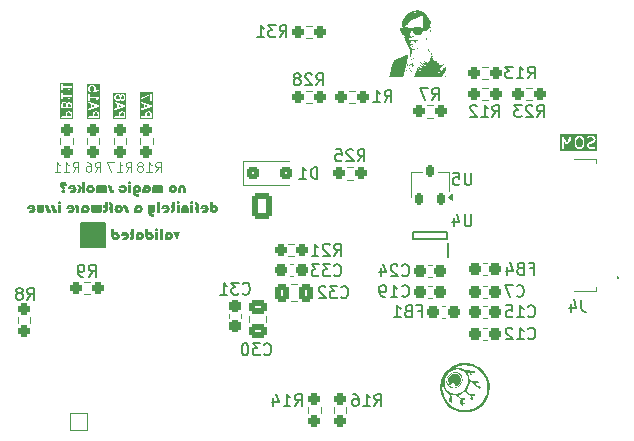
<source format=gbr>
%TF.GenerationSoftware,KiCad,Pcbnew,9.0.3*%
%TF.CreationDate,2025-08-18T13:56:50-05:00*%
%TF.ProjectId,PeripheralSOM,50657269-7068-4657-9261-6c534f4d2e6b,rev?*%
%TF.SameCoordinates,Original*%
%TF.FileFunction,Legend,Bot*%
%TF.FilePolarity,Positive*%
%FSLAX46Y46*%
G04 Gerber Fmt 4.6, Leading zero omitted, Abs format (unit mm)*
G04 Created by KiCad (PCBNEW 9.0.3) date 2025-08-18 13:56:50*
%MOMM*%
%LPD*%
G01*
G04 APERTURE LIST*
G04 Aperture macros list*
%AMRoundRect*
0 Rectangle with rounded corners*
0 $1 Rounding radius*
0 $2 $3 $4 $5 $6 $7 $8 $9 X,Y pos of 4 corners*
0 Add a 4 corners polygon primitive as box body*
4,1,4,$2,$3,$4,$5,$6,$7,$8,$9,$2,$3,0*
0 Add four circle primitives for the rounded corners*
1,1,$1+$1,$2,$3*
1,1,$1+$1,$4,$5*
1,1,$1+$1,$6,$7*
1,1,$1+$1,$8,$9*
0 Add four rect primitives between the rounded corners*
20,1,$1+$1,$2,$3,$4,$5,0*
20,1,$1+$1,$4,$5,$6,$7,0*
20,1,$1+$1,$6,$7,$8,$9,0*
20,1,$1+$1,$8,$9,$2,$3,0*%
G04 Aperture macros list end*
%ADD10C,0.120000*%
%ADD11C,0.150000*%
%ADD12C,0.000000*%
%ADD13C,0.200000*%
%ADD14C,0.100000*%
%ADD15RoundRect,0.237500X0.300000X0.237500X-0.300000X0.237500X-0.300000X-0.237500X0.300000X-0.237500X0*%
%ADD16RoundRect,0.250000X-0.300000X-0.300000X0.300000X-0.300000X0.300000X0.300000X-0.300000X0.300000X0*%
%ADD17RoundRect,0.237500X-0.250000X-0.237500X0.250000X-0.237500X0.250000X0.237500X-0.250000X0.237500X0*%
%ADD18O,1.700000X2.200000*%
%ADD19RoundRect,0.250000X0.600000X-0.850000X0.600000X0.850000X-0.600000X0.850000X-0.600000X-0.850000X0*%
%ADD20C,1.300000*%
%ADD21C,6.400000*%
%ADD22C,3.600000*%
%ADD23O,1.000000X1.800000*%
%ADD24O,1.000000X2.100000*%
%ADD25C,0.650000*%
%ADD26C,1.700000*%
%ADD27R,1.700000X1.700000*%
%ADD28RoundRect,0.175000X0.175000X-0.325000X0.175000X0.325000X-0.175000X0.325000X-0.175000X-0.325000X0*%
%ADD29RoundRect,0.250000X-0.337500X-0.475000X0.337500X-0.475000X0.337500X0.475000X-0.337500X0.475000X0*%
%ADD30RoundRect,0.237500X0.237500X-0.250000X0.237500X0.250000X-0.237500X0.250000X-0.237500X-0.250000X0*%
%ADD31RoundRect,0.237500X-0.300000X-0.237500X0.300000X-0.237500X0.300000X0.237500X-0.300000X0.237500X0*%
%ADD32RoundRect,0.237500X-0.237500X0.250000X-0.237500X-0.250000X0.237500X-0.250000X0.237500X0.250000X0*%
%ADD33RoundRect,0.237500X0.250000X0.237500X-0.250000X0.237500X-0.250000X-0.237500X0.250000X-0.237500X0*%
%ADD34RoundRect,0.237500X-0.237500X0.300000X-0.237500X-0.300000X0.237500X-0.300000X0.237500X0.300000X0*%
%ADD35R,1.000000X1.000000*%
%ADD36R,1.500000X0.550000*%
%ADD37C,0.850000*%
%ADD38RoundRect,0.250000X-0.475000X0.337500X-0.475000X-0.337500X0.475000X-0.337500X0.475000X0.337500X0*%
%ADD39R,0.450000X1.200000*%
G04 APERTURE END LIST*
D10*
G36*
X123042412Y-83860839D02*
G01*
X123066736Y-83885164D01*
X123094144Y-83939979D01*
X123094144Y-84170576D01*
X122795097Y-84170576D01*
X122795097Y-83939979D01*
X122822504Y-83885163D01*
X122846829Y-83860839D01*
X122901643Y-83833433D01*
X122987600Y-83833433D01*
X123042412Y-83860839D01*
G37*
G36*
X122964407Y-83278194D02*
G01*
X122642716Y-83385425D01*
X122642716Y-83170964D01*
X122964407Y-83278194D01*
G37*
G36*
X123303033Y-84379465D02*
G01*
X122205259Y-84379465D01*
X122205259Y-84207615D01*
X122298711Y-84207615D01*
X122298711Y-84253537D01*
X122331183Y-84286009D01*
X122354144Y-84290576D01*
X123154144Y-84290576D01*
X123177105Y-84286009D01*
X123209577Y-84253537D01*
X123214144Y-84230576D01*
X123214144Y-83925814D01*
X123213557Y-83922866D01*
X123213993Y-83921561D01*
X123211453Y-83912285D01*
X123209577Y-83902853D01*
X123208603Y-83901879D01*
X123207810Y-83898981D01*
X123169715Y-83822791D01*
X123163819Y-83815195D01*
X123158475Y-83807197D01*
X123120380Y-83769103D01*
X123112388Y-83763763D01*
X123104787Y-83757863D01*
X123028596Y-83719768D01*
X123025698Y-83718974D01*
X123024724Y-83718000D01*
X123015287Y-83716123D01*
X123006017Y-83713584D01*
X123004710Y-83714019D01*
X123001763Y-83713433D01*
X122887478Y-83713433D01*
X122884530Y-83714019D01*
X122883224Y-83713584D01*
X122873953Y-83716123D01*
X122864517Y-83718000D01*
X122863542Y-83718974D01*
X122860645Y-83719768D01*
X122784454Y-83757864D01*
X122776860Y-83763756D01*
X122768860Y-83769103D01*
X122730766Y-83807198D01*
X122725426Y-83815189D01*
X122719526Y-83822791D01*
X122681431Y-83898981D01*
X122680637Y-83901879D01*
X122679664Y-83902853D01*
X122677787Y-83912285D01*
X122675248Y-83921561D01*
X122675683Y-83922866D01*
X122675097Y-83925814D01*
X122675097Y-84170576D01*
X122354144Y-84170576D01*
X122331183Y-84175143D01*
X122298711Y-84207615D01*
X122205259Y-84207615D01*
X122205259Y-83015782D01*
X122294295Y-83015782D01*
X122314832Y-83056856D01*
X122335170Y-83068450D01*
X122522716Y-83130965D01*
X122522716Y-83425425D01*
X122335170Y-83487941D01*
X122314832Y-83499535D01*
X122294295Y-83540609D01*
X122308817Y-83584174D01*
X122349891Y-83604711D01*
X122373118Y-83601783D01*
X123173118Y-83335116D01*
X123193456Y-83323522D01*
X123195460Y-83319512D01*
X123199472Y-83317507D01*
X123205488Y-83299457D01*
X123213993Y-83282448D01*
X123212575Y-83278195D01*
X123213993Y-83273942D01*
X123205486Y-83256928D01*
X123199471Y-83238883D01*
X123195461Y-83236878D01*
X123193456Y-83232868D01*
X123173118Y-83221274D01*
X122373118Y-82954608D01*
X122349891Y-82951680D01*
X122308817Y-82972217D01*
X122294295Y-83015782D01*
X122205259Y-83015782D01*
X122205259Y-82631309D01*
X122294148Y-82631309D01*
X122312238Y-82673518D01*
X122354876Y-82690573D01*
X122377779Y-82685726D01*
X123094144Y-82378711D01*
X123094144Y-82821053D01*
X123098711Y-82844014D01*
X123131183Y-82876486D01*
X123177105Y-82876486D01*
X123209577Y-82844014D01*
X123214144Y-82821053D01*
X123214144Y-82287719D01*
X123214045Y-82287221D01*
X123214139Y-82286987D01*
X123213876Y-82286374D01*
X123209577Y-82264758D01*
X123200888Y-82256069D01*
X123196050Y-82244779D01*
X123185296Y-82240477D01*
X123177105Y-82232286D01*
X123164819Y-82232286D01*
X123153412Y-82227723D01*
X123131850Y-82232286D01*
X123131183Y-82232286D01*
X123131003Y-82232465D01*
X123130508Y-82232570D01*
X122330509Y-82575428D01*
X122311203Y-82588671D01*
X122294148Y-82631309D01*
X122205259Y-82631309D01*
X122205259Y-82138834D01*
X123303033Y-82138834D01*
X123303033Y-84379465D01*
G37*
G36*
X120792412Y-83860839D02*
G01*
X120816736Y-83885164D01*
X120844144Y-83939979D01*
X120844144Y-84170576D01*
X120545097Y-84170576D01*
X120545097Y-83939979D01*
X120572504Y-83885163D01*
X120596829Y-83860839D01*
X120651643Y-83833433D01*
X120737600Y-83833433D01*
X120792412Y-83860839D01*
G37*
G36*
X120714407Y-83278194D02*
G01*
X120392716Y-83385425D01*
X120392716Y-83170964D01*
X120714407Y-83278194D01*
G37*
G36*
X120449556Y-82413222D02*
G01*
X120473879Y-82437545D01*
X120501287Y-82492360D01*
X120501287Y-82616412D01*
X120473879Y-82671226D01*
X120449555Y-82695551D01*
X120394743Y-82722958D01*
X120270690Y-82722958D01*
X120215877Y-82695551D01*
X120191551Y-82671226D01*
X120164144Y-82616413D01*
X120164144Y-82492359D01*
X120191550Y-82437546D01*
X120215875Y-82413222D01*
X120270690Y-82385815D01*
X120394741Y-82385815D01*
X120449556Y-82413222D01*
G37*
G36*
X120792413Y-82413222D02*
G01*
X120816736Y-82437545D01*
X120844144Y-82492360D01*
X120844144Y-82616412D01*
X120816736Y-82671226D01*
X120792412Y-82695551D01*
X120737600Y-82722958D01*
X120727833Y-82722958D01*
X120673020Y-82695551D01*
X120648693Y-82671225D01*
X120621287Y-82616412D01*
X120621287Y-82492360D01*
X120648693Y-82437547D01*
X120673018Y-82413222D01*
X120727833Y-82385815D01*
X120737598Y-82385815D01*
X120792413Y-82413222D01*
G37*
G36*
X121053033Y-84379465D02*
G01*
X119955255Y-84379465D01*
X119955255Y-84207615D01*
X120048711Y-84207615D01*
X120048711Y-84253537D01*
X120081183Y-84286009D01*
X120104144Y-84290576D01*
X120904144Y-84290576D01*
X120927105Y-84286009D01*
X120959577Y-84253537D01*
X120964144Y-84230576D01*
X120964144Y-83925814D01*
X120963557Y-83922866D01*
X120963993Y-83921561D01*
X120961453Y-83912285D01*
X120959577Y-83902853D01*
X120958603Y-83901879D01*
X120957810Y-83898981D01*
X120919715Y-83822791D01*
X120913819Y-83815195D01*
X120908475Y-83807197D01*
X120870380Y-83769103D01*
X120862388Y-83763763D01*
X120854787Y-83757863D01*
X120778596Y-83719768D01*
X120775698Y-83718974D01*
X120774724Y-83718000D01*
X120765287Y-83716123D01*
X120756017Y-83713584D01*
X120754710Y-83714019D01*
X120751763Y-83713433D01*
X120637478Y-83713433D01*
X120634530Y-83714019D01*
X120633224Y-83713584D01*
X120623953Y-83716123D01*
X120614517Y-83718000D01*
X120613542Y-83718974D01*
X120610645Y-83719768D01*
X120534454Y-83757864D01*
X120526860Y-83763756D01*
X120518860Y-83769103D01*
X120480766Y-83807198D01*
X120475426Y-83815189D01*
X120469526Y-83822791D01*
X120431431Y-83898981D01*
X120430637Y-83901879D01*
X120429664Y-83902853D01*
X120427787Y-83912285D01*
X120425248Y-83921561D01*
X120425683Y-83922866D01*
X120425097Y-83925814D01*
X120425097Y-84170576D01*
X120104144Y-84170576D01*
X120081183Y-84175143D01*
X120048711Y-84207615D01*
X119955255Y-84207615D01*
X119955255Y-83015782D01*
X120044295Y-83015782D01*
X120064832Y-83056856D01*
X120085170Y-83068450D01*
X120272716Y-83130965D01*
X120272716Y-83425425D01*
X120085170Y-83487941D01*
X120064832Y-83499535D01*
X120044295Y-83540609D01*
X120058817Y-83584174D01*
X120099891Y-83604711D01*
X120123118Y-83601783D01*
X120923118Y-83335116D01*
X120943456Y-83323522D01*
X120945460Y-83319512D01*
X120949472Y-83317507D01*
X120955488Y-83299457D01*
X120963993Y-83282448D01*
X120962575Y-83278195D01*
X120963993Y-83273942D01*
X120955486Y-83256928D01*
X120949471Y-83238883D01*
X120945461Y-83236878D01*
X120943456Y-83232868D01*
X120923118Y-83221274D01*
X120123118Y-82954608D01*
X120099891Y-82951680D01*
X120058817Y-82972217D01*
X120044295Y-83015782D01*
X119955255Y-83015782D01*
X119955255Y-82478196D01*
X120044144Y-82478196D01*
X120044144Y-82630577D01*
X120044730Y-82633524D01*
X120044295Y-82634831D01*
X120046834Y-82644101D01*
X120048711Y-82653538D01*
X120049685Y-82654512D01*
X120050479Y-82657410D01*
X120088574Y-82733600D01*
X120094474Y-82741201D01*
X120099814Y-82749193D01*
X120137908Y-82787288D01*
X120145908Y-82792634D01*
X120153502Y-82798527D01*
X120229691Y-82836623D01*
X120232589Y-82837416D01*
X120233564Y-82838391D01*
X120242998Y-82840267D01*
X120252271Y-82842807D01*
X120253577Y-82842371D01*
X120256525Y-82842958D01*
X120408906Y-82842958D01*
X120411853Y-82842371D01*
X120413160Y-82842807D01*
X120422430Y-82840267D01*
X120431867Y-82838391D01*
X120432841Y-82837416D01*
X120435739Y-82836623D01*
X120511930Y-82798528D01*
X120519531Y-82792627D01*
X120527523Y-82787288D01*
X120561286Y-82753524D01*
X120595052Y-82787289D01*
X120603051Y-82792633D01*
X120610645Y-82798527D01*
X120686834Y-82836623D01*
X120689732Y-82837416D01*
X120690707Y-82838391D01*
X120700141Y-82840267D01*
X120709414Y-82842807D01*
X120710720Y-82842371D01*
X120713668Y-82842958D01*
X120751763Y-82842958D01*
X120754710Y-82842371D01*
X120756017Y-82842807D01*
X120765287Y-82840267D01*
X120774724Y-82838391D01*
X120775698Y-82837416D01*
X120778596Y-82836623D01*
X120854787Y-82798528D01*
X120862388Y-82792627D01*
X120870380Y-82787288D01*
X120908475Y-82749194D01*
X120913819Y-82741195D01*
X120919715Y-82733600D01*
X120957810Y-82657410D01*
X120958603Y-82654511D01*
X120959577Y-82653538D01*
X120961453Y-82644105D01*
X120963993Y-82634830D01*
X120963557Y-82633524D01*
X120964144Y-82630577D01*
X120964144Y-82478196D01*
X120963557Y-82475248D01*
X120963993Y-82473943D01*
X120961453Y-82464669D01*
X120959577Y-82455235D01*
X120958603Y-82454261D01*
X120957810Y-82451364D01*
X120919715Y-82375172D01*
X120913817Y-82367572D01*
X120908475Y-82359578D01*
X120870380Y-82321484D01*
X120862392Y-82316146D01*
X120854787Y-82310244D01*
X120778596Y-82272149D01*
X120775697Y-82271355D01*
X120774724Y-82270382D01*
X120765291Y-82268505D01*
X120756016Y-82265966D01*
X120754710Y-82266401D01*
X120751763Y-82265815D01*
X120713668Y-82265815D01*
X120710720Y-82266401D01*
X120709415Y-82265966D01*
X120700139Y-82268505D01*
X120690707Y-82270382D01*
X120689733Y-82271355D01*
X120686835Y-82272149D01*
X120610645Y-82310244D01*
X120603048Y-82316139D01*
X120595052Y-82321483D01*
X120561286Y-82355247D01*
X120527523Y-82321484D01*
X120519535Y-82316146D01*
X120511930Y-82310244D01*
X120435739Y-82272149D01*
X120432840Y-82271355D01*
X120431867Y-82270382D01*
X120422434Y-82268505D01*
X120413159Y-82265966D01*
X120411853Y-82266401D01*
X120408906Y-82265815D01*
X120256525Y-82265815D01*
X120253577Y-82266401D01*
X120252272Y-82265966D01*
X120242996Y-82268505D01*
X120233564Y-82270382D01*
X120232590Y-82271355D01*
X120229692Y-82272149D01*
X120153502Y-82310244D01*
X120145906Y-82316139D01*
X120137908Y-82321484D01*
X120099814Y-82359579D01*
X120094474Y-82367570D01*
X120088574Y-82375172D01*
X120050479Y-82451363D01*
X120049685Y-82454260D01*
X120048711Y-82455235D01*
X120046834Y-82464671D01*
X120044295Y-82473942D01*
X120044730Y-82475248D01*
X120044144Y-82478196D01*
X119955255Y-82478196D01*
X119955255Y-82176926D01*
X121053033Y-82176926D01*
X121053033Y-84379465D01*
G37*
G36*
X118585491Y-83860839D02*
G01*
X118609815Y-83885164D01*
X118637223Y-83939979D01*
X118637223Y-84170576D01*
X118338176Y-84170576D01*
X118338176Y-83939979D01*
X118365583Y-83885163D01*
X118389908Y-83860839D01*
X118444722Y-83833433D01*
X118530679Y-83833433D01*
X118585491Y-83860839D01*
G37*
G36*
X118507486Y-83278194D02*
G01*
X118185795Y-83385425D01*
X118185795Y-83170964D01*
X118507486Y-83278194D01*
G37*
G36*
X118846112Y-84379465D02*
G01*
X117748334Y-84379465D01*
X117748334Y-84207615D01*
X117841790Y-84207615D01*
X117841790Y-84253537D01*
X117874262Y-84286009D01*
X117897223Y-84290576D01*
X118697223Y-84290576D01*
X118720184Y-84286009D01*
X118752656Y-84253537D01*
X118757223Y-84230576D01*
X118757223Y-83925814D01*
X118756636Y-83922866D01*
X118757072Y-83921561D01*
X118754532Y-83912285D01*
X118752656Y-83902853D01*
X118751682Y-83901879D01*
X118750889Y-83898981D01*
X118712794Y-83822791D01*
X118706898Y-83815195D01*
X118701554Y-83807197D01*
X118663459Y-83769103D01*
X118655467Y-83763763D01*
X118647866Y-83757863D01*
X118571675Y-83719768D01*
X118568777Y-83718974D01*
X118567803Y-83718000D01*
X118558366Y-83716123D01*
X118549096Y-83713584D01*
X118547789Y-83714019D01*
X118544842Y-83713433D01*
X118430557Y-83713433D01*
X118427609Y-83714019D01*
X118426303Y-83713584D01*
X118417032Y-83716123D01*
X118407596Y-83718000D01*
X118406621Y-83718974D01*
X118403724Y-83719768D01*
X118327533Y-83757864D01*
X118319939Y-83763756D01*
X118311939Y-83769103D01*
X118273845Y-83807198D01*
X118268505Y-83815189D01*
X118262605Y-83822791D01*
X118224510Y-83898981D01*
X118223716Y-83901879D01*
X118222743Y-83902853D01*
X118220866Y-83912285D01*
X118218327Y-83921561D01*
X118218762Y-83922866D01*
X118218176Y-83925814D01*
X118218176Y-84170576D01*
X117897223Y-84170576D01*
X117874262Y-84175143D01*
X117841790Y-84207615D01*
X117748334Y-84207615D01*
X117748334Y-83015782D01*
X117837374Y-83015782D01*
X117857911Y-83056856D01*
X117878249Y-83068450D01*
X118065795Y-83130965D01*
X118065795Y-83425425D01*
X117878249Y-83487941D01*
X117857911Y-83499535D01*
X117837374Y-83540609D01*
X117851896Y-83584174D01*
X117892970Y-83604711D01*
X117916197Y-83601783D01*
X118716197Y-83335116D01*
X118736535Y-83323522D01*
X118738539Y-83319512D01*
X118742551Y-83317507D01*
X118748567Y-83299457D01*
X118757072Y-83282448D01*
X118755654Y-83278195D01*
X118757072Y-83273942D01*
X118748565Y-83256928D01*
X118742550Y-83238883D01*
X118738540Y-83236878D01*
X118736535Y-83232868D01*
X118716197Y-83221274D01*
X117916197Y-82954608D01*
X117892970Y-82951680D01*
X117851896Y-82972217D01*
X117837374Y-83015782D01*
X117748334Y-83015782D01*
X117748334Y-82325815D01*
X117837223Y-82325815D01*
X117837223Y-82782958D01*
X117841790Y-82805919D01*
X117874262Y-82838391D01*
X117920184Y-82838391D01*
X117952656Y-82805919D01*
X117957223Y-82782958D01*
X117957223Y-82614386D01*
X118514276Y-82614386D01*
X118464321Y-82664340D01*
X118458978Y-82672334D01*
X118453081Y-82679934D01*
X118414986Y-82756125D01*
X118408803Y-82778705D01*
X118423325Y-82822271D01*
X118464399Y-82842807D01*
X118507965Y-82828285D01*
X118522318Y-82809791D01*
X118556058Y-82742308D01*
X118621161Y-82677205D01*
X118730505Y-82604309D01*
X118747077Y-82587772D01*
X118748288Y-82581714D01*
X118752656Y-82577347D01*
X118752656Y-82559873D01*
X118756082Y-82542742D01*
X118752656Y-82537602D01*
X118752656Y-82531425D01*
X118740300Y-82519069D01*
X118730609Y-82504532D01*
X118724551Y-82503320D01*
X118720184Y-82498953D01*
X118697223Y-82494386D01*
X117957223Y-82494386D01*
X117957223Y-82325815D01*
X117952656Y-82302854D01*
X117920184Y-82270382D01*
X117874262Y-82270382D01*
X117841790Y-82302854D01*
X117837223Y-82325815D01*
X117748334Y-82325815D01*
X117748334Y-81716291D01*
X117837223Y-81716291D01*
X117837223Y-81906767D01*
X117837809Y-81909714D01*
X117837374Y-81911021D01*
X117839913Y-81920291D01*
X117841790Y-81929728D01*
X117842764Y-81930702D01*
X117843558Y-81933600D01*
X117881653Y-82009790D01*
X117887550Y-82017388D01*
X117892892Y-82025383D01*
X117930987Y-82063479D01*
X117950452Y-82076486D01*
X117996374Y-82076486D01*
X118028847Y-82044015D01*
X118028847Y-81998092D01*
X118015841Y-81978627D01*
X117984629Y-81947415D01*
X117957223Y-81892603D01*
X117957223Y-81730454D01*
X117984629Y-81675641D01*
X118008954Y-81651317D01*
X118063769Y-81623910D01*
X118225915Y-81623910D01*
X118280730Y-81651317D01*
X118305053Y-81675640D01*
X118332461Y-81730455D01*
X118332461Y-81892602D01*
X118305053Y-81947416D01*
X118273844Y-81978627D01*
X118260838Y-81998093D01*
X118260838Y-82001265D01*
X118258828Y-82003722D01*
X118260838Y-82023819D01*
X118260838Y-82044015D01*
X118263082Y-82046259D01*
X118263398Y-82049416D01*
X118279030Y-82062205D01*
X118293311Y-82076486D01*
X118296483Y-82076486D01*
X118298940Y-82078496D01*
X118322241Y-82080755D01*
X118703193Y-82042659D01*
X118717191Y-82038390D01*
X118720184Y-82038390D01*
X118721497Y-82037076D01*
X118725586Y-82035830D01*
X118738375Y-82020198D01*
X118752656Y-82005918D01*
X118753489Y-82001725D01*
X118754666Y-82000288D01*
X118754368Y-81997309D01*
X118757223Y-81982957D01*
X118757223Y-81602005D01*
X118752656Y-81579044D01*
X118720184Y-81546572D01*
X118674262Y-81546572D01*
X118641790Y-81579044D01*
X118637223Y-81602005D01*
X118637223Y-81928658D01*
X118438670Y-81948513D01*
X118446127Y-81933600D01*
X118446920Y-81930701D01*
X118447894Y-81929728D01*
X118449770Y-81920295D01*
X118452310Y-81911020D01*
X118451874Y-81909714D01*
X118452461Y-81906767D01*
X118452461Y-81716291D01*
X118451874Y-81713343D01*
X118452310Y-81712038D01*
X118449770Y-81702764D01*
X118447894Y-81693330D01*
X118446920Y-81692356D01*
X118446127Y-81689459D01*
X118408032Y-81613267D01*
X118402134Y-81605667D01*
X118396792Y-81597673D01*
X118358697Y-81559579D01*
X118350709Y-81554241D01*
X118343104Y-81548339D01*
X118266913Y-81510244D01*
X118264014Y-81509450D01*
X118263041Y-81508477D01*
X118253608Y-81506600D01*
X118244333Y-81504061D01*
X118243027Y-81504496D01*
X118240080Y-81503910D01*
X118049604Y-81503910D01*
X118046656Y-81504496D01*
X118045351Y-81504061D01*
X118036075Y-81506600D01*
X118026643Y-81508477D01*
X118025669Y-81509450D01*
X118022771Y-81510244D01*
X117946581Y-81548339D01*
X117938985Y-81554234D01*
X117930987Y-81559579D01*
X117892893Y-81597674D01*
X117887553Y-81605665D01*
X117881653Y-81613267D01*
X117843558Y-81689458D01*
X117842764Y-81692355D01*
X117841790Y-81693330D01*
X117839913Y-81702766D01*
X117837374Y-81712037D01*
X117837809Y-81713343D01*
X117837223Y-81716291D01*
X117748334Y-81716291D01*
X117748334Y-81415021D01*
X118846112Y-81415021D01*
X118846112Y-84379465D01*
G37*
G36*
X116292412Y-83860839D02*
G01*
X116316736Y-83885164D01*
X116344144Y-83939979D01*
X116344144Y-84170576D01*
X116045097Y-84170576D01*
X116045097Y-83939979D01*
X116072504Y-83885163D01*
X116096829Y-83860839D01*
X116151643Y-83833433D01*
X116237600Y-83833433D01*
X116292412Y-83860839D01*
G37*
G36*
X115911459Y-83060839D02*
G01*
X115932655Y-83082035D01*
X115963192Y-83173646D01*
X115963192Y-83370576D01*
X115664144Y-83370576D01*
X115664144Y-83139977D01*
X115691551Y-83085164D01*
X115715877Y-83060839D01*
X115770690Y-83033433D01*
X115856648Y-83033433D01*
X115911459Y-83060839D01*
G37*
G36*
X116292413Y-83098936D02*
G01*
X116316736Y-83123259D01*
X116344144Y-83178074D01*
X116344144Y-83370576D01*
X116083192Y-83370576D01*
X116083192Y-83178074D01*
X116110599Y-83123259D01*
X116134922Y-83098936D01*
X116189738Y-83071529D01*
X116237598Y-83071529D01*
X116292413Y-83098936D01*
G37*
G36*
X116553033Y-84379465D02*
G01*
X115455255Y-84379465D01*
X115455255Y-84207615D01*
X115548711Y-84207615D01*
X115548711Y-84253537D01*
X115581183Y-84286009D01*
X115604144Y-84290576D01*
X116404144Y-84290576D01*
X116427105Y-84286009D01*
X116459577Y-84253537D01*
X116464144Y-84230576D01*
X116464144Y-83925814D01*
X116463557Y-83922866D01*
X116463993Y-83921561D01*
X116461453Y-83912285D01*
X116459577Y-83902853D01*
X116458603Y-83901879D01*
X116457810Y-83898981D01*
X116419715Y-83822791D01*
X116413819Y-83815195D01*
X116408475Y-83807197D01*
X116370380Y-83769103D01*
X116362388Y-83763763D01*
X116354787Y-83757863D01*
X116278596Y-83719768D01*
X116275698Y-83718974D01*
X116274724Y-83718000D01*
X116265287Y-83716123D01*
X116256017Y-83713584D01*
X116254710Y-83714019D01*
X116251763Y-83713433D01*
X116137478Y-83713433D01*
X116134530Y-83714019D01*
X116133224Y-83713584D01*
X116123953Y-83716123D01*
X116114517Y-83718000D01*
X116113542Y-83718974D01*
X116110645Y-83719768D01*
X116034454Y-83757864D01*
X116026860Y-83763756D01*
X116018860Y-83769103D01*
X115980766Y-83807198D01*
X115975426Y-83815189D01*
X115969526Y-83822791D01*
X115931431Y-83898981D01*
X115930637Y-83901879D01*
X115929664Y-83902853D01*
X115927787Y-83912285D01*
X115925248Y-83921561D01*
X115925683Y-83922866D01*
X115925097Y-83925814D01*
X115925097Y-84170576D01*
X115604144Y-84170576D01*
X115581183Y-84175143D01*
X115548711Y-84207615D01*
X115455255Y-84207615D01*
X115455255Y-83125814D01*
X115544144Y-83125814D01*
X115544144Y-83430576D01*
X115548711Y-83453537D01*
X115581183Y-83486009D01*
X115604144Y-83490576D01*
X116404144Y-83490576D01*
X116427105Y-83486009D01*
X116459577Y-83453537D01*
X116464144Y-83430576D01*
X116464144Y-83163910D01*
X116463557Y-83160962D01*
X116463993Y-83159657D01*
X116461453Y-83150383D01*
X116459577Y-83140949D01*
X116458603Y-83139975D01*
X116457810Y-83137078D01*
X116419715Y-83060886D01*
X116413817Y-83053286D01*
X116408475Y-83045292D01*
X116370380Y-83007198D01*
X116362392Y-83001860D01*
X116354787Y-82995958D01*
X116278596Y-82957863D01*
X116275697Y-82957069D01*
X116274724Y-82956096D01*
X116265291Y-82954219D01*
X116256016Y-82951680D01*
X116254710Y-82952115D01*
X116251763Y-82951529D01*
X116175573Y-82951529D01*
X116172625Y-82952115D01*
X116171320Y-82951680D01*
X116162046Y-82954219D01*
X116152612Y-82956096D01*
X116151638Y-82957069D01*
X116148741Y-82957863D01*
X116072549Y-82995958D01*
X116064949Y-83001855D01*
X116056955Y-83007198D01*
X116039312Y-83024840D01*
X116035187Y-83018666D01*
X116030425Y-83010312D01*
X116029192Y-83009695D01*
X116027523Y-83007197D01*
X115989427Y-82969102D01*
X115981432Y-82963760D01*
X115973834Y-82957863D01*
X115897644Y-82919768D01*
X115894746Y-82918974D01*
X115893772Y-82918000D01*
X115884335Y-82916123D01*
X115875065Y-82913584D01*
X115873758Y-82914019D01*
X115870811Y-82913433D01*
X115756525Y-82913433D01*
X115753577Y-82914019D01*
X115752271Y-82913584D01*
X115742998Y-82916123D01*
X115733564Y-82918000D01*
X115732589Y-82918974D01*
X115729691Y-82919768D01*
X115653502Y-82957864D01*
X115645908Y-82963756D01*
X115637908Y-82969103D01*
X115599814Y-83007198D01*
X115594474Y-83015189D01*
X115588574Y-83022791D01*
X115550479Y-83098981D01*
X115549685Y-83101878D01*
X115548711Y-83102853D01*
X115546834Y-83112289D01*
X115544295Y-83121560D01*
X115544730Y-83122866D01*
X115544144Y-83125814D01*
X115455255Y-83125814D01*
X115455255Y-82211529D01*
X115544144Y-82211529D01*
X115544144Y-82668672D01*
X115548711Y-82691633D01*
X115581183Y-82724105D01*
X115627105Y-82724105D01*
X115659577Y-82691633D01*
X115664144Y-82668672D01*
X115664144Y-82500100D01*
X116221197Y-82500100D01*
X116171242Y-82550054D01*
X116165899Y-82558048D01*
X116160002Y-82565648D01*
X116121907Y-82641839D01*
X116115724Y-82664419D01*
X116130246Y-82707985D01*
X116171320Y-82728521D01*
X116214886Y-82713999D01*
X116229239Y-82695505D01*
X116262979Y-82628022D01*
X116328082Y-82562919D01*
X116437426Y-82490023D01*
X116453998Y-82473486D01*
X116455209Y-82467428D01*
X116459577Y-82463061D01*
X116459577Y-82445587D01*
X116463003Y-82428456D01*
X116459577Y-82423316D01*
X116459577Y-82417139D01*
X116447221Y-82404783D01*
X116437530Y-82390246D01*
X116431472Y-82389034D01*
X116427105Y-82384667D01*
X116404144Y-82380100D01*
X115664144Y-82380100D01*
X115664144Y-82211529D01*
X115659577Y-82188568D01*
X115627105Y-82156096D01*
X115581183Y-82156096D01*
X115548711Y-82188568D01*
X115544144Y-82211529D01*
X115455255Y-82211529D01*
X115455255Y-81449624D01*
X115544144Y-81449624D01*
X115544144Y-81906767D01*
X115548711Y-81929728D01*
X115581183Y-81962200D01*
X115627105Y-81962200D01*
X115659577Y-81929728D01*
X115664144Y-81906767D01*
X115664144Y-81738195D01*
X116221197Y-81738195D01*
X116171242Y-81788149D01*
X116165899Y-81796143D01*
X116160002Y-81803743D01*
X116121907Y-81879934D01*
X116115724Y-81902514D01*
X116130246Y-81946080D01*
X116171320Y-81966616D01*
X116214886Y-81952094D01*
X116229239Y-81933600D01*
X116262979Y-81866117D01*
X116328082Y-81801014D01*
X116437426Y-81728118D01*
X116453998Y-81711581D01*
X116455209Y-81705523D01*
X116459577Y-81701156D01*
X116459577Y-81683682D01*
X116463003Y-81666551D01*
X116459577Y-81661411D01*
X116459577Y-81655234D01*
X116447221Y-81642878D01*
X116437530Y-81628341D01*
X116431472Y-81627129D01*
X116427105Y-81622762D01*
X116404144Y-81618195D01*
X115664144Y-81618195D01*
X115664144Y-81449624D01*
X115659577Y-81426663D01*
X115627105Y-81394191D01*
X115581183Y-81394191D01*
X115548711Y-81426663D01*
X115544144Y-81449624D01*
X115455255Y-81449624D01*
X115455255Y-81305302D01*
X116553033Y-81305302D01*
X116553033Y-84379465D01*
G37*
D11*
X117250000Y-93200000D02*
X119250000Y-93200000D01*
X119250000Y-95200000D01*
X117250000Y-95200000D01*
X117250000Y-93200000D01*
G36*
X117250000Y-93200000D02*
G01*
X119250000Y-93200000D01*
X119250000Y-95200000D01*
X117250000Y-95200000D01*
X117250000Y-93200000D01*
G37*
D10*
G36*
X125462116Y-90650000D02*
G01*
X125717594Y-90650000D01*
X125717594Y-90265989D01*
X125723698Y-90232376D01*
X125739349Y-90214684D01*
X125766076Y-90208408D01*
X125792368Y-90214645D01*
X125807833Y-90232302D01*
X125813886Y-90265989D01*
X125813886Y-90650000D01*
X126069425Y-90650000D01*
X126069425Y-90270812D01*
X126063709Y-90205515D01*
X126047111Y-90147075D01*
X126019848Y-90094178D01*
X125981315Y-90045865D01*
X125934340Y-90005540D01*
X125883369Y-89977300D01*
X125827493Y-89960243D01*
X125765404Y-89954396D01*
X125694390Y-89961346D01*
X125632847Y-89981334D01*
X125578844Y-90014055D01*
X125531114Y-90060519D01*
X125502330Y-90103337D01*
X125480819Y-90154855D01*
X125467048Y-90216779D01*
X125462116Y-90291207D01*
X125462116Y-90650000D01*
G37*
G36*
X125065566Y-89961044D02*
G01*
X125133021Y-89980341D01*
X125194022Y-90012038D01*
X125249685Y-90056856D01*
X125295941Y-90111366D01*
X125328441Y-90170817D01*
X125348128Y-90236293D01*
X125354893Y-90309342D01*
X125348207Y-90380884D01*
X125328639Y-90445821D01*
X125296151Y-90505577D01*
X125249685Y-90561156D01*
X125193835Y-90607239D01*
X125133714Y-90639513D01*
X125068317Y-90658976D01*
X124996222Y-90665631D01*
X124924138Y-90658991D01*
X124858817Y-90639584D01*
X124798838Y-90607421D01*
X124743187Y-90561523D01*
X124696918Y-90506149D01*
X124664518Y-90446412D01*
X124644973Y-90381291D01*
X124638347Y-90310013D01*
X124897915Y-90310013D01*
X124905198Y-90349013D01*
X124926980Y-90381821D01*
X124947832Y-90398487D01*
X124970886Y-90408285D01*
X124996955Y-90411618D01*
X125022583Y-90408305D01*
X125045443Y-90398527D01*
X125066320Y-90381821D01*
X125088054Y-90349017D01*
X125095324Y-90310013D01*
X125088080Y-90270470D01*
X125066625Y-90237901D01*
X125045983Y-90221428D01*
X125023034Y-90211720D01*
X124996955Y-90208408D01*
X124970432Y-90211738D01*
X124947270Y-90221465D01*
X124926613Y-90237901D01*
X124905159Y-90270470D01*
X124897915Y-90310013D01*
X124638347Y-90310013D01*
X124638285Y-90309342D01*
X124644858Y-90238419D01*
X124664108Y-90173896D01*
X124696075Y-90114394D01*
X124741782Y-90058932D01*
X124796843Y-90012697D01*
X124855864Y-89980425D01*
X124919824Y-89961019D01*
X124990116Y-89954396D01*
X125065566Y-89961044D01*
G37*
G36*
X123247383Y-90650000D02*
G01*
X123502861Y-90650000D01*
X123502861Y-90283086D01*
X123505597Y-90244381D01*
X123511775Y-90224712D01*
X123523721Y-90212742D01*
X123543832Y-90208408D01*
X123561227Y-90212327D01*
X123574067Y-90223968D01*
X123583154Y-90245945D01*
X123586880Y-90283757D01*
X123586880Y-90650000D01*
X123842358Y-90650000D01*
X123842358Y-90283086D01*
X123845184Y-90244403D01*
X123851578Y-90224712D01*
X123863816Y-90212730D01*
X123884002Y-90208408D01*
X123901064Y-90212295D01*
X123913706Y-90223882D01*
X123922688Y-90245850D01*
X123926378Y-90283757D01*
X123926378Y-90650000D01*
X124181917Y-90650000D01*
X124181917Y-90231245D01*
X124176944Y-90174890D01*
X124162459Y-90124098D01*
X124138584Y-90077773D01*
X124104736Y-90035118D01*
X124063501Y-89999400D01*
X124019120Y-89974494D01*
X123970830Y-89959514D01*
X123917524Y-89954396D01*
X123863355Y-89960249D01*
X123812045Y-89977775D01*
X123762492Y-90007735D01*
X123713947Y-90051910D01*
X123659959Y-90006537D01*
X123609111Y-89976681D01*
X123560519Y-89959831D01*
X123513119Y-89954396D01*
X123451103Y-89960499D01*
X123397303Y-89978064D01*
X123350035Y-90006845D01*
X123308199Y-90047758D01*
X123283150Y-90085307D01*
X123264167Y-90131848D01*
X123251846Y-90189273D01*
X123247383Y-90259883D01*
X123247383Y-90650000D01*
G37*
G36*
X122719024Y-90394949D02*
G01*
X122719024Y-90658914D01*
X122776421Y-90665631D01*
X122851602Y-90659012D01*
X122918359Y-90639856D01*
X122978297Y-90608477D01*
X123032571Y-90564209D01*
X123077346Y-90510366D01*
X123109031Y-90450901D01*
X123128356Y-90384657D01*
X123135031Y-90310013D01*
X123128396Y-90237625D01*
X123109050Y-90172382D01*
X123077069Y-90112819D01*
X123031533Y-90057894D01*
X122976573Y-90012331D01*
X122917062Y-89980353D01*
X122851970Y-89961021D01*
X122779841Y-89954396D01*
X122698000Y-89961057D01*
X122628697Y-89979907D01*
X122569669Y-90009994D01*
X122519234Y-90051421D01*
X122478661Y-90102574D01*
X122449078Y-90162562D01*
X122430494Y-90233108D01*
X122423918Y-90316486D01*
X122423918Y-90650000D01*
X122679396Y-90650000D01*
X122679396Y-90334865D01*
X122682619Y-90299643D01*
X122691575Y-90271320D01*
X122705713Y-90248464D01*
X122725147Y-90230614D01*
X122748318Y-90219945D01*
X122776421Y-90216224D01*
X122813858Y-90223496D01*
X122846092Y-90245533D01*
X122868178Y-90277654D01*
X122875462Y-90314959D01*
X122868629Y-90353871D01*
X122848839Y-90384385D01*
X122818899Y-90404683D01*
X122781184Y-90411618D01*
X122748882Y-90407443D01*
X122719024Y-90394949D01*
G37*
G36*
X121911435Y-90369670D02*
G01*
X121911435Y-90603593D01*
X121966528Y-90618053D01*
X122017315Y-90622644D01*
X122077108Y-90616736D01*
X122131140Y-90599441D01*
X122180709Y-90570642D01*
X122226692Y-90529221D01*
X122264090Y-90480086D01*
X122290643Y-90426319D01*
X122306840Y-90366978D01*
X122312421Y-90300793D01*
X122305808Y-90229817D01*
X122286539Y-90166056D01*
X122254688Y-90108018D01*
X122209289Y-90054658D01*
X122154695Y-90010756D01*
X122095036Y-89979742D01*
X122029240Y-89960885D01*
X121955826Y-89954396D01*
X121903214Y-89957983D01*
X121852365Y-89968678D01*
X121802808Y-89986575D01*
X121756385Y-90011206D01*
X121718479Y-90039939D01*
X121688014Y-90072793D01*
X121659454Y-90118698D01*
X121637677Y-90175720D01*
X121623490Y-90246180D01*
X121618344Y-90332850D01*
X121618344Y-90556516D01*
X121625360Y-90646866D01*
X121645371Y-90725045D01*
X121677505Y-90793132D01*
X121721842Y-90852721D01*
X121765662Y-90893633D01*
X121813782Y-90925104D01*
X121866808Y-90947760D01*
X121925630Y-90961711D01*
X121991364Y-90966538D01*
X122044652Y-90961352D01*
X122119103Y-90942969D01*
X122119103Y-90709167D01*
X122068254Y-90729437D01*
X122017986Y-90735973D01*
X121974112Y-90730571D01*
X121939310Y-90715394D01*
X121911435Y-90690605D01*
X121891532Y-90658263D01*
X121878588Y-90615882D01*
X121873822Y-90560607D01*
X121873822Y-90304884D01*
X121880362Y-90253627D01*
X121897112Y-90221812D01*
X121922850Y-90203355D01*
X121960589Y-90196685D01*
X121994925Y-90203628D01*
X122025191Y-90224956D01*
X122046068Y-90255597D01*
X122052852Y-90289863D01*
X122046189Y-90325621D01*
X122026535Y-90354527D01*
X121997297Y-90373809D01*
X121961322Y-90380355D01*
X121935905Y-90377691D01*
X121911435Y-90369670D01*
G37*
G36*
X121212351Y-89970027D02*
G01*
X121212351Y-90650000D01*
X121467890Y-90650000D01*
X121467890Y-89970027D01*
X121212351Y-89970027D01*
G37*
G36*
X121339419Y-89665212D02*
G01*
X121306295Y-89669323D01*
X121276676Y-89681436D01*
X121249598Y-89702032D01*
X121228285Y-89728436D01*
X121215869Y-89757098D01*
X121211680Y-89788982D01*
X121215825Y-89823228D01*
X121227751Y-89852164D01*
X121247583Y-89877032D01*
X121273289Y-89895899D01*
X121303475Y-89907388D01*
X121339419Y-89911409D01*
X121375363Y-89907389D01*
X121405571Y-89895901D01*
X121431315Y-89877032D01*
X121451111Y-89852168D01*
X121463018Y-89823233D01*
X121467158Y-89788982D01*
X121462968Y-89757098D01*
X121450552Y-89728436D01*
X121429239Y-89702032D01*
X121402161Y-89681436D01*
X121372542Y-89669323D01*
X121339419Y-89665212D01*
G37*
G36*
X120644364Y-90336941D02*
G01*
X120390901Y-90327416D01*
X120402257Y-90399606D01*
X120424412Y-90463313D01*
X120457130Y-90519942D01*
X120500933Y-90570498D01*
X120553288Y-90612213D01*
X120610208Y-90641639D01*
X120672679Y-90659497D01*
X120742062Y-90665631D01*
X120815226Y-90658905D01*
X120880973Y-90639313D01*
X120940818Y-90606958D01*
X120995830Y-90560912D01*
X121041248Y-90505368D01*
X121073246Y-90444860D01*
X121092657Y-90378309D01*
X121099328Y-90304213D01*
X121092703Y-90234105D01*
X121073301Y-90170418D01*
X121041051Y-90111745D01*
X120994853Y-90057100D01*
X120939413Y-90011789D01*
X120879857Y-89980058D01*
X120815204Y-89960931D01*
X120744077Y-89954396D01*
X120681557Y-89959539D01*
X120623754Y-89974646D01*
X120569714Y-89999691D01*
X120518701Y-90035240D01*
X120474222Y-90078729D01*
X120439498Y-90127139D01*
X120413831Y-90181084D01*
X120397069Y-90241503D01*
X120655966Y-90251029D01*
X120680712Y-90227018D01*
X120708541Y-90213124D01*
X120740657Y-90208408D01*
X120768654Y-90211703D01*
X120792254Y-90221156D01*
X120812465Y-90236802D01*
X120833292Y-90268470D01*
X120840430Y-90308304D01*
X120837045Y-90336345D01*
X120827217Y-90360586D01*
X120810755Y-90381943D01*
X120789387Y-90398377D01*
X120764972Y-90408219D01*
X120736566Y-90411618D01*
X120706995Y-90407121D01*
X120682467Y-90394039D01*
X120661662Y-90371521D01*
X120644364Y-90336941D01*
G37*
G36*
X119503140Y-89977843D02*
G01*
X119503140Y-90248647D01*
X119551810Y-90254596D01*
X119577267Y-90268797D01*
X119592437Y-90294902D01*
X119602913Y-90348421D01*
X119615823Y-90427397D01*
X119638075Y-90492779D01*
X119668792Y-90546825D01*
X119707861Y-90591260D01*
X119755931Y-90627163D01*
X119805710Y-90649209D01*
X119872105Y-90664009D01*
X119959507Y-90669539D01*
X119994984Y-90669539D01*
X119994984Y-90399895D01*
X119983382Y-90399895D01*
X119943099Y-90396444D01*
X119914910Y-90387438D01*
X119895638Y-90374127D01*
X119881790Y-90355060D01*
X119871269Y-90326119D01*
X119865230Y-90283757D01*
X119856545Y-90186461D01*
X119845751Y-90135929D01*
X119825565Y-90095082D01*
X119788721Y-90051421D01*
X119749134Y-90020238D01*
X119702249Y-89997389D01*
X119646626Y-89982967D01*
X119580382Y-89977843D01*
X119503140Y-89977843D01*
G37*
G36*
X118485624Y-90650000D02*
G01*
X118741102Y-90650000D01*
X118741102Y-90283086D01*
X118743838Y-90244381D01*
X118750017Y-90224712D01*
X118761962Y-90212742D01*
X118782074Y-90208408D01*
X118799468Y-90212327D01*
X118812308Y-90223968D01*
X118821396Y-90245945D01*
X118825122Y-90283757D01*
X118825122Y-90650000D01*
X119080600Y-90650000D01*
X119080600Y-90283086D01*
X119083425Y-90244403D01*
X119089820Y-90224712D01*
X119102058Y-90212730D01*
X119122243Y-90208408D01*
X119139305Y-90212295D01*
X119151947Y-90223882D01*
X119160929Y-90245850D01*
X119164619Y-90283757D01*
X119164619Y-90650000D01*
X119420158Y-90650000D01*
X119420158Y-90231245D01*
X119415185Y-90174890D01*
X119400700Y-90124098D01*
X119376826Y-90077773D01*
X119342977Y-90035118D01*
X119301742Y-89999400D01*
X119257362Y-89974494D01*
X119209071Y-89959514D01*
X119155765Y-89954396D01*
X119101597Y-89960249D01*
X119050286Y-89977775D01*
X119000733Y-90007735D01*
X118952189Y-90051910D01*
X118898201Y-90006537D01*
X118847352Y-89976681D01*
X118798761Y-89959831D01*
X118751360Y-89954396D01*
X118689344Y-89960499D01*
X118635544Y-89978064D01*
X118588277Y-90006845D01*
X118546440Y-90047758D01*
X118521392Y-90085307D01*
X118502409Y-90131848D01*
X118490087Y-90189273D01*
X118485624Y-90259883D01*
X118485624Y-90650000D01*
G37*
G36*
X118088037Y-89961044D02*
G01*
X118155492Y-89980341D01*
X118216493Y-90012038D01*
X118272156Y-90056856D01*
X118318412Y-90111366D01*
X118350911Y-90170817D01*
X118370599Y-90236293D01*
X118377363Y-90309342D01*
X118370677Y-90380884D01*
X118351109Y-90445821D01*
X118318621Y-90505577D01*
X118272156Y-90561156D01*
X118216305Y-90607239D01*
X118156185Y-90639513D01*
X118090787Y-90658976D01*
X118018693Y-90665631D01*
X117946608Y-90658991D01*
X117881288Y-90639584D01*
X117821308Y-90607421D01*
X117765657Y-90561523D01*
X117719388Y-90506149D01*
X117686988Y-90446412D01*
X117667443Y-90381291D01*
X117660817Y-90310013D01*
X117920385Y-90310013D01*
X117927668Y-90349013D01*
X117949450Y-90381821D01*
X117970303Y-90398487D01*
X117993357Y-90408285D01*
X118019425Y-90411618D01*
X118045053Y-90408305D01*
X118067914Y-90398527D01*
X118088790Y-90381821D01*
X118110524Y-90349017D01*
X118117794Y-90310013D01*
X118110550Y-90270470D01*
X118089096Y-90237901D01*
X118068453Y-90221428D01*
X118045504Y-90211720D01*
X118019425Y-90208408D01*
X117992903Y-90211738D01*
X117969740Y-90221465D01*
X117949084Y-90237901D01*
X117927629Y-90270470D01*
X117920385Y-90310013D01*
X117660817Y-90310013D01*
X117660755Y-90309342D01*
X117667328Y-90238419D01*
X117686578Y-90173896D01*
X117718545Y-90114394D01*
X117764253Y-90058932D01*
X117819314Y-90012697D01*
X117878334Y-89980425D01*
X117942294Y-89961019D01*
X118012587Y-89954396D01*
X118088037Y-89961044D01*
G37*
G36*
X117298604Y-89716015D02*
G01*
X117298604Y-90650000D01*
X117554143Y-90650000D01*
X117554143Y-89716015D01*
X117298604Y-89716015D01*
G37*
G36*
X116907205Y-89970027D02*
G01*
X117032196Y-90217629D01*
X116846388Y-90650000D01*
X117129221Y-90650000D01*
X117289078Y-90206027D01*
X117172941Y-89970027D01*
X116907205Y-89970027D01*
G37*
G36*
X116130451Y-90349092D02*
G01*
X116517759Y-90349092D01*
X116524570Y-90320084D01*
X116526674Y-90294993D01*
X116523610Y-90261239D01*
X116514340Y-90227948D01*
X116384586Y-90227948D01*
X116395702Y-90194200D01*
X116413106Y-90171967D01*
X116437091Y-90158550D01*
X116469949Y-90153698D01*
X116499804Y-90158252D01*
X116525380Y-90171657D01*
X116547862Y-90194914D01*
X116564065Y-90223759D01*
X116574268Y-90258479D01*
X116577904Y-90300488D01*
X116574340Y-90344400D01*
X116564433Y-90380099D01*
X116548900Y-90409176D01*
X116527005Y-90432643D01*
X116502002Y-90446122D01*
X116472697Y-90450697D01*
X116448984Y-90446456D01*
X116424710Y-90432909D01*
X116398874Y-90407466D01*
X116253428Y-90583382D01*
X116306634Y-90619884D01*
X116361582Y-90645335D01*
X116418934Y-90660516D01*
X116479535Y-90665631D01*
X116553570Y-90659026D01*
X116619767Y-90639848D01*
X116679658Y-90608313D01*
X116734342Y-90563660D01*
X116779564Y-90509458D01*
X116811442Y-90450098D01*
X116830807Y-90384480D01*
X116837473Y-90311051D01*
X116830781Y-90238051D01*
X116811288Y-90172433D01*
X116779100Y-90112695D01*
X116733304Y-90057772D01*
X116678062Y-90012419D01*
X116617801Y-89980460D01*
X116551439Y-89961064D01*
X116477459Y-89954396D01*
X116405091Y-89960883D01*
X116340399Y-89979721D01*
X116281880Y-90010704D01*
X116228454Y-90054596D01*
X116184241Y-90107805D01*
X116153100Y-90165918D01*
X116134203Y-90229995D01*
X116127704Y-90301526D01*
X116130451Y-90349092D01*
G37*
G36*
X115606123Y-90306106D02*
G01*
X115859525Y-90306106D01*
X115859525Y-90263485D01*
X115853895Y-90183438D01*
X115840413Y-90136601D01*
X115824769Y-90112018D01*
X115802009Y-90090852D01*
X115770743Y-90072915D01*
X115724275Y-90052276D01*
X115693467Y-90033145D01*
X115677051Y-90011473D01*
X115671702Y-89986209D01*
X115676002Y-89963263D01*
X115688799Y-89944260D01*
X115707686Y-89931363D01*
X115730443Y-89927041D01*
X115758595Y-89932615D01*
X115778499Y-89948535D01*
X115791976Y-89977157D01*
X115797365Y-90024738D01*
X116033059Y-90024738D01*
X116026080Y-89942882D01*
X116006555Y-89875600D01*
X115975662Y-89820062D01*
X115944842Y-89783908D01*
X115908379Y-89752992D01*
X115865692Y-89727067D01*
X115819609Y-89707749D01*
X115773117Y-89696356D01*
X115725680Y-89692568D01*
X115662874Y-89698086D01*
X115606695Y-89714106D01*
X115555866Y-89740422D01*
X115509464Y-89777625D01*
X115470895Y-89822919D01*
X115443770Y-89872467D01*
X115427318Y-89927192D01*
X115421659Y-89988407D01*
X115427177Y-90049345D01*
X115442713Y-90099893D01*
X115467522Y-90142098D01*
X115501948Y-90177368D01*
X115547383Y-90206332D01*
X115583380Y-90227710D01*
X115597269Y-90241870D01*
X115603271Y-90261258D01*
X115606123Y-90306106D01*
G37*
G36*
X115728428Y-90345184D02*
G01*
X115685769Y-90350598D01*
X115647834Y-90366535D01*
X115613328Y-90393667D01*
X115586364Y-90428376D01*
X115570527Y-90466421D01*
X115565151Y-90509071D01*
X115570528Y-90551689D01*
X115586277Y-90589138D01*
X115612962Y-90622766D01*
X115647172Y-90648826D01*
X115685223Y-90664263D01*
X115728428Y-90669539D01*
X115773440Y-90664280D01*
X115811500Y-90649175D01*
X115844199Y-90624171D01*
X115869239Y-90591468D01*
X115884362Y-90553408D01*
X115889628Y-90508400D01*
X115884292Y-90464786D01*
X115868720Y-90426652D01*
X115842489Y-90392629D01*
X115808661Y-90366151D01*
X115771082Y-90350518D01*
X115728428Y-90345184D01*
G37*
G36*
X128373245Y-91396015D02*
G01*
X128117767Y-91396015D01*
X128117767Y-91965833D01*
X128123377Y-92043970D01*
X128139343Y-92111556D01*
X128164852Y-92170298D01*
X128199772Y-92221556D01*
X128233621Y-92256527D01*
X128273376Y-92286650D01*
X128319695Y-92312048D01*
X128369049Y-92330841D01*
X128418632Y-92341943D01*
X128468928Y-92345631D01*
X128543255Y-92338984D01*
X128609896Y-92319660D01*
X128670365Y-92287844D01*
X128725749Y-92242744D01*
X128771728Y-92188031D01*
X128804023Y-92128518D01*
X128823573Y-92063137D01*
X128830285Y-91990380D01*
X128823732Y-91920128D01*
X128804488Y-91855809D01*
X128772435Y-91796092D01*
X128726482Y-91740031D01*
X128671143Y-91693107D01*
X128612398Y-91660520D01*
X128549308Y-91641023D01*
X128480529Y-91634396D01*
X128412202Y-91640319D01*
X128412202Y-91921503D01*
X128444652Y-91902141D01*
X128475034Y-91896224D01*
X128511743Y-91903444D01*
X128543055Y-91925289D01*
X128564285Y-91957238D01*
X128571387Y-91995265D01*
X128564103Y-92031950D01*
X128542017Y-92063286D01*
X128509756Y-92084525D01*
X128471614Y-92091618D01*
X128436898Y-92086440D01*
X128410944Y-92071974D01*
X128391508Y-92047771D01*
X128378338Y-92010839D01*
X128373245Y-91956247D01*
X128373245Y-91396015D01*
G37*
G36*
X127313354Y-92029092D02*
G01*
X127700662Y-92029092D01*
X127707473Y-92000084D01*
X127709577Y-91974993D01*
X127706512Y-91941239D01*
X127697242Y-91907948D01*
X127567488Y-91907948D01*
X127578605Y-91874200D01*
X127596008Y-91851967D01*
X127619993Y-91838550D01*
X127652851Y-91833698D01*
X127682707Y-91838252D01*
X127708282Y-91851657D01*
X127730765Y-91874914D01*
X127746967Y-91903759D01*
X127757170Y-91938479D01*
X127760806Y-91980488D01*
X127757242Y-92024400D01*
X127747336Y-92060099D01*
X127731803Y-92089176D01*
X127709907Y-92112643D01*
X127684904Y-92126122D01*
X127655599Y-92130697D01*
X127631886Y-92126456D01*
X127607612Y-92112909D01*
X127581776Y-92087466D01*
X127436330Y-92263382D01*
X127489537Y-92299884D01*
X127544485Y-92325335D01*
X127601836Y-92340516D01*
X127662438Y-92345631D01*
X127736472Y-92339026D01*
X127802670Y-92319848D01*
X127862560Y-92288313D01*
X127917244Y-92243660D01*
X127962467Y-92189458D01*
X127994344Y-92130098D01*
X128013709Y-92064480D01*
X128020376Y-91991051D01*
X128013683Y-91918051D01*
X127994190Y-91852433D01*
X127962002Y-91792695D01*
X127916206Y-91737772D01*
X127860964Y-91692419D01*
X127800703Y-91660460D01*
X127734341Y-91641064D01*
X127660362Y-91634396D01*
X127587993Y-91640883D01*
X127523301Y-91659721D01*
X127464782Y-91690704D01*
X127411356Y-91734596D01*
X127367143Y-91787805D01*
X127336003Y-91845918D01*
X127317105Y-91909995D01*
X127310606Y-91981526D01*
X127313354Y-92029092D01*
G37*
G36*
X126837507Y-91798527D02*
G01*
X126837507Y-92068171D01*
X126951569Y-92068171D01*
X126951569Y-92330000D01*
X127207108Y-92330000D01*
X127207108Y-91750839D01*
X127203062Y-91686287D01*
X127191647Y-91631143D01*
X127173647Y-91583960D01*
X127140712Y-91529064D01*
X127098102Y-91481294D01*
X127044870Y-91440040D01*
X126985329Y-91408605D01*
X126925662Y-91390328D01*
X126864863Y-91384291D01*
X126837507Y-91384413D01*
X126837507Y-91654729D01*
X126850513Y-91653935D01*
X126881360Y-91657708D01*
X126905788Y-91668297D01*
X126925313Y-91685565D01*
X126939226Y-91708107D01*
X126948252Y-91737504D01*
X126951569Y-91775690D01*
X126951569Y-91798527D01*
X126837507Y-91798527D01*
G37*
G36*
X126469922Y-91650027D02*
G01*
X126469922Y-92330000D01*
X126725461Y-92330000D01*
X126725461Y-91650027D01*
X126469922Y-91650027D01*
G37*
G36*
X126596989Y-91345212D02*
G01*
X126563866Y-91349323D01*
X126534247Y-91361436D01*
X126507169Y-91382032D01*
X126485855Y-91408436D01*
X126473440Y-91437098D01*
X126469250Y-91468982D01*
X126473395Y-91503228D01*
X126485322Y-91532164D01*
X126505154Y-91557032D01*
X126530860Y-91575899D01*
X126561046Y-91587388D01*
X126596989Y-91591409D01*
X126632934Y-91587389D01*
X126663142Y-91575901D01*
X126688886Y-91557032D01*
X126708682Y-91532168D01*
X126720589Y-91503233D01*
X126724728Y-91468982D01*
X126720538Y-91437098D01*
X126708123Y-91408436D01*
X126686810Y-91382032D01*
X126659732Y-91361436D01*
X126630113Y-91349323D01*
X126596989Y-91345212D01*
G37*
G36*
X125712708Y-92330000D02*
G01*
X125968186Y-92330000D01*
X125968186Y-91945989D01*
X125974290Y-91912376D01*
X125989942Y-91894684D01*
X126016668Y-91888408D01*
X126042960Y-91894645D01*
X126058426Y-91912302D01*
X126064479Y-91945989D01*
X126064479Y-92330000D01*
X126320018Y-92330000D01*
X126320018Y-91950812D01*
X126314301Y-91885515D01*
X126297703Y-91827075D01*
X126270440Y-91774178D01*
X126231907Y-91725865D01*
X126184932Y-91685540D01*
X126133962Y-91657300D01*
X126078086Y-91640243D01*
X126015997Y-91634396D01*
X125944982Y-91641346D01*
X125883439Y-91661334D01*
X125829437Y-91694055D01*
X125781707Y-91740519D01*
X125752922Y-91783337D01*
X125731412Y-91834855D01*
X125717640Y-91896779D01*
X125712708Y-91971207D01*
X125712708Y-92330000D01*
G37*
G36*
X125308303Y-91650027D02*
G01*
X125308303Y-92330000D01*
X125563842Y-92330000D01*
X125563842Y-91650027D01*
X125308303Y-91650027D01*
G37*
G36*
X125435370Y-91345212D02*
G01*
X125402247Y-91349323D01*
X125372628Y-91361436D01*
X125345550Y-91382032D01*
X125324236Y-91408436D01*
X125311821Y-91437098D01*
X125307631Y-91468982D01*
X125311776Y-91503228D01*
X125323703Y-91532164D01*
X125343535Y-91557032D01*
X125369241Y-91575899D01*
X125399427Y-91587388D01*
X125435370Y-91591409D01*
X125471315Y-91587389D01*
X125501523Y-91575901D01*
X125527267Y-91557032D01*
X125547063Y-91532168D01*
X125558970Y-91503233D01*
X125563109Y-91468982D01*
X125558919Y-91437098D01*
X125546504Y-91408436D01*
X125525191Y-91382032D01*
X125498113Y-91361436D01*
X125468494Y-91349323D01*
X125435370Y-91345212D01*
G37*
G36*
X124930887Y-91396015D02*
G01*
X124930887Y-91657843D01*
X124816154Y-91657843D01*
X124816154Y-91927487D01*
X124930887Y-91927487D01*
X124927244Y-91981750D01*
X124918080Y-92017410D01*
X124905302Y-92039778D01*
X124885794Y-92055629D01*
X124855847Y-92066383D01*
X124811330Y-92070553D01*
X124811330Y-92339647D01*
X124840700Y-92341723D01*
X124897548Y-92337202D01*
X124951866Y-92323746D01*
X125004343Y-92301179D01*
X125052566Y-92270657D01*
X125093435Y-92234141D01*
X125127624Y-92191270D01*
X125152074Y-92146218D01*
X125170439Y-92093023D01*
X125182181Y-92030256D01*
X125186365Y-91956247D01*
X125186365Y-91396015D01*
X124930887Y-91396015D01*
G37*
G36*
X124020960Y-92029092D02*
G01*
X124408268Y-92029092D01*
X124415079Y-92000084D01*
X124417183Y-91974993D01*
X124414119Y-91941239D01*
X124404849Y-91907948D01*
X124275095Y-91907948D01*
X124286211Y-91874200D01*
X124303614Y-91851967D01*
X124327600Y-91838550D01*
X124360458Y-91833698D01*
X124390313Y-91838252D01*
X124415888Y-91851657D01*
X124438371Y-91874914D01*
X124454573Y-91903759D01*
X124464776Y-91938479D01*
X124468413Y-91980488D01*
X124464849Y-92024400D01*
X124454942Y-92060099D01*
X124439409Y-92089176D01*
X124417514Y-92112643D01*
X124392511Y-92126122D01*
X124363205Y-92130697D01*
X124339492Y-92126456D01*
X124315219Y-92112909D01*
X124289383Y-92087466D01*
X124143936Y-92263382D01*
X124197143Y-92299884D01*
X124252091Y-92325335D01*
X124309443Y-92340516D01*
X124370044Y-92345631D01*
X124444078Y-92339026D01*
X124510276Y-92319848D01*
X124570167Y-92288313D01*
X124624850Y-92243660D01*
X124670073Y-92189458D01*
X124701951Y-92130098D01*
X124721316Y-92064480D01*
X124727982Y-91991051D01*
X124721290Y-91918051D01*
X124701797Y-91852433D01*
X124669609Y-91792695D01*
X124623812Y-91737772D01*
X124568570Y-91692419D01*
X124508310Y-91660460D01*
X124441947Y-91641064D01*
X124367968Y-91634396D01*
X124295599Y-91640883D01*
X124230908Y-91659721D01*
X124172388Y-91690704D01*
X124118962Y-91734596D01*
X124074749Y-91787805D01*
X124043609Y-91845918D01*
X124024711Y-91909995D01*
X124018212Y-91981526D01*
X124020960Y-92029092D01*
G37*
G36*
X123659175Y-91396015D02*
G01*
X123659175Y-92330000D01*
X123914714Y-92330000D01*
X123914714Y-91396015D01*
X123659175Y-91396015D01*
G37*
G36*
X123422077Y-92630479D02*
G01*
X123422077Y-92407119D01*
X123371105Y-92426091D01*
X123331218Y-92431605D01*
X123285065Y-92425898D01*
X123247280Y-92409659D01*
X123215883Y-92382825D01*
X123190002Y-92343538D01*
X123170018Y-92288417D01*
X123215978Y-92312202D01*
X123259422Y-92325666D01*
X123301176Y-92330000D01*
X123347147Y-92325432D01*
X123387860Y-92312170D01*
X123424437Y-92290246D01*
X123457614Y-92258864D01*
X123484009Y-92221725D01*
X123503109Y-92179782D01*
X123514963Y-92132152D01*
X123519102Y-92077697D01*
X123519102Y-91650027D01*
X123263624Y-91650027D01*
X123263624Y-92015598D01*
X123259883Y-92043983D01*
X123250237Y-92061757D01*
X123235251Y-92072186D01*
X123213066Y-92075987D01*
X123192400Y-92072072D01*
X123177995Y-92061030D01*
X123168390Y-92041503D01*
X123164584Y-92009431D01*
X123164584Y-91650027D01*
X122909105Y-91650027D01*
X122909105Y-92257032D01*
X122915624Y-92341877D01*
X122934171Y-92414926D01*
X122963869Y-92478187D01*
X123004727Y-92533210D01*
X123053409Y-92579152D01*
X123104742Y-92613870D01*
X123159208Y-92638392D01*
X123217535Y-92653212D01*
X123280660Y-92658262D01*
X123351017Y-92651421D01*
X123422077Y-92630479D01*
G37*
G36*
X122031724Y-92074949D02*
G01*
X122031724Y-92338914D01*
X122089121Y-92345631D01*
X122164302Y-92339012D01*
X122231059Y-92319856D01*
X122290997Y-92288477D01*
X122345271Y-92244209D01*
X122390045Y-92190366D01*
X122421730Y-92130901D01*
X122441056Y-92064657D01*
X122447731Y-91990013D01*
X122441096Y-91917625D01*
X122421749Y-91852382D01*
X122389769Y-91792819D01*
X122344233Y-91737894D01*
X122289272Y-91692331D01*
X122229762Y-91660353D01*
X122164669Y-91641021D01*
X122092541Y-91634396D01*
X122010700Y-91641057D01*
X121941397Y-91659907D01*
X121882369Y-91689994D01*
X121831933Y-91731421D01*
X121791361Y-91782574D01*
X121761778Y-91842562D01*
X121743194Y-91913108D01*
X121736618Y-91996486D01*
X121736618Y-92330000D01*
X121992096Y-92330000D01*
X121992096Y-92014865D01*
X121995318Y-91979643D01*
X122004275Y-91951320D01*
X122018413Y-91928464D01*
X122037847Y-91910614D01*
X122061018Y-91899945D01*
X122089121Y-91896224D01*
X122126558Y-91903496D01*
X122158791Y-91925533D01*
X122180878Y-91957654D01*
X122188162Y-91994959D01*
X122181329Y-92033871D01*
X122161539Y-92064385D01*
X122131598Y-92084683D01*
X122093884Y-92091618D01*
X122061582Y-92087443D01*
X122031724Y-92074949D01*
G37*
G36*
X120810815Y-91657843D02*
G01*
X120810815Y-91928647D01*
X120859486Y-91934596D01*
X120884943Y-91948797D01*
X120900113Y-91974902D01*
X120910588Y-92028421D01*
X120923499Y-92107397D01*
X120945750Y-92172779D01*
X120976468Y-92226825D01*
X121015536Y-92271260D01*
X121063607Y-92307163D01*
X121113385Y-92329209D01*
X121179781Y-92344009D01*
X121267183Y-92349539D01*
X121302659Y-92349539D01*
X121302659Y-92079895D01*
X121291058Y-92079895D01*
X121250774Y-92076444D01*
X121222585Y-92067438D01*
X121203313Y-92054127D01*
X121189465Y-92035060D01*
X121178944Y-92006119D01*
X121172905Y-91963757D01*
X121164221Y-91866461D01*
X121153427Y-91815929D01*
X121133240Y-91775082D01*
X121096396Y-91731421D01*
X121056809Y-91700238D01*
X121009924Y-91677389D01*
X120954302Y-91662967D01*
X120888057Y-91657843D01*
X120810815Y-91657843D01*
G37*
G36*
X120480150Y-91641044D02*
G01*
X120547606Y-91660341D01*
X120608607Y-91692038D01*
X120664269Y-91736856D01*
X120710525Y-91791366D01*
X120743025Y-91850817D01*
X120762713Y-91916293D01*
X120769477Y-91989342D01*
X120762791Y-92060884D01*
X120743223Y-92125821D01*
X120710735Y-92185577D01*
X120664269Y-92241156D01*
X120608419Y-92287239D01*
X120548298Y-92319513D01*
X120482901Y-92338976D01*
X120410806Y-92345631D01*
X120338722Y-92338991D01*
X120273402Y-92319584D01*
X120213422Y-92287421D01*
X120157771Y-92241523D01*
X120111502Y-92186149D01*
X120079102Y-92126412D01*
X120059557Y-92061291D01*
X120052931Y-91990013D01*
X120312499Y-91990013D01*
X120319782Y-92029013D01*
X120341564Y-92061821D01*
X120362416Y-92078487D01*
X120385470Y-92088285D01*
X120411539Y-92091618D01*
X120437167Y-92088305D01*
X120460027Y-92078527D01*
X120480904Y-92061821D01*
X120502638Y-92029017D01*
X120509908Y-91990013D01*
X120502664Y-91950470D01*
X120481209Y-91917901D01*
X120460567Y-91901428D01*
X120437618Y-91891720D01*
X120411539Y-91888408D01*
X120385016Y-91891738D01*
X120361854Y-91901465D01*
X120341197Y-91917901D01*
X120319743Y-91950470D01*
X120312499Y-91990013D01*
X120052931Y-91990013D01*
X120052869Y-91989342D01*
X120059442Y-91918419D01*
X120078692Y-91853896D01*
X120110659Y-91794394D01*
X120156366Y-91738932D01*
X120211427Y-91692697D01*
X120270448Y-91660425D01*
X120334408Y-91641019D01*
X120404700Y-91634396D01*
X120480150Y-91641044D01*
G37*
G36*
X119576656Y-91798527D02*
G01*
X119576656Y-92068171D01*
X119690717Y-92068171D01*
X119690717Y-92330000D01*
X119946257Y-92330000D01*
X119946257Y-91750839D01*
X119942211Y-91686287D01*
X119930796Y-91631143D01*
X119912795Y-91583960D01*
X119879861Y-91529064D01*
X119837250Y-91481294D01*
X119784018Y-91440040D01*
X119724477Y-91408605D01*
X119664811Y-91390328D01*
X119604011Y-91384291D01*
X119576656Y-91384413D01*
X119576656Y-91654729D01*
X119589662Y-91653935D01*
X119620508Y-91657708D01*
X119644936Y-91668297D01*
X119664461Y-91685565D01*
X119678375Y-91708107D01*
X119687401Y-91737504D01*
X119690717Y-91775690D01*
X119690717Y-91798527D01*
X119576656Y-91798527D01*
G37*
G36*
X119237097Y-91396015D02*
G01*
X119237097Y-91657843D01*
X119122364Y-91657843D01*
X119122364Y-91927487D01*
X119237097Y-91927487D01*
X119233455Y-91981750D01*
X119224291Y-92017410D01*
X119211513Y-92039778D01*
X119192004Y-92055629D01*
X119162058Y-92066383D01*
X119117541Y-92070553D01*
X119117541Y-92339647D01*
X119146911Y-92341723D01*
X119203759Y-92337202D01*
X119258077Y-92323746D01*
X119310553Y-92301179D01*
X119358776Y-92270657D01*
X119399646Y-92234141D01*
X119433835Y-92191270D01*
X119458285Y-92146218D01*
X119476650Y-92093023D01*
X119488392Y-92030256D01*
X119492575Y-91956247D01*
X119492575Y-91396015D01*
X119237097Y-91396015D01*
G37*
G36*
X118996640Y-91657843D02*
G01*
X118741101Y-91657843D01*
X118741101Y-92025001D01*
X118738386Y-92063549D01*
X118732247Y-92083192D01*
X118720260Y-92095116D01*
X118700130Y-92099434D01*
X118682687Y-92095539D01*
X118669849Y-92083998D01*
X118660790Y-92062281D01*
X118657082Y-92025001D01*
X118657082Y-91657843D01*
X118401604Y-91657843D01*
X118401604Y-92025001D01*
X118398781Y-92063522D01*
X118392384Y-92083192D01*
X118380152Y-92095126D01*
X118359960Y-92099434D01*
X118342851Y-92095571D01*
X118330211Y-92084083D01*
X118321257Y-92062375D01*
X118317584Y-92025001D01*
X118317584Y-91657843D01*
X118062106Y-91657843D01*
X118062106Y-92077697D01*
X118067077Y-92133827D01*
X118081556Y-92184423D01*
X118105428Y-92230580D01*
X118139287Y-92273091D01*
X118180470Y-92308629D01*
X118224824Y-92333426D01*
X118273112Y-92348347D01*
X118326438Y-92353447D01*
X118380689Y-92347671D01*
X118432039Y-92330392D01*
X118481567Y-92300904D01*
X118530014Y-92257520D01*
X118583543Y-92302015D01*
X118634273Y-92331406D01*
X118683050Y-92348059D01*
X118730904Y-92353447D01*
X118792939Y-92347359D01*
X118846746Y-92329844D01*
X118894007Y-92301155D01*
X118935824Y-92260390D01*
X118960926Y-92222624D01*
X118979906Y-92176074D01*
X118992197Y-92118916D01*
X118996640Y-92048937D01*
X118996640Y-91657843D01*
G37*
G36*
X117533748Y-92074949D02*
G01*
X117533748Y-92338914D01*
X117591145Y-92345631D01*
X117666325Y-92339012D01*
X117733083Y-92319856D01*
X117793020Y-92288477D01*
X117847295Y-92244209D01*
X117892069Y-92190366D01*
X117923754Y-92130901D01*
X117943079Y-92064657D01*
X117949754Y-91990013D01*
X117943120Y-91917625D01*
X117923773Y-91852382D01*
X117891793Y-91792819D01*
X117846257Y-91737894D01*
X117791296Y-91692331D01*
X117731786Y-91660353D01*
X117666693Y-91641021D01*
X117594564Y-91634396D01*
X117512724Y-91641057D01*
X117443421Y-91659907D01*
X117384393Y-91689994D01*
X117333957Y-91731421D01*
X117293385Y-91782574D01*
X117263801Y-91842562D01*
X117245218Y-91913108D01*
X117238641Y-91996486D01*
X117238641Y-92330000D01*
X117494119Y-92330000D01*
X117494119Y-92014865D01*
X117497342Y-91979643D01*
X117506299Y-91951320D01*
X117520437Y-91928464D01*
X117539871Y-91910614D01*
X117563042Y-91899945D01*
X117591145Y-91896224D01*
X117628581Y-91903496D01*
X117660815Y-91925533D01*
X117682902Y-91957654D01*
X117690185Y-91994959D01*
X117683353Y-92033871D01*
X117663563Y-92064385D01*
X117633622Y-92084683D01*
X117595908Y-92091618D01*
X117563606Y-92087443D01*
X117533748Y-92074949D01*
G37*
G36*
X116715901Y-91643128D02*
G01*
X116715901Y-91916008D01*
X116742236Y-91906813D01*
X116764383Y-91904040D01*
X116793588Y-91909890D01*
X116814315Y-91926655D01*
X116828405Y-91956929D01*
X116834053Y-92007416D01*
X116834053Y-92330000D01*
X117089592Y-92330000D01*
X117089592Y-91958323D01*
X117084035Y-91884760D01*
X117068304Y-91822088D01*
X117043259Y-91768443D01*
X117008992Y-91722384D01*
X116965906Y-91684305D01*
X116916577Y-91657093D01*
X116859774Y-91640280D01*
X116793753Y-91634396D01*
X116715901Y-91643128D01*
G37*
G36*
X115971693Y-92029092D02*
G01*
X116359001Y-92029092D01*
X116365812Y-92000084D01*
X116367916Y-91974993D01*
X116364851Y-91941239D01*
X116355581Y-91907948D01*
X116225827Y-91907948D01*
X116236944Y-91874200D01*
X116254347Y-91851967D01*
X116278332Y-91838550D01*
X116311190Y-91833698D01*
X116341046Y-91838252D01*
X116366621Y-91851657D01*
X116389104Y-91874914D01*
X116405306Y-91903759D01*
X116415509Y-91938479D01*
X116419146Y-91980488D01*
X116415581Y-92024400D01*
X116405675Y-92060099D01*
X116390142Y-92089176D01*
X116368246Y-92112643D01*
X116343243Y-92126122D01*
X116313938Y-92130697D01*
X116290225Y-92126456D01*
X116265951Y-92112909D01*
X116240116Y-92087466D01*
X116094669Y-92263382D01*
X116147876Y-92299884D01*
X116202824Y-92325335D01*
X116260175Y-92340516D01*
X116320777Y-92345631D01*
X116394811Y-92339026D01*
X116461009Y-92319848D01*
X116520900Y-92288313D01*
X116575583Y-92243660D01*
X116620806Y-92189458D01*
X116652683Y-92130098D01*
X116672048Y-92064480D01*
X116678715Y-91991051D01*
X116672023Y-91918051D01*
X116652529Y-91852433D01*
X116620341Y-91792695D01*
X116574545Y-91737772D01*
X116519303Y-91692419D01*
X116459042Y-91660460D01*
X116392680Y-91641064D01*
X116318701Y-91634396D01*
X116246332Y-91640883D01*
X116181640Y-91659721D01*
X116123121Y-91690704D01*
X116069695Y-91734596D01*
X116025482Y-91787805D01*
X115994342Y-91845918D01*
X115975444Y-91909995D01*
X115968945Y-91981526D01*
X115971693Y-92029092D01*
G37*
G36*
X115260152Y-91650027D02*
G01*
X115260152Y-92330000D01*
X115515691Y-92330000D01*
X115515691Y-91650027D01*
X115260152Y-91650027D01*
G37*
G36*
X115387220Y-91345212D02*
G01*
X115354096Y-91349323D01*
X115324477Y-91361436D01*
X115297399Y-91382032D01*
X115276086Y-91408436D01*
X115263671Y-91437098D01*
X115259481Y-91468982D01*
X115263626Y-91503228D01*
X115275552Y-91532164D01*
X115295384Y-91557032D01*
X115321090Y-91575899D01*
X115351276Y-91587388D01*
X115387220Y-91591409D01*
X115423164Y-91587389D01*
X115453372Y-91575901D01*
X115479116Y-91557032D01*
X115498912Y-91532168D01*
X115510819Y-91503233D01*
X115514959Y-91468982D01*
X115510769Y-91437098D01*
X115498353Y-91408436D01*
X115477040Y-91382032D01*
X115449962Y-91361436D01*
X115420343Y-91349323D01*
X115387220Y-91345212D01*
G37*
G36*
X114683251Y-91657843D02*
G01*
X114683251Y-91928647D01*
X114731921Y-91934596D01*
X114757378Y-91948797D01*
X114772548Y-91974902D01*
X114783024Y-92028421D01*
X114795934Y-92107397D01*
X114818185Y-92172779D01*
X114848903Y-92226825D01*
X114887971Y-92271260D01*
X114936042Y-92307163D01*
X114985821Y-92329209D01*
X115052216Y-92344009D01*
X115139618Y-92349539D01*
X115175095Y-92349539D01*
X115175095Y-92079895D01*
X115163493Y-92079895D01*
X115123209Y-92076444D01*
X115095020Y-92067438D01*
X115075749Y-92054127D01*
X115061900Y-92035060D01*
X115051380Y-92006119D01*
X115045341Y-91963757D01*
X115036656Y-91866461D01*
X115025862Y-91815929D01*
X115005676Y-91775082D01*
X114968832Y-91731421D01*
X114929245Y-91700238D01*
X114882360Y-91677389D01*
X114826737Y-91662967D01*
X114760492Y-91657843D01*
X114683251Y-91657843D01*
G37*
G36*
X114173272Y-91657843D02*
G01*
X114173272Y-91928647D01*
X114221942Y-91934596D01*
X114247399Y-91948797D01*
X114262569Y-91974902D01*
X114273045Y-92028421D01*
X114285955Y-92107397D01*
X114308206Y-92172779D01*
X114338924Y-92226825D01*
X114377992Y-92271260D01*
X114426063Y-92307163D01*
X114475842Y-92329209D01*
X114542237Y-92344009D01*
X114629639Y-92349539D01*
X114665116Y-92349539D01*
X114665116Y-92079895D01*
X114653514Y-92079895D01*
X114613230Y-92076444D01*
X114585041Y-92067438D01*
X114565770Y-92054127D01*
X114551921Y-92035060D01*
X114541401Y-92006119D01*
X114535362Y-91963757D01*
X114526677Y-91866461D01*
X114515883Y-91815929D01*
X114495697Y-91775082D01*
X114458853Y-91731421D01*
X114419265Y-91700238D01*
X114372381Y-91677389D01*
X114316758Y-91662967D01*
X114250513Y-91657843D01*
X114173272Y-91657843D01*
G37*
G36*
X114090290Y-91657843D02*
G01*
X113834751Y-91657843D01*
X113834751Y-92042770D01*
X113828686Y-92075764D01*
X113813070Y-92093216D01*
X113786269Y-92099434D01*
X113759903Y-92093253D01*
X113744473Y-92075837D01*
X113738458Y-92042770D01*
X113738458Y-91657843D01*
X113482980Y-91657843D01*
X113482980Y-92038007D01*
X113488685Y-92102882D01*
X113505263Y-92161050D01*
X113532522Y-92213808D01*
X113571091Y-92262100D01*
X113618059Y-92302365D01*
X113669027Y-92330569D01*
X113724906Y-92347606D01*
X113787002Y-92353447D01*
X113857657Y-92346522D01*
X113919109Y-92326576D01*
X113973241Y-92293875D01*
X114021291Y-92247384D01*
X114050104Y-92204558D01*
X114071613Y-92153148D01*
X114085368Y-92091479D01*
X114090290Y-92017491D01*
X114090290Y-91657843D01*
G37*
G36*
X112664645Y-92029092D02*
G01*
X113051953Y-92029092D01*
X113058764Y-92000084D01*
X113060868Y-91974993D01*
X113057803Y-91941239D01*
X113048533Y-91907948D01*
X112918779Y-91907948D01*
X112929896Y-91874200D01*
X112947299Y-91851967D01*
X112971284Y-91838550D01*
X113004142Y-91833698D01*
X113033998Y-91838252D01*
X113059573Y-91851657D01*
X113082056Y-91874914D01*
X113098258Y-91903759D01*
X113108461Y-91938479D01*
X113112097Y-91980488D01*
X113108533Y-92024400D01*
X113098627Y-92060099D01*
X113083094Y-92089176D01*
X113061198Y-92112643D01*
X113036195Y-92126122D01*
X113006890Y-92130697D01*
X112983177Y-92126456D01*
X112958903Y-92112909D01*
X112933067Y-92087466D01*
X112787621Y-92263382D01*
X112840828Y-92299884D01*
X112895776Y-92325335D01*
X112953127Y-92340516D01*
X113013729Y-92345631D01*
X113087763Y-92339026D01*
X113153961Y-92319848D01*
X113213851Y-92288313D01*
X113268535Y-92243660D01*
X113313758Y-92189458D01*
X113345635Y-92130098D01*
X113365000Y-92064480D01*
X113371667Y-91991051D01*
X113364974Y-91918051D01*
X113345481Y-91852433D01*
X113313293Y-91792695D01*
X113267497Y-91737772D01*
X113212255Y-91692419D01*
X113151994Y-91660460D01*
X113085632Y-91641064D01*
X113011653Y-91634396D01*
X112939284Y-91640883D01*
X112874592Y-91659721D01*
X112816073Y-91690704D01*
X112762647Y-91734596D01*
X112718434Y-91787805D01*
X112687294Y-91845918D01*
X112668396Y-91909995D01*
X112661897Y-91981526D01*
X112664645Y-92029092D01*
G37*
G36*
X124992838Y-93950027D02*
G01*
X125311147Y-94656805D01*
X125625427Y-93950027D01*
X125381550Y-93950027D01*
X125309132Y-94133454D01*
X125229875Y-93950027D01*
X124992838Y-93950027D01*
G37*
G36*
X124586784Y-94374949D02*
G01*
X124586784Y-94638914D01*
X124644181Y-94645631D01*
X124719361Y-94639012D01*
X124786119Y-94619856D01*
X124846057Y-94588477D01*
X124900331Y-94544209D01*
X124945105Y-94490366D01*
X124976790Y-94430901D01*
X124996115Y-94364657D01*
X125002791Y-94290013D01*
X124996156Y-94217625D01*
X124976809Y-94152382D01*
X124944829Y-94092819D01*
X124899293Y-94037894D01*
X124844332Y-93992331D01*
X124784822Y-93960353D01*
X124719729Y-93941021D01*
X124647600Y-93934396D01*
X124565760Y-93941057D01*
X124496457Y-93959907D01*
X124437429Y-93989994D01*
X124386993Y-94031421D01*
X124346421Y-94082574D01*
X124316838Y-94142562D01*
X124298254Y-94213108D01*
X124291678Y-94296486D01*
X124291678Y-94630000D01*
X124547156Y-94630000D01*
X124547156Y-94314865D01*
X124550378Y-94279643D01*
X124559335Y-94251320D01*
X124573473Y-94228464D01*
X124592907Y-94210614D01*
X124616078Y-94199945D01*
X124644181Y-94196224D01*
X124681618Y-94203496D01*
X124713851Y-94225533D01*
X124735938Y-94257654D01*
X124743222Y-94294959D01*
X124736389Y-94333871D01*
X124716599Y-94364385D01*
X124686658Y-94384683D01*
X124648944Y-94391618D01*
X124616642Y-94387443D01*
X124586784Y-94374949D01*
G37*
G36*
X123887089Y-93696015D02*
G01*
X123887089Y-94630000D01*
X124142628Y-94630000D01*
X124142628Y-93696015D01*
X123887089Y-93696015D01*
G37*
G36*
X123482623Y-93950027D02*
G01*
X123482623Y-94630000D01*
X123738162Y-94630000D01*
X123738162Y-93950027D01*
X123482623Y-93950027D01*
G37*
G36*
X123609690Y-93645212D02*
G01*
X123576567Y-93649323D01*
X123546948Y-93661436D01*
X123519870Y-93682032D01*
X123498557Y-93708436D01*
X123486141Y-93737098D01*
X123481951Y-93768982D01*
X123486097Y-93803228D01*
X123498023Y-93832164D01*
X123517855Y-93857032D01*
X123543561Y-93875899D01*
X123573747Y-93887388D01*
X123609690Y-93891409D01*
X123645635Y-93887389D01*
X123675843Y-93875901D01*
X123701587Y-93857032D01*
X123721383Y-93832168D01*
X123733290Y-93803233D01*
X123737429Y-93768982D01*
X123733240Y-93737098D01*
X123720824Y-93708436D01*
X123699511Y-93682032D01*
X123672433Y-93661436D01*
X123642814Y-93649323D01*
X123609690Y-93645212D01*
G37*
G36*
X122913232Y-93696015D02*
G01*
X122657754Y-93696015D01*
X122657754Y-94265833D01*
X122663364Y-94343970D01*
X122679330Y-94411556D01*
X122704839Y-94470298D01*
X122739759Y-94521556D01*
X122773608Y-94556527D01*
X122813362Y-94586650D01*
X122859682Y-94612048D01*
X122909035Y-94630841D01*
X122958619Y-94641943D01*
X123008914Y-94645631D01*
X123083242Y-94638984D01*
X123149883Y-94619660D01*
X123210351Y-94587844D01*
X123265735Y-94542744D01*
X123311714Y-94488031D01*
X123344010Y-94428518D01*
X123363560Y-94363137D01*
X123370271Y-94290380D01*
X123363719Y-94220128D01*
X123344475Y-94155809D01*
X123312421Y-94096092D01*
X123266468Y-94040031D01*
X123211129Y-93993107D01*
X123152384Y-93960520D01*
X123089294Y-93941023D01*
X123020516Y-93934396D01*
X122952189Y-93940319D01*
X122952189Y-94221503D01*
X122984638Y-94202141D01*
X123015020Y-94196224D01*
X123051730Y-94203444D01*
X123083042Y-94225289D01*
X123104272Y-94257238D01*
X123111374Y-94295265D01*
X123104089Y-94331950D01*
X123082004Y-94363286D01*
X123049743Y-94384525D01*
X123011601Y-94391618D01*
X122976884Y-94386440D01*
X122950930Y-94371974D01*
X122931494Y-94347771D01*
X122918324Y-94310839D01*
X122913232Y-94256247D01*
X122913232Y-93696015D01*
G37*
G36*
X122144356Y-94374949D02*
G01*
X122144356Y-94638914D01*
X122201753Y-94645631D01*
X122276933Y-94639012D01*
X122343691Y-94619856D01*
X122403628Y-94588477D01*
X122457902Y-94544209D01*
X122502677Y-94490366D01*
X122534362Y-94430901D01*
X122553687Y-94364657D01*
X122560362Y-94290013D01*
X122553728Y-94217625D01*
X122534381Y-94152382D01*
X122502401Y-94092819D01*
X122456864Y-94037894D01*
X122401904Y-93992331D01*
X122342393Y-93960353D01*
X122277301Y-93941021D01*
X122205172Y-93934396D01*
X122123332Y-93941057D01*
X122054028Y-93959907D01*
X121995001Y-93989994D01*
X121944565Y-94031421D01*
X121903993Y-94082574D01*
X121874409Y-94142562D01*
X121855825Y-94213108D01*
X121849249Y-94296486D01*
X121849249Y-94630000D01*
X122104727Y-94630000D01*
X122104727Y-94314865D01*
X122107950Y-94279643D01*
X122116906Y-94251320D01*
X122131044Y-94228464D01*
X122150478Y-94210614D01*
X122173649Y-94199945D01*
X122201753Y-94196224D01*
X122239189Y-94203496D01*
X122271423Y-94225533D01*
X122293509Y-94257654D01*
X122300793Y-94294959D01*
X122293960Y-94333871D01*
X122274171Y-94364385D01*
X122244230Y-94384683D01*
X122206515Y-94391618D01*
X122174213Y-94387443D01*
X122144356Y-94374949D01*
G37*
G36*
X121472688Y-93696015D02*
G01*
X121472688Y-93957843D01*
X121357955Y-93957843D01*
X121357955Y-94227487D01*
X121472688Y-94227487D01*
X121469045Y-94281750D01*
X121459881Y-94317410D01*
X121447103Y-94339778D01*
X121427595Y-94355629D01*
X121397648Y-94366383D01*
X121353131Y-94370553D01*
X121353131Y-94639647D01*
X121382501Y-94641723D01*
X121439349Y-94637202D01*
X121493667Y-94623746D01*
X121546144Y-94601179D01*
X121594367Y-94570657D01*
X121635236Y-94534141D01*
X121669425Y-94491270D01*
X121693875Y-94446218D01*
X121712240Y-94393023D01*
X121723982Y-94330256D01*
X121728166Y-94256247D01*
X121728166Y-93696015D01*
X121472688Y-93696015D01*
G37*
G36*
X120562761Y-94329092D02*
G01*
X120950069Y-94329092D01*
X120956880Y-94300084D01*
X120958984Y-94274993D01*
X120955920Y-94241239D01*
X120946650Y-94207948D01*
X120816896Y-94207948D01*
X120828012Y-94174200D01*
X120845415Y-94151967D01*
X120869401Y-94138550D01*
X120902259Y-94133698D01*
X120932114Y-94138252D01*
X120957689Y-94151657D01*
X120980172Y-94174914D01*
X120996374Y-94203759D01*
X121006577Y-94238479D01*
X121010214Y-94280488D01*
X121006650Y-94324400D01*
X120996743Y-94360099D01*
X120981210Y-94389176D01*
X120959315Y-94412643D01*
X120934312Y-94426122D01*
X120905006Y-94430697D01*
X120881293Y-94426456D01*
X120857020Y-94412909D01*
X120831184Y-94387466D01*
X120685737Y-94563382D01*
X120738944Y-94599884D01*
X120793892Y-94625335D01*
X120851244Y-94640516D01*
X120911845Y-94645631D01*
X120985879Y-94639026D01*
X121052077Y-94619848D01*
X121111968Y-94588313D01*
X121166651Y-94543660D01*
X121211874Y-94489458D01*
X121243752Y-94430098D01*
X121263117Y-94364480D01*
X121269783Y-94291051D01*
X121263091Y-94218051D01*
X121243598Y-94152433D01*
X121211410Y-94092695D01*
X121165613Y-94037772D01*
X121110371Y-93992419D01*
X121050111Y-93960460D01*
X120983748Y-93941064D01*
X120909769Y-93934396D01*
X120837400Y-93940883D01*
X120772709Y-93959721D01*
X120714189Y-93990704D01*
X120660763Y-94034596D01*
X120616550Y-94087805D01*
X120585410Y-94145918D01*
X120566512Y-94209995D01*
X120560013Y-94281526D01*
X120562761Y-94329092D01*
G37*
G36*
X120037028Y-93696015D02*
G01*
X119781550Y-93696015D01*
X119781550Y-94265833D01*
X119787160Y-94343970D01*
X119803126Y-94411556D01*
X119828635Y-94470298D01*
X119863555Y-94521556D01*
X119897404Y-94556527D01*
X119937159Y-94586650D01*
X119983478Y-94612048D01*
X120032832Y-94630841D01*
X120082415Y-94641943D01*
X120132710Y-94645631D01*
X120207038Y-94638984D01*
X120273679Y-94619660D01*
X120334147Y-94587844D01*
X120389532Y-94542744D01*
X120435510Y-94488031D01*
X120467806Y-94428518D01*
X120487356Y-94363137D01*
X120494068Y-94290380D01*
X120487515Y-94220128D01*
X120468271Y-94155809D01*
X120436218Y-94096092D01*
X120390264Y-94040031D01*
X120334926Y-93993107D01*
X120276180Y-93960520D01*
X120213090Y-93941023D01*
X120144312Y-93934396D01*
X120075985Y-93940319D01*
X120075985Y-94221503D01*
X120108434Y-94202141D01*
X120138816Y-94196224D01*
X120175526Y-94203444D01*
X120206838Y-94225289D01*
X120228068Y-94257238D01*
X120235170Y-94295265D01*
X120227885Y-94331950D01*
X120205800Y-94363286D01*
X120173539Y-94384525D01*
X120135397Y-94391618D01*
X120100680Y-94386440D01*
X120074726Y-94371974D01*
X120055290Y-94347771D01*
X120042120Y-94310839D01*
X120037028Y-94256247D01*
X120037028Y-93696015D01*
G37*
D11*
G36*
X159571174Y-85979077D02*
G01*
X159643116Y-86051019D01*
X159683458Y-86212386D01*
X159683458Y-86527251D01*
X159643116Y-86688617D01*
X159571173Y-86760561D01*
X159502658Y-86794819D01*
X159347592Y-86794819D01*
X159279076Y-86760561D01*
X159207133Y-86688617D01*
X159166792Y-86527251D01*
X159166792Y-86212386D01*
X159207133Y-86051019D01*
X159279076Y-85979077D01*
X159347592Y-85944819D01*
X159502658Y-85944819D01*
X159571174Y-85979077D01*
G37*
G36*
X160896950Y-87055930D02*
G01*
X157810443Y-87055930D01*
X157810443Y-85869819D01*
X157921554Y-85869819D01*
X157921554Y-86869819D01*
X157922995Y-86884451D01*
X157934194Y-86911487D01*
X157954886Y-86932179D01*
X157981922Y-86943378D01*
X158011186Y-86943378D01*
X158038222Y-86932179D01*
X158058914Y-86911487D01*
X158070113Y-86884451D01*
X158071554Y-86869819D01*
X158071554Y-86207886D01*
X158261923Y-86615821D01*
X158265097Y-86621180D01*
X158265757Y-86622993D01*
X158266931Y-86624275D01*
X158269417Y-86628471D01*
X158277826Y-86636171D01*
X158285521Y-86644574D01*
X158288539Y-86645982D01*
X158290998Y-86648234D01*
X158301710Y-86652129D01*
X158312039Y-86656950D01*
X158315367Y-86657096D01*
X158318499Y-86658235D01*
X158329893Y-86657734D01*
X158341275Y-86658234D01*
X158344403Y-86657096D01*
X158347735Y-86656950D01*
X158358070Y-86652126D01*
X158368776Y-86648234D01*
X158371231Y-86645984D01*
X158374253Y-86644575D01*
X158381954Y-86636164D01*
X158390357Y-86628470D01*
X158392840Y-86624277D01*
X158394017Y-86622993D01*
X158394677Y-86621177D01*
X158397851Y-86615820D01*
X158588220Y-86207886D01*
X158588220Y-86869819D01*
X158589661Y-86884451D01*
X158600860Y-86911487D01*
X158621552Y-86932179D01*
X158648588Y-86943378D01*
X158677852Y-86943378D01*
X158704888Y-86932179D01*
X158725580Y-86911487D01*
X158736779Y-86884451D01*
X158738220Y-86869819D01*
X158738220Y-86203152D01*
X159016792Y-86203152D01*
X159016792Y-86536485D01*
X159017043Y-86539038D01*
X159016881Y-86540131D01*
X159017690Y-86545604D01*
X159018233Y-86551117D01*
X159018655Y-86552138D01*
X159019031Y-86554675D01*
X159066650Y-86745151D01*
X159071597Y-86758997D01*
X159074916Y-86763476D01*
X159077050Y-86768628D01*
X159086378Y-86779994D01*
X159181616Y-86875233D01*
X159187366Y-86879953D01*
X159188665Y-86881450D01*
X159190919Y-86882869D01*
X159192981Y-86884561D01*
X159194813Y-86885319D01*
X159201108Y-86889282D01*
X159296346Y-86936901D01*
X159310077Y-86942156D01*
X159312766Y-86942347D01*
X159315255Y-86943378D01*
X159329887Y-86944819D01*
X159520363Y-86944819D01*
X159534995Y-86943378D01*
X159537484Y-86942346D01*
X159540172Y-86942156D01*
X159553904Y-86936901D01*
X159649142Y-86889282D01*
X159655441Y-86885317D01*
X159657269Y-86884560D01*
X159659325Y-86882871D01*
X159661585Y-86881450D01*
X159662884Y-86879951D01*
X159668634Y-86875233D01*
X159763873Y-86779993D01*
X159773200Y-86768628D01*
X159775333Y-86763476D01*
X159778653Y-86758997D01*
X159783600Y-86745151D01*
X159823862Y-86584104D01*
X160064411Y-86584104D01*
X160064411Y-86679342D01*
X160065852Y-86693974D01*
X160066883Y-86696463D01*
X160067074Y-86699151D01*
X160072329Y-86712883D01*
X160119948Y-86808121D01*
X160123911Y-86814417D01*
X160124669Y-86816247D01*
X160126358Y-86818305D01*
X160127780Y-86820564D01*
X160129278Y-86821863D01*
X160133996Y-86827612D01*
X160181615Y-86875232D01*
X160187364Y-86879950D01*
X160188665Y-86881450D01*
X160190924Y-86882872D01*
X160192981Y-86884560D01*
X160194808Y-86885317D01*
X160201108Y-86889282D01*
X160296346Y-86936901D01*
X160310077Y-86942156D01*
X160312766Y-86942347D01*
X160315255Y-86943378D01*
X160329887Y-86944819D01*
X160567982Y-86944819D01*
X160575387Y-86944089D01*
X160577362Y-86944230D01*
X160579959Y-86943639D01*
X160582614Y-86943378D01*
X160584445Y-86942619D01*
X160591699Y-86940970D01*
X160734556Y-86893351D01*
X160747981Y-86887357D01*
X160770088Y-86868183D01*
X160783175Y-86842010D01*
X160785250Y-86812820D01*
X160775996Y-86785058D01*
X160756822Y-86762950D01*
X160730648Y-86749864D01*
X160701458Y-86747789D01*
X160687121Y-86751049D01*
X160555812Y-86794819D01*
X160347592Y-86794819D01*
X160279076Y-86760561D01*
X160248669Y-86730153D01*
X160214411Y-86661637D01*
X160214411Y-86601809D01*
X160248669Y-86533293D01*
X160279076Y-86502886D01*
X160356063Y-86464392D01*
X160538553Y-86418770D01*
X160539632Y-86418384D01*
X160540172Y-86418346D01*
X160546253Y-86416018D01*
X160552399Y-86413823D01*
X160552834Y-86413500D01*
X160553904Y-86413091D01*
X160649142Y-86365472D01*
X160655441Y-86361507D01*
X160657269Y-86360750D01*
X160659325Y-86359061D01*
X160661585Y-86357640D01*
X160662884Y-86356141D01*
X160668634Y-86351423D01*
X160716253Y-86303804D01*
X160720971Y-86298054D01*
X160722470Y-86296755D01*
X160723891Y-86294495D01*
X160725580Y-86292439D01*
X160726337Y-86290611D01*
X160730302Y-86284312D01*
X160777921Y-86189074D01*
X160783176Y-86175343D01*
X160783367Y-86172653D01*
X160784398Y-86170165D01*
X160785839Y-86155533D01*
X160785839Y-86060295D01*
X160784398Y-86045663D01*
X160783367Y-86043174D01*
X160783176Y-86040485D01*
X160777921Y-86026754D01*
X160730302Y-85931516D01*
X160726337Y-85925216D01*
X160725580Y-85923389D01*
X160723891Y-85921332D01*
X160722470Y-85919073D01*
X160720971Y-85917773D01*
X160716253Y-85912024D01*
X160668634Y-85864405D01*
X160662884Y-85859686D01*
X160661585Y-85858188D01*
X160659325Y-85856766D01*
X160657269Y-85855078D01*
X160655441Y-85854320D01*
X160649142Y-85850356D01*
X160553904Y-85802737D01*
X160540172Y-85797482D01*
X160537484Y-85797291D01*
X160534995Y-85796260D01*
X160520363Y-85794819D01*
X160282268Y-85794819D01*
X160274861Y-85795548D01*
X160272887Y-85795408D01*
X160270289Y-85795998D01*
X160267636Y-85796260D01*
X160265805Y-85797018D01*
X160258550Y-85798668D01*
X160115694Y-85846287D01*
X160102268Y-85852281D01*
X160080161Y-85871455D01*
X160067075Y-85897628D01*
X160065000Y-85926818D01*
X160074254Y-85954581D01*
X160093428Y-85976688D01*
X160119601Y-85989774D01*
X160148791Y-85991849D01*
X160163128Y-85988589D01*
X160294438Y-85944819D01*
X160502658Y-85944819D01*
X160571174Y-85979077D01*
X160601581Y-86009484D01*
X160635839Y-86078000D01*
X160635839Y-86137828D01*
X160601581Y-86206344D01*
X160571174Y-86236751D01*
X160494187Y-86275244D01*
X160311697Y-86320867D01*
X160310617Y-86321252D01*
X160310077Y-86321291D01*
X160303987Y-86323621D01*
X160297851Y-86325814D01*
X160297415Y-86326136D01*
X160296346Y-86326546D01*
X160201108Y-86374165D01*
X160194808Y-86378129D01*
X160192981Y-86378887D01*
X160190924Y-86380575D01*
X160188665Y-86381997D01*
X160187365Y-86383495D01*
X160181616Y-86388214D01*
X160133997Y-86435833D01*
X160129278Y-86441582D01*
X160127780Y-86442882D01*
X160126358Y-86445141D01*
X160124670Y-86447198D01*
X160123912Y-86449025D01*
X160119948Y-86455325D01*
X160072329Y-86550563D01*
X160067074Y-86564295D01*
X160066883Y-86566982D01*
X160065852Y-86569472D01*
X160064411Y-86584104D01*
X159823862Y-86584104D01*
X159831219Y-86554675D01*
X159831594Y-86552138D01*
X159832017Y-86551117D01*
X159832559Y-86545604D01*
X159833369Y-86540131D01*
X159833206Y-86539038D01*
X159833458Y-86536485D01*
X159833458Y-86203152D01*
X159833206Y-86200598D01*
X159833369Y-86199506D01*
X159832559Y-86194032D01*
X159832017Y-86188520D01*
X159831594Y-86187498D01*
X159831219Y-86184962D01*
X159783600Y-85994486D01*
X159778653Y-85980640D01*
X159775334Y-85976161D01*
X159773200Y-85971008D01*
X159763872Y-85959643D01*
X159668634Y-85864405D01*
X159662884Y-85859686D01*
X159661585Y-85858188D01*
X159659325Y-85856766D01*
X159657269Y-85855078D01*
X159655441Y-85854320D01*
X159649142Y-85850356D01*
X159553904Y-85802737D01*
X159540172Y-85797482D01*
X159537484Y-85797291D01*
X159534995Y-85796260D01*
X159520363Y-85794819D01*
X159329887Y-85794819D01*
X159315255Y-85796260D01*
X159312766Y-85797290D01*
X159310077Y-85797482D01*
X159296346Y-85802737D01*
X159201108Y-85850356D01*
X159194813Y-85854318D01*
X159192981Y-85855077D01*
X159190919Y-85856768D01*
X159188665Y-85858188D01*
X159187366Y-85859684D01*
X159181616Y-85864405D01*
X159086378Y-85959643D01*
X159077051Y-85971008D01*
X159074917Y-85976158D01*
X159071597Y-85980640D01*
X159066650Y-85994486D01*
X159019031Y-86184962D01*
X159018655Y-86187498D01*
X159018233Y-86188520D01*
X159017690Y-86194032D01*
X159016881Y-86199506D01*
X159017043Y-86200598D01*
X159016792Y-86203152D01*
X158738220Y-86203152D01*
X158738220Y-85869819D01*
X158737272Y-85860197D01*
X158737350Y-85858431D01*
X158737005Y-85857482D01*
X158736779Y-85855187D01*
X158731797Y-85843160D01*
X158727350Y-85830930D01*
X158726220Y-85829696D01*
X158725580Y-85828151D01*
X158716380Y-85818951D01*
X158707586Y-85809348D01*
X158706069Y-85808640D01*
X158704888Y-85807459D01*
X158692875Y-85802482D01*
X158681068Y-85796973D01*
X158679395Y-85796899D01*
X158677852Y-85796260D01*
X158664846Y-85796260D01*
X158651832Y-85795688D01*
X158650259Y-85796260D01*
X158648588Y-85796260D01*
X158636569Y-85801238D01*
X158624331Y-85805689D01*
X158623097Y-85806819D01*
X158621552Y-85807459D01*
X158612353Y-85816657D01*
X158602750Y-85825452D01*
X158601574Y-85827436D01*
X158600860Y-85828151D01*
X158600183Y-85829784D01*
X158595256Y-85838102D01*
X158329886Y-86406750D01*
X158064518Y-85838103D01*
X158059592Y-85829787D01*
X158058914Y-85828151D01*
X158058198Y-85827435D01*
X158057024Y-85825453D01*
X158047427Y-85816664D01*
X158038222Y-85807459D01*
X158036676Y-85806818D01*
X158035443Y-85805689D01*
X158023212Y-85801241D01*
X158011186Y-85796260D01*
X158009512Y-85796260D01*
X158007942Y-85795689D01*
X157994941Y-85796260D01*
X157981922Y-85796260D01*
X157980377Y-85796899D01*
X157978706Y-85796973D01*
X157966907Y-85802479D01*
X157954886Y-85807459D01*
X157953703Y-85808641D01*
X157952188Y-85809349D01*
X157943399Y-85818945D01*
X157934194Y-85828151D01*
X157933553Y-85829696D01*
X157932424Y-85830930D01*
X157927976Y-85843160D01*
X157922995Y-85855187D01*
X157922768Y-85857482D01*
X157922424Y-85858431D01*
X157922501Y-85860197D01*
X157921554Y-85869819D01*
X157810443Y-85869819D01*
X157810443Y-85683708D01*
X160896950Y-85683708D01*
X160896950Y-87055930D01*
G37*
X155067857Y-102959580D02*
X155115476Y-103007200D01*
X155115476Y-103007200D02*
X155258333Y-103054819D01*
X155258333Y-103054819D02*
X155353571Y-103054819D01*
X155353571Y-103054819D02*
X155496428Y-103007200D01*
X155496428Y-103007200D02*
X155591666Y-102911961D01*
X155591666Y-102911961D02*
X155639285Y-102816723D01*
X155639285Y-102816723D02*
X155686904Y-102626247D01*
X155686904Y-102626247D02*
X155686904Y-102483390D01*
X155686904Y-102483390D02*
X155639285Y-102292914D01*
X155639285Y-102292914D02*
X155591666Y-102197676D01*
X155591666Y-102197676D02*
X155496428Y-102102438D01*
X155496428Y-102102438D02*
X155353571Y-102054819D01*
X155353571Y-102054819D02*
X155258333Y-102054819D01*
X155258333Y-102054819D02*
X155115476Y-102102438D01*
X155115476Y-102102438D02*
X155067857Y-102150057D01*
X154115476Y-103054819D02*
X154686904Y-103054819D01*
X154401190Y-103054819D02*
X154401190Y-102054819D01*
X154401190Y-102054819D02*
X154496428Y-102197676D01*
X154496428Y-102197676D02*
X154591666Y-102292914D01*
X154591666Y-102292914D02*
X154686904Y-102340533D01*
X153734523Y-102150057D02*
X153686904Y-102102438D01*
X153686904Y-102102438D02*
X153591666Y-102054819D01*
X153591666Y-102054819D02*
X153353571Y-102054819D01*
X153353571Y-102054819D02*
X153258333Y-102102438D01*
X153258333Y-102102438D02*
X153210714Y-102150057D01*
X153210714Y-102150057D02*
X153163095Y-102245295D01*
X153163095Y-102245295D02*
X153163095Y-102340533D01*
X153163095Y-102340533D02*
X153210714Y-102483390D01*
X153210714Y-102483390D02*
X153782142Y-103054819D01*
X153782142Y-103054819D02*
X153163095Y-103054819D01*
X137238094Y-89454819D02*
X137238094Y-88454819D01*
X137238094Y-88454819D02*
X136999999Y-88454819D01*
X136999999Y-88454819D02*
X136857142Y-88502438D01*
X136857142Y-88502438D02*
X136761904Y-88597676D01*
X136761904Y-88597676D02*
X136714285Y-88692914D01*
X136714285Y-88692914D02*
X136666666Y-88883390D01*
X136666666Y-88883390D02*
X136666666Y-89026247D01*
X136666666Y-89026247D02*
X136714285Y-89216723D01*
X136714285Y-89216723D02*
X136761904Y-89311961D01*
X136761904Y-89311961D02*
X136857142Y-89407200D01*
X136857142Y-89407200D02*
X136999999Y-89454819D01*
X136999999Y-89454819D02*
X137238094Y-89454819D01*
X135714285Y-89454819D02*
X136285713Y-89454819D01*
X135999999Y-89454819D02*
X135999999Y-88454819D01*
X135999999Y-88454819D02*
X136095237Y-88597676D01*
X136095237Y-88597676D02*
X136190475Y-88692914D01*
X136190475Y-88692914D02*
X136285713Y-88740533D01*
X138642857Y-95954819D02*
X138976190Y-95478628D01*
X139214285Y-95954819D02*
X139214285Y-94954819D01*
X139214285Y-94954819D02*
X138833333Y-94954819D01*
X138833333Y-94954819D02*
X138738095Y-95002438D01*
X138738095Y-95002438D02*
X138690476Y-95050057D01*
X138690476Y-95050057D02*
X138642857Y-95145295D01*
X138642857Y-95145295D02*
X138642857Y-95288152D01*
X138642857Y-95288152D02*
X138690476Y-95383390D01*
X138690476Y-95383390D02*
X138738095Y-95431009D01*
X138738095Y-95431009D02*
X138833333Y-95478628D01*
X138833333Y-95478628D02*
X139214285Y-95478628D01*
X138261904Y-95050057D02*
X138214285Y-95002438D01*
X138214285Y-95002438D02*
X138119047Y-94954819D01*
X138119047Y-94954819D02*
X137880952Y-94954819D01*
X137880952Y-94954819D02*
X137785714Y-95002438D01*
X137785714Y-95002438D02*
X137738095Y-95050057D01*
X137738095Y-95050057D02*
X137690476Y-95145295D01*
X137690476Y-95145295D02*
X137690476Y-95240533D01*
X137690476Y-95240533D02*
X137738095Y-95383390D01*
X137738095Y-95383390D02*
X138309523Y-95954819D01*
X138309523Y-95954819D02*
X137690476Y-95954819D01*
X136738095Y-95954819D02*
X137309523Y-95954819D01*
X137023809Y-95954819D02*
X137023809Y-94954819D01*
X137023809Y-94954819D02*
X137119047Y-95097676D01*
X137119047Y-95097676D02*
X137214285Y-95192914D01*
X137214285Y-95192914D02*
X137309523Y-95240533D01*
X150261904Y-88954819D02*
X150261904Y-89764342D01*
X150261904Y-89764342D02*
X150214285Y-89859580D01*
X150214285Y-89859580D02*
X150166666Y-89907200D01*
X150166666Y-89907200D02*
X150071428Y-89954819D01*
X150071428Y-89954819D02*
X149880952Y-89954819D01*
X149880952Y-89954819D02*
X149785714Y-89907200D01*
X149785714Y-89907200D02*
X149738095Y-89859580D01*
X149738095Y-89859580D02*
X149690476Y-89764342D01*
X149690476Y-89764342D02*
X149690476Y-88954819D01*
X148738095Y-88954819D02*
X149214285Y-88954819D01*
X149214285Y-88954819D02*
X149261904Y-89431009D01*
X149261904Y-89431009D02*
X149214285Y-89383390D01*
X149214285Y-89383390D02*
X149119047Y-89335771D01*
X149119047Y-89335771D02*
X148880952Y-89335771D01*
X148880952Y-89335771D02*
X148785714Y-89383390D01*
X148785714Y-89383390D02*
X148738095Y-89431009D01*
X148738095Y-89431009D02*
X148690476Y-89526247D01*
X148690476Y-89526247D02*
X148690476Y-89764342D01*
X148690476Y-89764342D02*
X148738095Y-89859580D01*
X148738095Y-89859580D02*
X148785714Y-89907200D01*
X148785714Y-89907200D02*
X148880952Y-89954819D01*
X148880952Y-89954819D02*
X149119047Y-89954819D01*
X149119047Y-89954819D02*
X149214285Y-89907200D01*
X149214285Y-89907200D02*
X149261904Y-89859580D01*
X139242857Y-99459580D02*
X139290476Y-99507200D01*
X139290476Y-99507200D02*
X139433333Y-99554819D01*
X139433333Y-99554819D02*
X139528571Y-99554819D01*
X139528571Y-99554819D02*
X139671428Y-99507200D01*
X139671428Y-99507200D02*
X139766666Y-99411961D01*
X139766666Y-99411961D02*
X139814285Y-99316723D01*
X139814285Y-99316723D02*
X139861904Y-99126247D01*
X139861904Y-99126247D02*
X139861904Y-98983390D01*
X139861904Y-98983390D02*
X139814285Y-98792914D01*
X139814285Y-98792914D02*
X139766666Y-98697676D01*
X139766666Y-98697676D02*
X139671428Y-98602438D01*
X139671428Y-98602438D02*
X139528571Y-98554819D01*
X139528571Y-98554819D02*
X139433333Y-98554819D01*
X139433333Y-98554819D02*
X139290476Y-98602438D01*
X139290476Y-98602438D02*
X139242857Y-98650057D01*
X138909523Y-98554819D02*
X138290476Y-98554819D01*
X138290476Y-98554819D02*
X138623809Y-98935771D01*
X138623809Y-98935771D02*
X138480952Y-98935771D01*
X138480952Y-98935771D02*
X138385714Y-98983390D01*
X138385714Y-98983390D02*
X138338095Y-99031009D01*
X138338095Y-99031009D02*
X138290476Y-99126247D01*
X138290476Y-99126247D02*
X138290476Y-99364342D01*
X138290476Y-99364342D02*
X138338095Y-99459580D01*
X138338095Y-99459580D02*
X138385714Y-99507200D01*
X138385714Y-99507200D02*
X138480952Y-99554819D01*
X138480952Y-99554819D02*
X138766666Y-99554819D01*
X138766666Y-99554819D02*
X138861904Y-99507200D01*
X138861904Y-99507200D02*
X138909523Y-99459580D01*
X137909523Y-98650057D02*
X137861904Y-98602438D01*
X137861904Y-98602438D02*
X137766666Y-98554819D01*
X137766666Y-98554819D02*
X137528571Y-98554819D01*
X137528571Y-98554819D02*
X137433333Y-98602438D01*
X137433333Y-98602438D02*
X137385714Y-98650057D01*
X137385714Y-98650057D02*
X137338095Y-98745295D01*
X137338095Y-98745295D02*
X137338095Y-98840533D01*
X137338095Y-98840533D02*
X137385714Y-98983390D01*
X137385714Y-98983390D02*
X137957142Y-99554819D01*
X137957142Y-99554819D02*
X137338095Y-99554819D01*
D10*
X118383332Y-88863855D02*
X118649999Y-88482902D01*
X118840475Y-88863855D02*
X118840475Y-88063855D01*
X118840475Y-88063855D02*
X118535713Y-88063855D01*
X118535713Y-88063855D02*
X118459523Y-88101950D01*
X118459523Y-88101950D02*
X118421428Y-88140045D01*
X118421428Y-88140045D02*
X118383332Y-88216236D01*
X118383332Y-88216236D02*
X118383332Y-88330521D01*
X118383332Y-88330521D02*
X118421428Y-88406712D01*
X118421428Y-88406712D02*
X118459523Y-88444807D01*
X118459523Y-88444807D02*
X118535713Y-88482902D01*
X118535713Y-88482902D02*
X118840475Y-88482902D01*
X117697618Y-88063855D02*
X117849999Y-88063855D01*
X117849999Y-88063855D02*
X117926190Y-88101950D01*
X117926190Y-88101950D02*
X117964285Y-88140045D01*
X117964285Y-88140045D02*
X118040475Y-88254331D01*
X118040475Y-88254331D02*
X118078571Y-88406712D01*
X118078571Y-88406712D02*
X118078571Y-88711474D01*
X118078571Y-88711474D02*
X118040475Y-88787664D01*
X118040475Y-88787664D02*
X118002380Y-88825760D01*
X118002380Y-88825760D02*
X117926190Y-88863855D01*
X117926190Y-88863855D02*
X117773809Y-88863855D01*
X117773809Y-88863855D02*
X117697618Y-88825760D01*
X117697618Y-88825760D02*
X117659523Y-88787664D01*
X117659523Y-88787664D02*
X117621428Y-88711474D01*
X117621428Y-88711474D02*
X117621428Y-88520998D01*
X117621428Y-88520998D02*
X117659523Y-88444807D01*
X117659523Y-88444807D02*
X117697618Y-88406712D01*
X117697618Y-88406712D02*
X117773809Y-88368617D01*
X117773809Y-88368617D02*
X117926190Y-88368617D01*
X117926190Y-88368617D02*
X118002380Y-88406712D01*
X118002380Y-88406712D02*
X118040475Y-88444807D01*
X118040475Y-88444807D02*
X118078571Y-88520998D01*
D11*
X138642857Y-97609580D02*
X138690476Y-97657200D01*
X138690476Y-97657200D02*
X138833333Y-97704819D01*
X138833333Y-97704819D02*
X138928571Y-97704819D01*
X138928571Y-97704819D02*
X139071428Y-97657200D01*
X139071428Y-97657200D02*
X139166666Y-97561961D01*
X139166666Y-97561961D02*
X139214285Y-97466723D01*
X139214285Y-97466723D02*
X139261904Y-97276247D01*
X139261904Y-97276247D02*
X139261904Y-97133390D01*
X139261904Y-97133390D02*
X139214285Y-96942914D01*
X139214285Y-96942914D02*
X139166666Y-96847676D01*
X139166666Y-96847676D02*
X139071428Y-96752438D01*
X139071428Y-96752438D02*
X138928571Y-96704819D01*
X138928571Y-96704819D02*
X138833333Y-96704819D01*
X138833333Y-96704819D02*
X138690476Y-96752438D01*
X138690476Y-96752438D02*
X138642857Y-96800057D01*
X138309523Y-96704819D02*
X137690476Y-96704819D01*
X137690476Y-96704819D02*
X138023809Y-97085771D01*
X138023809Y-97085771D02*
X137880952Y-97085771D01*
X137880952Y-97085771D02*
X137785714Y-97133390D01*
X137785714Y-97133390D02*
X137738095Y-97181009D01*
X137738095Y-97181009D02*
X137690476Y-97276247D01*
X137690476Y-97276247D02*
X137690476Y-97514342D01*
X137690476Y-97514342D02*
X137738095Y-97609580D01*
X137738095Y-97609580D02*
X137785714Y-97657200D01*
X137785714Y-97657200D02*
X137880952Y-97704819D01*
X137880952Y-97704819D02*
X138166666Y-97704819D01*
X138166666Y-97704819D02*
X138261904Y-97657200D01*
X138261904Y-97657200D02*
X138309523Y-97609580D01*
X137357142Y-96704819D02*
X136738095Y-96704819D01*
X136738095Y-96704819D02*
X137071428Y-97085771D01*
X137071428Y-97085771D02*
X136928571Y-97085771D01*
X136928571Y-97085771D02*
X136833333Y-97133390D01*
X136833333Y-97133390D02*
X136785714Y-97181009D01*
X136785714Y-97181009D02*
X136738095Y-97276247D01*
X136738095Y-97276247D02*
X136738095Y-97514342D01*
X136738095Y-97514342D02*
X136785714Y-97609580D01*
X136785714Y-97609580D02*
X136833333Y-97657200D01*
X136833333Y-97657200D02*
X136928571Y-97704819D01*
X136928571Y-97704819D02*
X137214285Y-97704819D01*
X137214285Y-97704819D02*
X137309523Y-97657200D01*
X137309523Y-97657200D02*
X137357142Y-97609580D01*
X135315730Y-108677319D02*
X135649063Y-108201128D01*
X135887158Y-108677319D02*
X135887158Y-107677319D01*
X135887158Y-107677319D02*
X135506206Y-107677319D01*
X135506206Y-107677319D02*
X135410968Y-107724938D01*
X135410968Y-107724938D02*
X135363349Y-107772557D01*
X135363349Y-107772557D02*
X135315730Y-107867795D01*
X135315730Y-107867795D02*
X135315730Y-108010652D01*
X135315730Y-108010652D02*
X135363349Y-108105890D01*
X135363349Y-108105890D02*
X135410968Y-108153509D01*
X135410968Y-108153509D02*
X135506206Y-108201128D01*
X135506206Y-108201128D02*
X135887158Y-108201128D01*
X134363349Y-108677319D02*
X134934777Y-108677319D01*
X134649063Y-108677319D02*
X134649063Y-107677319D01*
X134649063Y-107677319D02*
X134744301Y-107820176D01*
X134744301Y-107820176D02*
X134839539Y-107915414D01*
X134839539Y-107915414D02*
X134934777Y-107963033D01*
X133506206Y-108010652D02*
X133506206Y-108677319D01*
X133744301Y-107629700D02*
X133982396Y-108343985D01*
X133982396Y-108343985D02*
X133363349Y-108343985D01*
X145758333Y-100650769D02*
X146091666Y-100650769D01*
X146091666Y-101174579D02*
X146091666Y-100174579D01*
X146091666Y-100174579D02*
X145615476Y-100174579D01*
X144901190Y-100650769D02*
X144758333Y-100698388D01*
X144758333Y-100698388D02*
X144710714Y-100746007D01*
X144710714Y-100746007D02*
X144663095Y-100841245D01*
X144663095Y-100841245D02*
X144663095Y-100984102D01*
X144663095Y-100984102D02*
X144710714Y-101079340D01*
X144710714Y-101079340D02*
X144758333Y-101126960D01*
X144758333Y-101126960D02*
X144853571Y-101174579D01*
X144853571Y-101174579D02*
X145234523Y-101174579D01*
X145234523Y-101174579D02*
X145234523Y-100174579D01*
X145234523Y-100174579D02*
X144901190Y-100174579D01*
X144901190Y-100174579D02*
X144805952Y-100222198D01*
X144805952Y-100222198D02*
X144758333Y-100269817D01*
X144758333Y-100269817D02*
X144710714Y-100365055D01*
X144710714Y-100365055D02*
X144710714Y-100460293D01*
X144710714Y-100460293D02*
X144758333Y-100555531D01*
X144758333Y-100555531D02*
X144805952Y-100603150D01*
X144805952Y-100603150D02*
X144901190Y-100650769D01*
X144901190Y-100650769D02*
X145234523Y-100650769D01*
X143710714Y-101174579D02*
X144282142Y-101174579D01*
X143996428Y-101174579D02*
X143996428Y-100174579D01*
X143996428Y-100174579D02*
X144091666Y-100317436D01*
X144091666Y-100317436D02*
X144186904Y-100412674D01*
X144186904Y-100412674D02*
X144282142Y-100460293D01*
X155067857Y-101079340D02*
X155115476Y-101126960D01*
X155115476Y-101126960D02*
X155258333Y-101174579D01*
X155258333Y-101174579D02*
X155353571Y-101174579D01*
X155353571Y-101174579D02*
X155496428Y-101126960D01*
X155496428Y-101126960D02*
X155591666Y-101031721D01*
X155591666Y-101031721D02*
X155639285Y-100936483D01*
X155639285Y-100936483D02*
X155686904Y-100746007D01*
X155686904Y-100746007D02*
X155686904Y-100603150D01*
X155686904Y-100603150D02*
X155639285Y-100412674D01*
X155639285Y-100412674D02*
X155591666Y-100317436D01*
X155591666Y-100317436D02*
X155496428Y-100222198D01*
X155496428Y-100222198D02*
X155353571Y-100174579D01*
X155353571Y-100174579D02*
X155258333Y-100174579D01*
X155258333Y-100174579D02*
X155115476Y-100222198D01*
X155115476Y-100222198D02*
X155067857Y-100269817D01*
X154115476Y-101174579D02*
X154686904Y-101174579D01*
X154401190Y-101174579D02*
X154401190Y-100174579D01*
X154401190Y-100174579D02*
X154496428Y-100317436D01*
X154496428Y-100317436D02*
X154591666Y-100412674D01*
X154591666Y-100412674D02*
X154686904Y-100460293D01*
X153210714Y-100174579D02*
X153686904Y-100174579D01*
X153686904Y-100174579D02*
X153734523Y-100650769D01*
X153734523Y-100650769D02*
X153686904Y-100603150D01*
X153686904Y-100603150D02*
X153591666Y-100555531D01*
X153591666Y-100555531D02*
X153353571Y-100555531D01*
X153353571Y-100555531D02*
X153258333Y-100603150D01*
X153258333Y-100603150D02*
X153210714Y-100650769D01*
X153210714Y-100650769D02*
X153163095Y-100746007D01*
X153163095Y-100746007D02*
X153163095Y-100984102D01*
X153163095Y-100984102D02*
X153210714Y-101079340D01*
X153210714Y-101079340D02*
X153258333Y-101126960D01*
X153258333Y-101126960D02*
X153353571Y-101174579D01*
X153353571Y-101174579D02*
X153591666Y-101174579D01*
X153591666Y-101174579D02*
X153686904Y-101126960D01*
X153686904Y-101126960D02*
X153734523Y-101079340D01*
X142916666Y-82954819D02*
X143249999Y-82478628D01*
X143488094Y-82954819D02*
X143488094Y-81954819D01*
X143488094Y-81954819D02*
X143107142Y-81954819D01*
X143107142Y-81954819D02*
X143011904Y-82002438D01*
X143011904Y-82002438D02*
X142964285Y-82050057D01*
X142964285Y-82050057D02*
X142916666Y-82145295D01*
X142916666Y-82145295D02*
X142916666Y-82288152D01*
X142916666Y-82288152D02*
X142964285Y-82383390D01*
X142964285Y-82383390D02*
X143011904Y-82431009D01*
X143011904Y-82431009D02*
X143107142Y-82478628D01*
X143107142Y-82478628D02*
X143488094Y-82478628D01*
X141964285Y-82954819D02*
X142535713Y-82954819D01*
X142249999Y-82954819D02*
X142249999Y-81954819D01*
X142249999Y-81954819D02*
X142345237Y-82097676D01*
X142345237Y-82097676D02*
X142440475Y-82192914D01*
X142440475Y-82192914D02*
X142535713Y-82240533D01*
X117879166Y-97724819D02*
X118212499Y-97248628D01*
X118450594Y-97724819D02*
X118450594Y-96724819D01*
X118450594Y-96724819D02*
X118069642Y-96724819D01*
X118069642Y-96724819D02*
X117974404Y-96772438D01*
X117974404Y-96772438D02*
X117926785Y-96820057D01*
X117926785Y-96820057D02*
X117879166Y-96915295D01*
X117879166Y-96915295D02*
X117879166Y-97058152D01*
X117879166Y-97058152D02*
X117926785Y-97153390D01*
X117926785Y-97153390D02*
X117974404Y-97201009D01*
X117974404Y-97201009D02*
X118069642Y-97248628D01*
X118069642Y-97248628D02*
X118450594Y-97248628D01*
X117402975Y-97724819D02*
X117212499Y-97724819D01*
X117212499Y-97724819D02*
X117117261Y-97677200D01*
X117117261Y-97677200D02*
X117069642Y-97629580D01*
X117069642Y-97629580D02*
X116974404Y-97486723D01*
X116974404Y-97486723D02*
X116926785Y-97296247D01*
X116926785Y-97296247D02*
X116926785Y-96915295D01*
X116926785Y-96915295D02*
X116974404Y-96820057D01*
X116974404Y-96820057D02*
X117022023Y-96772438D01*
X117022023Y-96772438D02*
X117117261Y-96724819D01*
X117117261Y-96724819D02*
X117307737Y-96724819D01*
X117307737Y-96724819D02*
X117402975Y-96772438D01*
X117402975Y-96772438D02*
X117450594Y-96820057D01*
X117450594Y-96820057D02*
X117498213Y-96915295D01*
X117498213Y-96915295D02*
X117498213Y-97153390D01*
X117498213Y-97153390D02*
X117450594Y-97248628D01*
X117450594Y-97248628D02*
X117402975Y-97296247D01*
X117402975Y-97296247D02*
X117307737Y-97343866D01*
X117307737Y-97343866D02*
X117117261Y-97343866D01*
X117117261Y-97343866D02*
X117022023Y-97296247D01*
X117022023Y-97296247D02*
X116974404Y-97248628D01*
X116974404Y-97248628D02*
X116926785Y-97153390D01*
X155055357Y-80954819D02*
X155388690Y-80478628D01*
X155626785Y-80954819D02*
X155626785Y-79954819D01*
X155626785Y-79954819D02*
X155245833Y-79954819D01*
X155245833Y-79954819D02*
X155150595Y-80002438D01*
X155150595Y-80002438D02*
X155102976Y-80050057D01*
X155102976Y-80050057D02*
X155055357Y-80145295D01*
X155055357Y-80145295D02*
X155055357Y-80288152D01*
X155055357Y-80288152D02*
X155102976Y-80383390D01*
X155102976Y-80383390D02*
X155150595Y-80431009D01*
X155150595Y-80431009D02*
X155245833Y-80478628D01*
X155245833Y-80478628D02*
X155626785Y-80478628D01*
X154102976Y-80954819D02*
X154674404Y-80954819D01*
X154388690Y-80954819D02*
X154388690Y-79954819D01*
X154388690Y-79954819D02*
X154483928Y-80097676D01*
X154483928Y-80097676D02*
X154579166Y-80192914D01*
X154579166Y-80192914D02*
X154674404Y-80240533D01*
X153769642Y-79954819D02*
X153150595Y-79954819D01*
X153150595Y-79954819D02*
X153483928Y-80335771D01*
X153483928Y-80335771D02*
X153341071Y-80335771D01*
X153341071Y-80335771D02*
X153245833Y-80383390D01*
X153245833Y-80383390D02*
X153198214Y-80431009D01*
X153198214Y-80431009D02*
X153150595Y-80526247D01*
X153150595Y-80526247D02*
X153150595Y-80764342D01*
X153150595Y-80764342D02*
X153198214Y-80859580D01*
X153198214Y-80859580D02*
X153245833Y-80907200D01*
X153245833Y-80907200D02*
X153341071Y-80954819D01*
X153341071Y-80954819D02*
X153626785Y-80954819D01*
X153626785Y-80954819D02*
X153722023Y-80907200D01*
X153722023Y-80907200D02*
X153769642Y-80859580D01*
X144392857Y-97609580D02*
X144440476Y-97657200D01*
X144440476Y-97657200D02*
X144583333Y-97704819D01*
X144583333Y-97704819D02*
X144678571Y-97704819D01*
X144678571Y-97704819D02*
X144821428Y-97657200D01*
X144821428Y-97657200D02*
X144916666Y-97561961D01*
X144916666Y-97561961D02*
X144964285Y-97466723D01*
X144964285Y-97466723D02*
X145011904Y-97276247D01*
X145011904Y-97276247D02*
X145011904Y-97133390D01*
X145011904Y-97133390D02*
X144964285Y-96942914D01*
X144964285Y-96942914D02*
X144916666Y-96847676D01*
X144916666Y-96847676D02*
X144821428Y-96752438D01*
X144821428Y-96752438D02*
X144678571Y-96704819D01*
X144678571Y-96704819D02*
X144583333Y-96704819D01*
X144583333Y-96704819D02*
X144440476Y-96752438D01*
X144440476Y-96752438D02*
X144392857Y-96800057D01*
X144011904Y-96800057D02*
X143964285Y-96752438D01*
X143964285Y-96752438D02*
X143869047Y-96704819D01*
X143869047Y-96704819D02*
X143630952Y-96704819D01*
X143630952Y-96704819D02*
X143535714Y-96752438D01*
X143535714Y-96752438D02*
X143488095Y-96800057D01*
X143488095Y-96800057D02*
X143440476Y-96895295D01*
X143440476Y-96895295D02*
X143440476Y-96990533D01*
X143440476Y-96990533D02*
X143488095Y-97133390D01*
X143488095Y-97133390D02*
X144059523Y-97704819D01*
X144059523Y-97704819D02*
X143440476Y-97704819D01*
X142583333Y-97038152D02*
X142583333Y-97704819D01*
X142821428Y-96657200D02*
X143059523Y-97371485D01*
X143059523Y-97371485D02*
X142440476Y-97371485D01*
X140642857Y-87954819D02*
X140976190Y-87478628D01*
X141214285Y-87954819D02*
X141214285Y-86954819D01*
X141214285Y-86954819D02*
X140833333Y-86954819D01*
X140833333Y-86954819D02*
X140738095Y-87002438D01*
X140738095Y-87002438D02*
X140690476Y-87050057D01*
X140690476Y-87050057D02*
X140642857Y-87145295D01*
X140642857Y-87145295D02*
X140642857Y-87288152D01*
X140642857Y-87288152D02*
X140690476Y-87383390D01*
X140690476Y-87383390D02*
X140738095Y-87431009D01*
X140738095Y-87431009D02*
X140833333Y-87478628D01*
X140833333Y-87478628D02*
X141214285Y-87478628D01*
X140261904Y-87050057D02*
X140214285Y-87002438D01*
X140214285Y-87002438D02*
X140119047Y-86954819D01*
X140119047Y-86954819D02*
X139880952Y-86954819D01*
X139880952Y-86954819D02*
X139785714Y-87002438D01*
X139785714Y-87002438D02*
X139738095Y-87050057D01*
X139738095Y-87050057D02*
X139690476Y-87145295D01*
X139690476Y-87145295D02*
X139690476Y-87240533D01*
X139690476Y-87240533D02*
X139738095Y-87383390D01*
X139738095Y-87383390D02*
X140309523Y-87954819D01*
X140309523Y-87954819D02*
X139690476Y-87954819D01*
X138785714Y-86954819D02*
X139261904Y-86954819D01*
X139261904Y-86954819D02*
X139309523Y-87431009D01*
X139309523Y-87431009D02*
X139261904Y-87383390D01*
X139261904Y-87383390D02*
X139166666Y-87335771D01*
X139166666Y-87335771D02*
X138928571Y-87335771D01*
X138928571Y-87335771D02*
X138833333Y-87383390D01*
X138833333Y-87383390D02*
X138785714Y-87431009D01*
X138785714Y-87431009D02*
X138738095Y-87526247D01*
X138738095Y-87526247D02*
X138738095Y-87764342D01*
X138738095Y-87764342D02*
X138785714Y-87859580D01*
X138785714Y-87859580D02*
X138833333Y-87907200D01*
X138833333Y-87907200D02*
X138928571Y-87954819D01*
X138928571Y-87954819D02*
X139166666Y-87954819D01*
X139166666Y-87954819D02*
X139261904Y-87907200D01*
X139261904Y-87907200D02*
X139309523Y-87859580D01*
X152055357Y-84204819D02*
X152388690Y-83728628D01*
X152626785Y-84204819D02*
X152626785Y-83204819D01*
X152626785Y-83204819D02*
X152245833Y-83204819D01*
X152245833Y-83204819D02*
X152150595Y-83252438D01*
X152150595Y-83252438D02*
X152102976Y-83300057D01*
X152102976Y-83300057D02*
X152055357Y-83395295D01*
X152055357Y-83395295D02*
X152055357Y-83538152D01*
X152055357Y-83538152D02*
X152102976Y-83633390D01*
X152102976Y-83633390D02*
X152150595Y-83681009D01*
X152150595Y-83681009D02*
X152245833Y-83728628D01*
X152245833Y-83728628D02*
X152626785Y-83728628D01*
X151102976Y-84204819D02*
X151674404Y-84204819D01*
X151388690Y-84204819D02*
X151388690Y-83204819D01*
X151388690Y-83204819D02*
X151483928Y-83347676D01*
X151483928Y-83347676D02*
X151579166Y-83442914D01*
X151579166Y-83442914D02*
X151674404Y-83490533D01*
X150722023Y-83300057D02*
X150674404Y-83252438D01*
X150674404Y-83252438D02*
X150579166Y-83204819D01*
X150579166Y-83204819D02*
X150341071Y-83204819D01*
X150341071Y-83204819D02*
X150245833Y-83252438D01*
X150245833Y-83252438D02*
X150198214Y-83300057D01*
X150198214Y-83300057D02*
X150150595Y-83395295D01*
X150150595Y-83395295D02*
X150150595Y-83490533D01*
X150150595Y-83490533D02*
X150198214Y-83633390D01*
X150198214Y-83633390D02*
X150769642Y-84204819D01*
X150769642Y-84204819D02*
X150150595Y-84204819D01*
D10*
X121014285Y-88863855D02*
X121280952Y-88482902D01*
X121471428Y-88863855D02*
X121471428Y-88063855D01*
X121471428Y-88063855D02*
X121166666Y-88063855D01*
X121166666Y-88063855D02*
X121090476Y-88101950D01*
X121090476Y-88101950D02*
X121052381Y-88140045D01*
X121052381Y-88140045D02*
X121014285Y-88216236D01*
X121014285Y-88216236D02*
X121014285Y-88330521D01*
X121014285Y-88330521D02*
X121052381Y-88406712D01*
X121052381Y-88406712D02*
X121090476Y-88444807D01*
X121090476Y-88444807D02*
X121166666Y-88482902D01*
X121166666Y-88482902D02*
X121471428Y-88482902D01*
X120252381Y-88863855D02*
X120709524Y-88863855D01*
X120480952Y-88863855D02*
X120480952Y-88063855D01*
X120480952Y-88063855D02*
X120557143Y-88178140D01*
X120557143Y-88178140D02*
X120633333Y-88254331D01*
X120633333Y-88254331D02*
X120709524Y-88292426D01*
X119985714Y-88063855D02*
X119452380Y-88063855D01*
X119452380Y-88063855D02*
X119795238Y-88863855D01*
D11*
X155805357Y-84204819D02*
X156138690Y-83728628D01*
X156376785Y-84204819D02*
X156376785Y-83204819D01*
X156376785Y-83204819D02*
X155995833Y-83204819D01*
X155995833Y-83204819D02*
X155900595Y-83252438D01*
X155900595Y-83252438D02*
X155852976Y-83300057D01*
X155852976Y-83300057D02*
X155805357Y-83395295D01*
X155805357Y-83395295D02*
X155805357Y-83538152D01*
X155805357Y-83538152D02*
X155852976Y-83633390D01*
X155852976Y-83633390D02*
X155900595Y-83681009D01*
X155900595Y-83681009D02*
X155995833Y-83728628D01*
X155995833Y-83728628D02*
X156376785Y-83728628D01*
X155424404Y-83300057D02*
X155376785Y-83252438D01*
X155376785Y-83252438D02*
X155281547Y-83204819D01*
X155281547Y-83204819D02*
X155043452Y-83204819D01*
X155043452Y-83204819D02*
X154948214Y-83252438D01*
X154948214Y-83252438D02*
X154900595Y-83300057D01*
X154900595Y-83300057D02*
X154852976Y-83395295D01*
X154852976Y-83395295D02*
X154852976Y-83490533D01*
X154852976Y-83490533D02*
X154900595Y-83633390D01*
X154900595Y-83633390D02*
X155472023Y-84204819D01*
X155472023Y-84204819D02*
X154852976Y-84204819D01*
X154519642Y-83204819D02*
X153900595Y-83204819D01*
X153900595Y-83204819D02*
X154233928Y-83585771D01*
X154233928Y-83585771D02*
X154091071Y-83585771D01*
X154091071Y-83585771D02*
X153995833Y-83633390D01*
X153995833Y-83633390D02*
X153948214Y-83681009D01*
X153948214Y-83681009D02*
X153900595Y-83776247D01*
X153900595Y-83776247D02*
X153900595Y-84014342D01*
X153900595Y-84014342D02*
X153948214Y-84109580D01*
X153948214Y-84109580D02*
X153995833Y-84157200D01*
X153995833Y-84157200D02*
X154091071Y-84204819D01*
X154091071Y-84204819D02*
X154376785Y-84204819D01*
X154376785Y-84204819D02*
X154472023Y-84157200D01*
X154472023Y-84157200D02*
X154519642Y-84109580D01*
X155258333Y-97031009D02*
X155591666Y-97031009D01*
X155591666Y-97554819D02*
X155591666Y-96554819D01*
X155591666Y-96554819D02*
X155115476Y-96554819D01*
X154401190Y-97031009D02*
X154258333Y-97078628D01*
X154258333Y-97078628D02*
X154210714Y-97126247D01*
X154210714Y-97126247D02*
X154163095Y-97221485D01*
X154163095Y-97221485D02*
X154163095Y-97364342D01*
X154163095Y-97364342D02*
X154210714Y-97459580D01*
X154210714Y-97459580D02*
X154258333Y-97507200D01*
X154258333Y-97507200D02*
X154353571Y-97554819D01*
X154353571Y-97554819D02*
X154734523Y-97554819D01*
X154734523Y-97554819D02*
X154734523Y-96554819D01*
X154734523Y-96554819D02*
X154401190Y-96554819D01*
X154401190Y-96554819D02*
X154305952Y-96602438D01*
X154305952Y-96602438D02*
X154258333Y-96650057D01*
X154258333Y-96650057D02*
X154210714Y-96745295D01*
X154210714Y-96745295D02*
X154210714Y-96840533D01*
X154210714Y-96840533D02*
X154258333Y-96935771D01*
X154258333Y-96935771D02*
X154305952Y-96983390D01*
X154305952Y-96983390D02*
X154401190Y-97031009D01*
X154401190Y-97031009D02*
X154734523Y-97031009D01*
X153305952Y-96888152D02*
X153305952Y-97554819D01*
X153544047Y-96507200D02*
X153782142Y-97221485D01*
X153782142Y-97221485D02*
X153163095Y-97221485D01*
D10*
X116514285Y-88863855D02*
X116780952Y-88482902D01*
X116971428Y-88863855D02*
X116971428Y-88063855D01*
X116971428Y-88063855D02*
X116666666Y-88063855D01*
X116666666Y-88063855D02*
X116590476Y-88101950D01*
X116590476Y-88101950D02*
X116552381Y-88140045D01*
X116552381Y-88140045D02*
X116514285Y-88216236D01*
X116514285Y-88216236D02*
X116514285Y-88330521D01*
X116514285Y-88330521D02*
X116552381Y-88406712D01*
X116552381Y-88406712D02*
X116590476Y-88444807D01*
X116590476Y-88444807D02*
X116666666Y-88482902D01*
X116666666Y-88482902D02*
X116971428Y-88482902D01*
X115752381Y-88863855D02*
X116209524Y-88863855D01*
X115980952Y-88863855D02*
X115980952Y-88063855D01*
X115980952Y-88063855D02*
X116057143Y-88178140D01*
X116057143Y-88178140D02*
X116133333Y-88254331D01*
X116133333Y-88254331D02*
X116209524Y-88292426D01*
X114990476Y-88863855D02*
X115447619Y-88863855D01*
X115219047Y-88863855D02*
X115219047Y-88063855D01*
X115219047Y-88063855D02*
X115295238Y-88178140D01*
X115295238Y-88178140D02*
X115371428Y-88254331D01*
X115371428Y-88254331D02*
X115447619Y-88292426D01*
D11*
X137142857Y-81524819D02*
X137476190Y-81048628D01*
X137714285Y-81524819D02*
X137714285Y-80524819D01*
X137714285Y-80524819D02*
X137333333Y-80524819D01*
X137333333Y-80524819D02*
X137238095Y-80572438D01*
X137238095Y-80572438D02*
X137190476Y-80620057D01*
X137190476Y-80620057D02*
X137142857Y-80715295D01*
X137142857Y-80715295D02*
X137142857Y-80858152D01*
X137142857Y-80858152D02*
X137190476Y-80953390D01*
X137190476Y-80953390D02*
X137238095Y-81001009D01*
X137238095Y-81001009D02*
X137333333Y-81048628D01*
X137333333Y-81048628D02*
X137714285Y-81048628D01*
X136761904Y-80620057D02*
X136714285Y-80572438D01*
X136714285Y-80572438D02*
X136619047Y-80524819D01*
X136619047Y-80524819D02*
X136380952Y-80524819D01*
X136380952Y-80524819D02*
X136285714Y-80572438D01*
X136285714Y-80572438D02*
X136238095Y-80620057D01*
X136238095Y-80620057D02*
X136190476Y-80715295D01*
X136190476Y-80715295D02*
X136190476Y-80810533D01*
X136190476Y-80810533D02*
X136238095Y-80953390D01*
X136238095Y-80953390D02*
X136809523Y-81524819D01*
X136809523Y-81524819D02*
X136190476Y-81524819D01*
X135619047Y-80953390D02*
X135714285Y-80905771D01*
X135714285Y-80905771D02*
X135761904Y-80858152D01*
X135761904Y-80858152D02*
X135809523Y-80762914D01*
X135809523Y-80762914D02*
X135809523Y-80715295D01*
X135809523Y-80715295D02*
X135761904Y-80620057D01*
X135761904Y-80620057D02*
X135714285Y-80572438D01*
X135714285Y-80572438D02*
X135619047Y-80524819D01*
X135619047Y-80524819D02*
X135428571Y-80524819D01*
X135428571Y-80524819D02*
X135333333Y-80572438D01*
X135333333Y-80572438D02*
X135285714Y-80620057D01*
X135285714Y-80620057D02*
X135238095Y-80715295D01*
X135238095Y-80715295D02*
X135238095Y-80762914D01*
X135238095Y-80762914D02*
X135285714Y-80858152D01*
X135285714Y-80858152D02*
X135333333Y-80905771D01*
X135333333Y-80905771D02*
X135428571Y-80953390D01*
X135428571Y-80953390D02*
X135619047Y-80953390D01*
X135619047Y-80953390D02*
X135714285Y-81001009D01*
X135714285Y-81001009D02*
X135761904Y-81048628D01*
X135761904Y-81048628D02*
X135809523Y-81143866D01*
X135809523Y-81143866D02*
X135809523Y-81334342D01*
X135809523Y-81334342D02*
X135761904Y-81429580D01*
X135761904Y-81429580D02*
X135714285Y-81477200D01*
X135714285Y-81477200D02*
X135619047Y-81524819D01*
X135619047Y-81524819D02*
X135428571Y-81524819D01*
X135428571Y-81524819D02*
X135333333Y-81477200D01*
X135333333Y-81477200D02*
X135285714Y-81429580D01*
X135285714Y-81429580D02*
X135238095Y-81334342D01*
X135238095Y-81334342D02*
X135238095Y-81143866D01*
X135238095Y-81143866D02*
X135285714Y-81048628D01*
X135285714Y-81048628D02*
X135333333Y-81001009D01*
X135333333Y-81001009D02*
X135428571Y-80953390D01*
X130905357Y-99159580D02*
X130952976Y-99207200D01*
X130952976Y-99207200D02*
X131095833Y-99254819D01*
X131095833Y-99254819D02*
X131191071Y-99254819D01*
X131191071Y-99254819D02*
X131333928Y-99207200D01*
X131333928Y-99207200D02*
X131429166Y-99111961D01*
X131429166Y-99111961D02*
X131476785Y-99016723D01*
X131476785Y-99016723D02*
X131524404Y-98826247D01*
X131524404Y-98826247D02*
X131524404Y-98683390D01*
X131524404Y-98683390D02*
X131476785Y-98492914D01*
X131476785Y-98492914D02*
X131429166Y-98397676D01*
X131429166Y-98397676D02*
X131333928Y-98302438D01*
X131333928Y-98302438D02*
X131191071Y-98254819D01*
X131191071Y-98254819D02*
X131095833Y-98254819D01*
X131095833Y-98254819D02*
X130952976Y-98302438D01*
X130952976Y-98302438D02*
X130905357Y-98350057D01*
X130572023Y-98254819D02*
X129952976Y-98254819D01*
X129952976Y-98254819D02*
X130286309Y-98635771D01*
X130286309Y-98635771D02*
X130143452Y-98635771D01*
X130143452Y-98635771D02*
X130048214Y-98683390D01*
X130048214Y-98683390D02*
X130000595Y-98731009D01*
X130000595Y-98731009D02*
X129952976Y-98826247D01*
X129952976Y-98826247D02*
X129952976Y-99064342D01*
X129952976Y-99064342D02*
X130000595Y-99159580D01*
X130000595Y-99159580D02*
X130048214Y-99207200D01*
X130048214Y-99207200D02*
X130143452Y-99254819D01*
X130143452Y-99254819D02*
X130429166Y-99254819D01*
X130429166Y-99254819D02*
X130524404Y-99207200D01*
X130524404Y-99207200D02*
X130572023Y-99159580D01*
X129000595Y-99254819D02*
X129572023Y-99254819D01*
X129286309Y-99254819D02*
X129286309Y-98254819D01*
X129286309Y-98254819D02*
X129381547Y-98397676D01*
X129381547Y-98397676D02*
X129476785Y-98492914D01*
X129476785Y-98492914D02*
X129572023Y-98540533D01*
X112666666Y-99704819D02*
X112999999Y-99228628D01*
X113238094Y-99704819D02*
X113238094Y-98704819D01*
X113238094Y-98704819D02*
X112857142Y-98704819D01*
X112857142Y-98704819D02*
X112761904Y-98752438D01*
X112761904Y-98752438D02*
X112714285Y-98800057D01*
X112714285Y-98800057D02*
X112666666Y-98895295D01*
X112666666Y-98895295D02*
X112666666Y-99038152D01*
X112666666Y-99038152D02*
X112714285Y-99133390D01*
X112714285Y-99133390D02*
X112761904Y-99181009D01*
X112761904Y-99181009D02*
X112857142Y-99228628D01*
X112857142Y-99228628D02*
X113238094Y-99228628D01*
X112095237Y-99133390D02*
X112190475Y-99085771D01*
X112190475Y-99085771D02*
X112238094Y-99038152D01*
X112238094Y-99038152D02*
X112285713Y-98942914D01*
X112285713Y-98942914D02*
X112285713Y-98895295D01*
X112285713Y-98895295D02*
X112238094Y-98800057D01*
X112238094Y-98800057D02*
X112190475Y-98752438D01*
X112190475Y-98752438D02*
X112095237Y-98704819D01*
X112095237Y-98704819D02*
X111904761Y-98704819D01*
X111904761Y-98704819D02*
X111809523Y-98752438D01*
X111809523Y-98752438D02*
X111761904Y-98800057D01*
X111761904Y-98800057D02*
X111714285Y-98895295D01*
X111714285Y-98895295D02*
X111714285Y-98942914D01*
X111714285Y-98942914D02*
X111761904Y-99038152D01*
X111761904Y-99038152D02*
X111809523Y-99085771D01*
X111809523Y-99085771D02*
X111904761Y-99133390D01*
X111904761Y-99133390D02*
X112095237Y-99133390D01*
X112095237Y-99133390D02*
X112190475Y-99181009D01*
X112190475Y-99181009D02*
X112238094Y-99228628D01*
X112238094Y-99228628D02*
X112285713Y-99323866D01*
X112285713Y-99323866D02*
X112285713Y-99514342D01*
X112285713Y-99514342D02*
X112238094Y-99609580D01*
X112238094Y-99609580D02*
X112190475Y-99657200D01*
X112190475Y-99657200D02*
X112095237Y-99704819D01*
X112095237Y-99704819D02*
X111904761Y-99704819D01*
X111904761Y-99704819D02*
X111809523Y-99657200D01*
X111809523Y-99657200D02*
X111761904Y-99609580D01*
X111761904Y-99609580D02*
X111714285Y-99514342D01*
X111714285Y-99514342D02*
X111714285Y-99323866D01*
X111714285Y-99323866D02*
X111761904Y-99228628D01*
X111761904Y-99228628D02*
X111809523Y-99181009D01*
X111809523Y-99181009D02*
X111904761Y-99133390D01*
X144392857Y-99359580D02*
X144440476Y-99407200D01*
X144440476Y-99407200D02*
X144583333Y-99454819D01*
X144583333Y-99454819D02*
X144678571Y-99454819D01*
X144678571Y-99454819D02*
X144821428Y-99407200D01*
X144821428Y-99407200D02*
X144916666Y-99311961D01*
X144916666Y-99311961D02*
X144964285Y-99216723D01*
X144964285Y-99216723D02*
X145011904Y-99026247D01*
X145011904Y-99026247D02*
X145011904Y-98883390D01*
X145011904Y-98883390D02*
X144964285Y-98692914D01*
X144964285Y-98692914D02*
X144916666Y-98597676D01*
X144916666Y-98597676D02*
X144821428Y-98502438D01*
X144821428Y-98502438D02*
X144678571Y-98454819D01*
X144678571Y-98454819D02*
X144583333Y-98454819D01*
X144583333Y-98454819D02*
X144440476Y-98502438D01*
X144440476Y-98502438D02*
X144392857Y-98550057D01*
X143440476Y-99454819D02*
X144011904Y-99454819D01*
X143726190Y-99454819D02*
X143726190Y-98454819D01*
X143726190Y-98454819D02*
X143821428Y-98597676D01*
X143821428Y-98597676D02*
X143916666Y-98692914D01*
X143916666Y-98692914D02*
X144011904Y-98740533D01*
X142964285Y-99454819D02*
X142773809Y-99454819D01*
X142773809Y-99454819D02*
X142678571Y-99407200D01*
X142678571Y-99407200D02*
X142630952Y-99359580D01*
X142630952Y-99359580D02*
X142535714Y-99216723D01*
X142535714Y-99216723D02*
X142488095Y-99026247D01*
X142488095Y-99026247D02*
X142488095Y-98645295D01*
X142488095Y-98645295D02*
X142535714Y-98550057D01*
X142535714Y-98550057D02*
X142583333Y-98502438D01*
X142583333Y-98502438D02*
X142678571Y-98454819D01*
X142678571Y-98454819D02*
X142869047Y-98454819D01*
X142869047Y-98454819D02*
X142964285Y-98502438D01*
X142964285Y-98502438D02*
X143011904Y-98550057D01*
X143011904Y-98550057D02*
X143059523Y-98645295D01*
X143059523Y-98645295D02*
X143059523Y-98883390D01*
X143059523Y-98883390D02*
X143011904Y-98978628D01*
X143011904Y-98978628D02*
X142964285Y-99026247D01*
X142964285Y-99026247D02*
X142869047Y-99073866D01*
X142869047Y-99073866D02*
X142678571Y-99073866D01*
X142678571Y-99073866D02*
X142583333Y-99026247D01*
X142583333Y-99026247D02*
X142535714Y-98978628D01*
X142535714Y-98978628D02*
X142488095Y-98883390D01*
X154091666Y-99359580D02*
X154139285Y-99407200D01*
X154139285Y-99407200D02*
X154282142Y-99454819D01*
X154282142Y-99454819D02*
X154377380Y-99454819D01*
X154377380Y-99454819D02*
X154520237Y-99407200D01*
X154520237Y-99407200D02*
X154615475Y-99311961D01*
X154615475Y-99311961D02*
X154663094Y-99216723D01*
X154663094Y-99216723D02*
X154710713Y-99026247D01*
X154710713Y-99026247D02*
X154710713Y-98883390D01*
X154710713Y-98883390D02*
X154663094Y-98692914D01*
X154663094Y-98692914D02*
X154615475Y-98597676D01*
X154615475Y-98597676D02*
X154520237Y-98502438D01*
X154520237Y-98502438D02*
X154377380Y-98454819D01*
X154377380Y-98454819D02*
X154282142Y-98454819D01*
X154282142Y-98454819D02*
X154139285Y-98502438D01*
X154139285Y-98502438D02*
X154091666Y-98550057D01*
X153758332Y-98454819D02*
X153091666Y-98454819D01*
X153091666Y-98454819D02*
X153520237Y-99454819D01*
X142065730Y-108677319D02*
X142399063Y-108201128D01*
X142637158Y-108677319D02*
X142637158Y-107677319D01*
X142637158Y-107677319D02*
X142256206Y-107677319D01*
X142256206Y-107677319D02*
X142160968Y-107724938D01*
X142160968Y-107724938D02*
X142113349Y-107772557D01*
X142113349Y-107772557D02*
X142065730Y-107867795D01*
X142065730Y-107867795D02*
X142065730Y-108010652D01*
X142065730Y-108010652D02*
X142113349Y-108105890D01*
X142113349Y-108105890D02*
X142160968Y-108153509D01*
X142160968Y-108153509D02*
X142256206Y-108201128D01*
X142256206Y-108201128D02*
X142637158Y-108201128D01*
X141113349Y-108677319D02*
X141684777Y-108677319D01*
X141399063Y-108677319D02*
X141399063Y-107677319D01*
X141399063Y-107677319D02*
X141494301Y-107820176D01*
X141494301Y-107820176D02*
X141589539Y-107915414D01*
X141589539Y-107915414D02*
X141684777Y-107963033D01*
X140256206Y-107677319D02*
X140446682Y-107677319D01*
X140446682Y-107677319D02*
X140541920Y-107724938D01*
X140541920Y-107724938D02*
X140589539Y-107772557D01*
X140589539Y-107772557D02*
X140684777Y-107915414D01*
X140684777Y-107915414D02*
X140732396Y-108105890D01*
X140732396Y-108105890D02*
X140732396Y-108486842D01*
X140732396Y-108486842D02*
X140684777Y-108582080D01*
X140684777Y-108582080D02*
X140637158Y-108629700D01*
X140637158Y-108629700D02*
X140541920Y-108677319D01*
X140541920Y-108677319D02*
X140351444Y-108677319D01*
X140351444Y-108677319D02*
X140256206Y-108629700D01*
X140256206Y-108629700D02*
X140208587Y-108582080D01*
X140208587Y-108582080D02*
X140160968Y-108486842D01*
X140160968Y-108486842D02*
X140160968Y-108248747D01*
X140160968Y-108248747D02*
X140208587Y-108153509D01*
X140208587Y-108153509D02*
X140256206Y-108105890D01*
X140256206Y-108105890D02*
X140351444Y-108058271D01*
X140351444Y-108058271D02*
X140541920Y-108058271D01*
X140541920Y-108058271D02*
X140637158Y-108105890D01*
X140637158Y-108105890D02*
X140684777Y-108153509D01*
X140684777Y-108153509D02*
X140732396Y-108248747D01*
X159583333Y-99704819D02*
X159583333Y-100419104D01*
X159583333Y-100419104D02*
X159630952Y-100561961D01*
X159630952Y-100561961D02*
X159726190Y-100657200D01*
X159726190Y-100657200D02*
X159869047Y-100704819D01*
X159869047Y-100704819D02*
X159964285Y-100704819D01*
X158678571Y-100038152D02*
X158678571Y-100704819D01*
X158916666Y-99657200D02*
X159154761Y-100371485D01*
X159154761Y-100371485D02*
X158535714Y-100371485D01*
X132717857Y-104292080D02*
X132765476Y-104339700D01*
X132765476Y-104339700D02*
X132908333Y-104387319D01*
X132908333Y-104387319D02*
X133003571Y-104387319D01*
X133003571Y-104387319D02*
X133146428Y-104339700D01*
X133146428Y-104339700D02*
X133241666Y-104244461D01*
X133241666Y-104244461D02*
X133289285Y-104149223D01*
X133289285Y-104149223D02*
X133336904Y-103958747D01*
X133336904Y-103958747D02*
X133336904Y-103815890D01*
X133336904Y-103815890D02*
X133289285Y-103625414D01*
X133289285Y-103625414D02*
X133241666Y-103530176D01*
X133241666Y-103530176D02*
X133146428Y-103434938D01*
X133146428Y-103434938D02*
X133003571Y-103387319D01*
X133003571Y-103387319D02*
X132908333Y-103387319D01*
X132908333Y-103387319D02*
X132765476Y-103434938D01*
X132765476Y-103434938D02*
X132717857Y-103482557D01*
X132384523Y-103387319D02*
X131765476Y-103387319D01*
X131765476Y-103387319D02*
X132098809Y-103768271D01*
X132098809Y-103768271D02*
X131955952Y-103768271D01*
X131955952Y-103768271D02*
X131860714Y-103815890D01*
X131860714Y-103815890D02*
X131813095Y-103863509D01*
X131813095Y-103863509D02*
X131765476Y-103958747D01*
X131765476Y-103958747D02*
X131765476Y-104196842D01*
X131765476Y-104196842D02*
X131813095Y-104292080D01*
X131813095Y-104292080D02*
X131860714Y-104339700D01*
X131860714Y-104339700D02*
X131955952Y-104387319D01*
X131955952Y-104387319D02*
X132241666Y-104387319D01*
X132241666Y-104387319D02*
X132336904Y-104339700D01*
X132336904Y-104339700D02*
X132384523Y-104292080D01*
X131146428Y-103387319D02*
X131051190Y-103387319D01*
X131051190Y-103387319D02*
X130955952Y-103434938D01*
X130955952Y-103434938D02*
X130908333Y-103482557D01*
X130908333Y-103482557D02*
X130860714Y-103577795D01*
X130860714Y-103577795D02*
X130813095Y-103768271D01*
X130813095Y-103768271D02*
X130813095Y-104006366D01*
X130813095Y-104006366D02*
X130860714Y-104196842D01*
X130860714Y-104196842D02*
X130908333Y-104292080D01*
X130908333Y-104292080D02*
X130955952Y-104339700D01*
X130955952Y-104339700D02*
X131051190Y-104387319D01*
X131051190Y-104387319D02*
X131146428Y-104387319D01*
X131146428Y-104387319D02*
X131241666Y-104339700D01*
X131241666Y-104339700D02*
X131289285Y-104292080D01*
X131289285Y-104292080D02*
X131336904Y-104196842D01*
X131336904Y-104196842D02*
X131384523Y-104006366D01*
X131384523Y-104006366D02*
X131384523Y-103768271D01*
X131384523Y-103768271D02*
X131336904Y-103577795D01*
X131336904Y-103577795D02*
X131289285Y-103482557D01*
X131289285Y-103482557D02*
X131241666Y-103434938D01*
X131241666Y-103434938D02*
X131146428Y-103387319D01*
D10*
X123514285Y-88863855D02*
X123780952Y-88482902D01*
X123971428Y-88863855D02*
X123971428Y-88063855D01*
X123971428Y-88063855D02*
X123666666Y-88063855D01*
X123666666Y-88063855D02*
X123590476Y-88101950D01*
X123590476Y-88101950D02*
X123552381Y-88140045D01*
X123552381Y-88140045D02*
X123514285Y-88216236D01*
X123514285Y-88216236D02*
X123514285Y-88330521D01*
X123514285Y-88330521D02*
X123552381Y-88406712D01*
X123552381Y-88406712D02*
X123590476Y-88444807D01*
X123590476Y-88444807D02*
X123666666Y-88482902D01*
X123666666Y-88482902D02*
X123971428Y-88482902D01*
X122752381Y-88863855D02*
X123209524Y-88863855D01*
X122980952Y-88863855D02*
X122980952Y-88063855D01*
X122980952Y-88063855D02*
X123057143Y-88178140D01*
X123057143Y-88178140D02*
X123133333Y-88254331D01*
X123133333Y-88254331D02*
X123209524Y-88292426D01*
X122295238Y-88406712D02*
X122371428Y-88368617D01*
X122371428Y-88368617D02*
X122409523Y-88330521D01*
X122409523Y-88330521D02*
X122447619Y-88254331D01*
X122447619Y-88254331D02*
X122447619Y-88216236D01*
X122447619Y-88216236D02*
X122409523Y-88140045D01*
X122409523Y-88140045D02*
X122371428Y-88101950D01*
X122371428Y-88101950D02*
X122295238Y-88063855D01*
X122295238Y-88063855D02*
X122142857Y-88063855D01*
X122142857Y-88063855D02*
X122066666Y-88101950D01*
X122066666Y-88101950D02*
X122028571Y-88140045D01*
X122028571Y-88140045D02*
X121990476Y-88216236D01*
X121990476Y-88216236D02*
X121990476Y-88254331D01*
X121990476Y-88254331D02*
X122028571Y-88330521D01*
X122028571Y-88330521D02*
X122066666Y-88368617D01*
X122066666Y-88368617D02*
X122142857Y-88406712D01*
X122142857Y-88406712D02*
X122295238Y-88406712D01*
X122295238Y-88406712D02*
X122371428Y-88444807D01*
X122371428Y-88444807D02*
X122409523Y-88482902D01*
X122409523Y-88482902D02*
X122447619Y-88559093D01*
X122447619Y-88559093D02*
X122447619Y-88711474D01*
X122447619Y-88711474D02*
X122409523Y-88787664D01*
X122409523Y-88787664D02*
X122371428Y-88825760D01*
X122371428Y-88825760D02*
X122295238Y-88863855D01*
X122295238Y-88863855D02*
X122142857Y-88863855D01*
X122142857Y-88863855D02*
X122066666Y-88825760D01*
X122066666Y-88825760D02*
X122028571Y-88787664D01*
X122028571Y-88787664D02*
X121990476Y-88711474D01*
X121990476Y-88711474D02*
X121990476Y-88559093D01*
X121990476Y-88559093D02*
X122028571Y-88482902D01*
X122028571Y-88482902D02*
X122066666Y-88444807D01*
X122066666Y-88444807D02*
X122142857Y-88406712D01*
D11*
X134042857Y-77454819D02*
X134376190Y-76978628D01*
X134614285Y-77454819D02*
X134614285Y-76454819D01*
X134614285Y-76454819D02*
X134233333Y-76454819D01*
X134233333Y-76454819D02*
X134138095Y-76502438D01*
X134138095Y-76502438D02*
X134090476Y-76550057D01*
X134090476Y-76550057D02*
X134042857Y-76645295D01*
X134042857Y-76645295D02*
X134042857Y-76788152D01*
X134042857Y-76788152D02*
X134090476Y-76883390D01*
X134090476Y-76883390D02*
X134138095Y-76931009D01*
X134138095Y-76931009D02*
X134233333Y-76978628D01*
X134233333Y-76978628D02*
X134614285Y-76978628D01*
X133709523Y-76454819D02*
X133090476Y-76454819D01*
X133090476Y-76454819D02*
X133423809Y-76835771D01*
X133423809Y-76835771D02*
X133280952Y-76835771D01*
X133280952Y-76835771D02*
X133185714Y-76883390D01*
X133185714Y-76883390D02*
X133138095Y-76931009D01*
X133138095Y-76931009D02*
X133090476Y-77026247D01*
X133090476Y-77026247D02*
X133090476Y-77264342D01*
X133090476Y-77264342D02*
X133138095Y-77359580D01*
X133138095Y-77359580D02*
X133185714Y-77407200D01*
X133185714Y-77407200D02*
X133280952Y-77454819D01*
X133280952Y-77454819D02*
X133566666Y-77454819D01*
X133566666Y-77454819D02*
X133661904Y-77407200D01*
X133661904Y-77407200D02*
X133709523Y-77359580D01*
X132138095Y-77454819D02*
X132709523Y-77454819D01*
X132423809Y-77454819D02*
X132423809Y-76454819D01*
X132423809Y-76454819D02*
X132519047Y-76597676D01*
X132519047Y-76597676D02*
X132614285Y-76692914D01*
X132614285Y-76692914D02*
X132709523Y-76740533D01*
X150261904Y-92454819D02*
X150261904Y-93264342D01*
X150261904Y-93264342D02*
X150214285Y-93359580D01*
X150214285Y-93359580D02*
X150166666Y-93407200D01*
X150166666Y-93407200D02*
X150071428Y-93454819D01*
X150071428Y-93454819D02*
X149880952Y-93454819D01*
X149880952Y-93454819D02*
X149785714Y-93407200D01*
X149785714Y-93407200D02*
X149738095Y-93359580D01*
X149738095Y-93359580D02*
X149690476Y-93264342D01*
X149690476Y-93264342D02*
X149690476Y-92454819D01*
X148785714Y-92788152D02*
X148785714Y-93454819D01*
X149023809Y-92407200D02*
X149261904Y-93121485D01*
X149261904Y-93121485D02*
X148642857Y-93121485D01*
X146916666Y-82774819D02*
X147249999Y-82298628D01*
X147488094Y-82774819D02*
X147488094Y-81774819D01*
X147488094Y-81774819D02*
X147107142Y-81774819D01*
X147107142Y-81774819D02*
X147011904Y-81822438D01*
X147011904Y-81822438D02*
X146964285Y-81870057D01*
X146964285Y-81870057D02*
X146916666Y-81965295D01*
X146916666Y-81965295D02*
X146916666Y-82108152D01*
X146916666Y-82108152D02*
X146964285Y-82203390D01*
X146964285Y-82203390D02*
X147011904Y-82251009D01*
X147011904Y-82251009D02*
X147107142Y-82298628D01*
X147107142Y-82298628D02*
X147488094Y-82298628D01*
X146583332Y-81774819D02*
X145916666Y-81774819D01*
X145916666Y-81774819D02*
X146345237Y-82774819D01*
D10*
%TO.C,C12*%
X151571267Y-102090000D02*
X151278733Y-102090000D01*
X151571267Y-103110000D02*
X151278733Y-103110000D01*
%TO.C,D1*%
X130940000Y-89944000D02*
X134800000Y-89944000D01*
X130940000Y-89944000D02*
X130940000Y-87944000D01*
X130940000Y-87944000D02*
X134800000Y-87944000D01*
%TO.C,R21*%
X134770276Y-94977500D02*
X135279724Y-94977500D01*
X134770276Y-96022500D02*
X135279724Y-96022500D01*
D12*
%TO.C,G\u002A\u002A\u002A*%
G36*
X145341507Y-75491187D02*
G01*
X145342202Y-75500293D01*
X145340634Y-75502118D01*
X145331528Y-75502813D01*
X145329703Y-75501244D01*
X145329008Y-75492139D01*
X145330577Y-75490314D01*
X145339683Y-75489619D01*
X145341507Y-75491187D01*
G37*
G36*
X146752210Y-76761500D02*
G01*
X146778182Y-76771624D01*
X146797960Y-76792750D01*
X146811785Y-76825356D01*
X146819902Y-76869920D01*
X146822554Y-76926919D01*
X146822547Y-76929920D01*
X146821880Y-76959335D01*
X146820329Y-76985544D01*
X146818201Y-77003187D01*
X146813462Y-77017288D01*
X146804582Y-77024058D01*
X146793906Y-77017850D01*
X146782805Y-76998834D01*
X146780178Y-76991687D01*
X146775122Y-76968162D01*
X146771980Y-76934791D01*
X146770524Y-76889573D01*
X146770093Y-76868527D01*
X146768349Y-76833887D01*
X146765507Y-76812156D01*
X146761617Y-76803826D01*
X146758906Y-76802514D01*
X146746596Y-76793951D01*
X146730724Y-76780871D01*
X146707637Y-76760518D01*
X146737773Y-76760407D01*
X146752210Y-76761500D01*
G37*
G36*
X146594932Y-77015521D02*
G01*
X146611155Y-77023474D01*
X146619349Y-77034235D01*
X146619462Y-77034911D01*
X146615702Y-77043512D01*
X146603726Y-77045869D01*
X146587466Y-77042127D01*
X146570857Y-77032434D01*
X146562064Y-77024736D01*
X146559298Y-77018639D01*
X146566374Y-77014365D01*
X146576564Y-77012583D01*
X146594932Y-77015521D01*
G37*
G36*
X146552073Y-77317469D02*
G01*
X146565623Y-77319498D01*
X146568345Y-77324431D01*
X146561787Y-77328827D01*
X146547040Y-77331395D01*
X146535987Y-77329712D01*
X146530039Y-77324431D01*
X146530048Y-77324235D01*
X146536497Y-77319448D01*
X146551344Y-77317466D01*
X146552073Y-77317469D01*
G37*
G36*
X145332435Y-77373481D02*
G01*
X145355893Y-77377250D01*
X145377305Y-77384300D01*
X145394393Y-77393241D01*
X145404878Y-77402679D01*
X145406483Y-77411223D01*
X145396931Y-77417482D01*
X145390874Y-77418450D01*
X145372296Y-77419185D01*
X145346499Y-77418889D01*
X145317006Y-77417751D01*
X145287344Y-77415963D01*
X145261035Y-77413715D01*
X145241607Y-77411197D01*
X145232582Y-77408600D01*
X145230562Y-77404356D01*
X145236191Y-77396037D01*
X145251224Y-77387671D01*
X145272831Y-77380349D01*
X145298185Y-77375160D01*
X145324457Y-77373194D01*
X145332435Y-77373481D01*
G37*
G36*
X146449368Y-77534225D02*
G01*
X146483961Y-77545783D01*
X146515084Y-77570482D01*
X146524769Y-77582377D01*
X146527826Y-77594560D01*
X146523545Y-77612039D01*
X146518792Y-77622797D01*
X146505311Y-77644459D01*
X146488414Y-77665521D01*
X146480026Y-77674241D01*
X146462590Y-77688540D01*
X146451267Y-77690520D01*
X146445620Y-77680098D01*
X146445210Y-77657188D01*
X146445704Y-77649346D01*
X146445299Y-77633299D01*
X146440622Y-77625360D01*
X146429844Y-77621249D01*
X146426197Y-77620166D01*
X146414115Y-77611157D01*
X146407697Y-77592559D01*
X146407609Y-77592085D01*
X146405767Y-77570020D01*
X146407524Y-77550827D01*
X146410468Y-77542433D01*
X146419049Y-77535151D01*
X146436495Y-77533370D01*
X146449368Y-77534225D01*
G37*
G36*
X145278907Y-77855766D02*
G01*
X145281660Y-77862448D01*
X145275566Y-77870327D01*
X145261927Y-77879757D01*
X145259569Y-77880927D01*
X145240302Y-77887512D01*
X145227931Y-77886684D01*
X145224537Y-77879369D01*
X145232200Y-77866496D01*
X145238323Y-77861557D01*
X145252655Y-77855695D01*
X145267711Y-77853640D01*
X145278907Y-77855766D01*
G37*
G36*
X145347166Y-77889926D02*
G01*
X145353017Y-77895530D01*
X145351983Y-77898601D01*
X145342981Y-77902495D01*
X145338718Y-77901939D01*
X145328641Y-77895530D01*
X145329047Y-77891247D01*
X145338677Y-77888566D01*
X145347166Y-77889926D01*
G37*
G36*
X145539086Y-77904236D02*
G01*
X145539694Y-77907710D01*
X145546056Y-77920390D01*
X145560677Y-77924432D01*
X145579367Y-77925476D01*
X145560215Y-77928377D01*
X145556741Y-77928986D01*
X145544060Y-77935347D01*
X145540019Y-77949969D01*
X145538975Y-77968659D01*
X145536074Y-77949506D01*
X145535465Y-77946033D01*
X145529104Y-77933352D01*
X145514482Y-77929310D01*
X145495792Y-77928266D01*
X145514945Y-77925365D01*
X145518418Y-77924756D01*
X145531099Y-77918395D01*
X145535141Y-77903773D01*
X145536184Y-77885083D01*
X145539086Y-77904236D01*
G37*
G36*
X145295862Y-78225606D02*
G01*
X145318814Y-78240378D01*
X145328933Y-78254738D01*
X145325159Y-78268138D01*
X145314858Y-78275849D01*
X145297649Y-78277386D01*
X145280645Y-78269886D01*
X145267653Y-78255319D01*
X145262477Y-78235658D01*
X145265352Y-78223598D01*
X145276485Y-78219048D01*
X145295862Y-78225606D01*
G37*
G36*
X146542327Y-78351923D02*
G01*
X146540702Y-78361811D01*
X146538385Y-78364354D01*
X146528951Y-78364970D01*
X146525888Y-78361860D01*
X146529316Y-78353133D01*
X146535590Y-78349260D01*
X146542327Y-78351923D01*
G37*
G36*
X145843968Y-78355106D02*
G01*
X145843618Y-78364110D01*
X145832959Y-78377678D01*
X145813425Y-78392937D01*
X145787126Y-78407923D01*
X145757491Y-78419117D01*
X145713437Y-78424624D01*
X145696058Y-78424383D01*
X145679705Y-78423251D01*
X145673390Y-78421477D01*
X145675583Y-78418613D01*
X145687609Y-78410965D01*
X145706972Y-78401194D01*
X145730070Y-78390956D01*
X145753297Y-78381905D01*
X145773050Y-78375697D01*
X145782736Y-78372852D01*
X145799991Y-78365358D01*
X145808508Y-78357971D01*
X145809049Y-78356800D01*
X145819186Y-78349665D01*
X145833413Y-78348891D01*
X145843968Y-78355106D01*
G37*
G36*
X146588489Y-78500643D02*
G01*
X146588941Y-78508899D01*
X146587873Y-78510368D01*
X146578792Y-78515382D01*
X146573248Y-78513859D01*
X146568007Y-78506061D01*
X146571713Y-78498041D01*
X146580116Y-78496232D01*
X146588489Y-78500643D01*
G37*
G36*
X146604810Y-78450001D02*
G01*
X146617714Y-78461406D01*
X146626689Y-78473422D01*
X146640318Y-78494353D01*
X146654438Y-78518161D01*
X146662860Y-78533592D01*
X146671046Y-78551849D01*
X146673126Y-78564603D01*
X146670126Y-78575619D01*
X146665654Y-78583235D01*
X146654701Y-78590190D01*
X146635069Y-78591993D01*
X146629808Y-78591839D01*
X146611888Y-78588862D01*
X146601838Y-78583287D01*
X146601474Y-78582619D01*
X146598764Y-78570335D01*
X146596784Y-78548844D01*
X146595941Y-78522347D01*
X146595919Y-78519601D01*
X146594922Y-78492694D01*
X146592799Y-78470619D01*
X146589972Y-78457924D01*
X146588174Y-78448768D01*
X146593889Y-78445653D01*
X146604810Y-78450001D01*
G37*
G36*
X146715337Y-78620542D02*
G01*
X146720678Y-78626612D01*
X146729764Y-78645182D01*
X146732174Y-78664370D01*
X146726790Y-78678515D01*
X146723268Y-78679170D01*
X146719012Y-78670970D01*
X146718994Y-78670881D01*
X146713189Y-78656236D01*
X146702901Y-78639052D01*
X146694259Y-78623007D01*
X146693984Y-78612636D01*
X146701475Y-78611122D01*
X146715337Y-78620542D01*
G37*
G36*
X146766389Y-78700863D02*
G01*
X146776201Y-78709124D01*
X146780766Y-78718209D01*
X146780697Y-78719122D01*
X146774654Y-78724321D01*
X146771827Y-78723749D01*
X146762524Y-78716801D01*
X146755514Y-78706537D01*
X146755229Y-78698784D01*
X146757159Y-78697861D01*
X146766389Y-78700863D01*
G37*
G36*
X146794345Y-78741516D02*
G01*
X146796889Y-78743834D01*
X146797505Y-78753268D01*
X146794395Y-78756331D01*
X146785668Y-78752902D01*
X146781795Y-78746629D01*
X146784458Y-78739892D01*
X146794345Y-78741516D01*
G37*
G36*
X146797547Y-78800111D02*
G01*
X146797880Y-78808378D01*
X146796819Y-78809826D01*
X146787319Y-78814861D01*
X146785368Y-78814619D01*
X146780908Y-78808390D01*
X146785220Y-78798800D01*
X146790184Y-78796512D01*
X146797547Y-78800111D01*
G37*
G36*
X146883971Y-78783679D02*
G01*
X146916082Y-78797986D01*
X146947917Y-78821462D01*
X146972293Y-78843452D01*
X146951399Y-78840026D01*
X146933372Y-78836695D01*
X146911353Y-78831883D01*
X146901834Y-78829988D01*
X146893901Y-78832369D01*
X146892200Y-78843997D01*
X146890464Y-78855973D01*
X146883842Y-78869185D01*
X146877584Y-78873488D01*
X146861869Y-78877543D01*
X146855093Y-78877294D01*
X146852263Y-78874240D01*
X146859780Y-78864806D01*
X146868091Y-78852602D01*
X146869675Y-78833827D01*
X146857377Y-78814861D01*
X146852700Y-78809795D01*
X146844122Y-78794518D01*
X146846983Y-78783972D01*
X146861083Y-78780038D01*
X146883971Y-78783679D01*
G37*
G36*
X147019983Y-78862067D02*
G01*
X147020678Y-78871173D01*
X147019110Y-78872998D01*
X147010004Y-78873693D01*
X147008179Y-78872125D01*
X147007484Y-78863019D01*
X147009052Y-78861194D01*
X147018158Y-78860499D01*
X147019983Y-78862067D01*
G37*
G36*
X146909359Y-78912339D02*
G01*
X146917232Y-78921984D01*
X146916989Y-78932592D01*
X146914625Y-78935834D01*
X146904489Y-78939437D01*
X146891955Y-78929482D01*
X146886794Y-78920274D01*
X146891152Y-78910628D01*
X146898395Y-78907926D01*
X146909359Y-78912339D01*
G37*
G36*
X146894920Y-78967083D02*
G01*
X146899165Y-78978941D01*
X146898447Y-78983366D01*
X146892200Y-78988977D01*
X146888077Y-78986175D01*
X146885235Y-78974637D01*
X146886718Y-78966733D01*
X146892200Y-78964601D01*
X146894920Y-78967083D01*
G37*
G36*
X145697730Y-78989696D02*
G01*
X145704789Y-78996735D01*
X145703381Y-79005417D01*
X145701212Y-79007308D01*
X145691596Y-79009029D01*
X145687319Y-78999424D01*
X145688057Y-78994624D01*
X145693873Y-78988977D01*
X145697730Y-78989696D01*
G37*
G36*
X145639811Y-79037947D02*
G01*
X145644850Y-79041110D01*
X145640589Y-79049966D01*
X145626401Y-79066213D01*
X145610095Y-79081556D01*
X145600061Y-79085968D01*
X145596779Y-79078758D01*
X145600898Y-79068847D01*
X145612166Y-79055021D01*
X145625766Y-79043029D01*
X145636826Y-79037850D01*
X145639811Y-79037947D01*
G37*
G36*
X146334747Y-79068896D02*
G01*
X146337256Y-79071103D01*
X146338215Y-79079998D01*
X146335328Y-79082682D01*
X146322234Y-79086137D01*
X146306832Y-79085132D01*
X146296850Y-79079721D01*
X146296805Y-79079645D01*
X146299229Y-79073621D01*
X146310020Y-79068776D01*
X146323689Y-79066678D01*
X146334747Y-79068896D01*
G37*
G36*
X146249894Y-79099658D02*
G01*
X146257084Y-79106853D01*
X146256640Y-79110806D01*
X146247972Y-79114340D01*
X146242222Y-79113204D01*
X146238860Y-79106853D01*
X146239806Y-79104788D01*
X146247972Y-79099366D01*
X146249894Y-79099658D01*
G37*
G36*
X147102156Y-79102095D02*
G01*
X147108103Y-79107376D01*
X147108095Y-79107572D01*
X147101646Y-79112359D01*
X147086799Y-79114340D01*
X147086070Y-79114337D01*
X147072519Y-79112308D01*
X147069798Y-79107376D01*
X147076356Y-79102979D01*
X147091103Y-79100411D01*
X147102156Y-79102095D01*
G37*
G36*
X147120472Y-79218056D02*
G01*
X147127662Y-79225252D01*
X147127218Y-79229205D01*
X147118550Y-79232739D01*
X147112800Y-79231603D01*
X147109438Y-79225252D01*
X147110384Y-79223187D01*
X147118550Y-79217765D01*
X147120472Y-79218056D01*
G37*
G36*
X146198955Y-79239276D02*
G01*
X146198937Y-79244547D01*
X146190660Y-79252993D01*
X146186936Y-79254991D01*
X146170174Y-79260128D01*
X146157034Y-79259018D01*
X146150827Y-79252667D01*
X146154863Y-79242086D01*
X146158165Y-79239092D01*
X146172554Y-79233653D01*
X146188483Y-79233565D01*
X146198955Y-79239276D01*
G37*
G36*
X146153704Y-79286414D02*
G01*
X146162944Y-79294412D01*
X146163662Y-79303573D01*
X146161647Y-79305703D01*
X146149916Y-79308314D01*
X146136162Y-79305027D01*
X146127798Y-79297165D01*
X146127930Y-79292041D01*
X146136047Y-79284198D01*
X146141126Y-79283216D01*
X146153704Y-79286414D01*
G37*
G36*
X146407528Y-79294599D02*
G01*
X146407861Y-79302866D01*
X146406800Y-79304315D01*
X146397300Y-79309350D01*
X146395348Y-79309108D01*
X146390889Y-79302879D01*
X146395200Y-79293288D01*
X146400165Y-79291001D01*
X146407528Y-79294599D01*
G37*
G36*
X145575705Y-79086874D02*
G01*
X145582253Y-79093193D01*
X145578007Y-79106297D01*
X145563226Y-79124976D01*
X145559789Y-79128537D01*
X145541194Y-79146716D01*
X145517213Y-79169060D01*
X145490934Y-79192808D01*
X145465445Y-79215198D01*
X145443834Y-79233468D01*
X145429187Y-79244858D01*
X145415141Y-79255315D01*
X145398801Y-79268980D01*
X145387724Y-79277515D01*
X145372683Y-79285363D01*
X145365686Y-79288629D01*
X145359982Y-79295667D01*
X145359978Y-79295798D01*
X145354225Y-79303263D01*
X145340829Y-79312331D01*
X145330726Y-79317473D01*
X145315576Y-79322544D01*
X145311005Y-79318802D01*
X145317080Y-79306496D01*
X145333864Y-79285872D01*
X145340910Y-79277967D01*
X145361370Y-79254683D01*
X145380876Y-79232118D01*
X145388190Y-79224299D01*
X145407225Y-79206577D01*
X145432041Y-79185426D01*
X145460299Y-79162631D01*
X145489664Y-79139978D01*
X145517800Y-79119251D01*
X145542370Y-79102236D01*
X145561039Y-79090718D01*
X145571470Y-79086482D01*
X145575705Y-79086874D01*
G37*
G36*
X146398817Y-79325195D02*
G01*
X146404676Y-79334237D01*
X146403005Y-79339942D01*
X146393065Y-79342942D01*
X146388661Y-79341715D01*
X146379693Y-79334715D01*
X146379955Y-79326949D01*
X146390166Y-79323279D01*
X146398817Y-79325195D01*
G37*
G36*
X146730342Y-79311659D02*
G01*
X146731513Y-79312851D01*
X146737504Y-79323005D01*
X146732232Y-79333462D01*
X146723776Y-79340177D01*
X146713678Y-79336441D01*
X146709041Y-79331424D01*
X146704155Y-79319355D01*
X146707269Y-79309220D01*
X146717507Y-79305011D01*
X146730342Y-79311659D01*
G37*
G36*
X146266509Y-75382703D02*
G01*
X146266753Y-75382863D01*
X146289977Y-75399572D01*
X146317744Y-75421753D01*
X146346912Y-75446645D01*
X146352854Y-75452027D01*
X146374340Y-75471489D01*
X146396885Y-75493524D01*
X146411407Y-75509992D01*
X146414912Y-75514464D01*
X146419440Y-75520241D01*
X146434225Y-75538293D01*
X146450192Y-75557281D01*
X146451422Y-75558744D01*
X146464557Y-75575416D01*
X146483431Y-75602959D01*
X146484617Y-75604690D01*
X146500408Y-75632026D01*
X146509589Y-75649802D01*
X146518705Y-75666165D01*
X146523877Y-75673814D01*
X146527150Y-75678409D01*
X146532566Y-75691433D01*
X146540684Y-75709417D01*
X146556351Y-75735770D01*
X146577130Y-75766543D01*
X146600851Y-75798676D01*
X146625344Y-75829111D01*
X146648438Y-75854786D01*
X146671191Y-75878897D01*
X146709233Y-75923199D01*
X146738237Y-75962846D01*
X146743866Y-75971265D01*
X146755901Y-75987896D01*
X146764289Y-75997669D01*
X146771001Y-76006707D01*
X146781346Y-76028134D01*
X146792463Y-76057451D01*
X146803243Y-76091392D01*
X146812579Y-76126689D01*
X146819363Y-76160076D01*
X146820041Y-76164359D01*
X146824738Y-76202954D01*
X146828086Y-76245838D01*
X146829044Y-76274080D01*
X146829397Y-76284497D01*
X146829474Y-76325007D01*
X146829518Y-76348458D01*
X146810366Y-76350661D01*
X146806379Y-76351232D01*
X146793780Y-76357370D01*
X146789401Y-76371103D01*
X146788966Y-76372468D01*
X146790123Y-76389112D01*
X146797671Y-76408787D01*
X146802223Y-76417597D01*
X146805042Y-76428975D01*
X146807991Y-76440874D01*
X146808202Y-76450370D01*
X146808552Y-76466159D01*
X146805645Y-76480585D01*
X146804067Y-76488415D01*
X146794695Y-76502605D01*
X146792881Y-76504017D01*
X146783087Y-76517702D01*
X146780298Y-76533276D01*
X146784444Y-76546056D01*
X146795450Y-76551357D01*
X146800425Y-76551604D01*
X146807109Y-76556016D01*
X146805687Y-76569075D01*
X146804614Y-76580018D01*
X146805808Y-76602451D01*
X146809722Y-76627859D01*
X146813808Y-76651440D01*
X146814174Y-76676428D01*
X146806744Y-76692447D01*
X146790186Y-76701753D01*
X146763163Y-76706603D01*
X146755450Y-76707589D01*
X146711686Y-76718988D01*
X146668040Y-76738689D01*
X146631026Y-76763871D01*
X146621149Y-76772346D01*
X146619208Y-76774011D01*
X146598101Y-76792175D01*
X146576199Y-76811071D01*
X146559424Y-76825231D01*
X146542425Y-76838846D01*
X146531884Y-76846398D01*
X146523557Y-76852167D01*
X146509678Y-76864233D01*
X146500278Y-76872860D01*
X146483604Y-76886082D01*
X146473631Y-76895810D01*
X146459021Y-76914049D01*
X146443762Y-76936159D01*
X146418169Y-76976213D01*
X146383564Y-76958677D01*
X146369346Y-76951011D01*
X146354655Y-76941679D01*
X146348959Y-76935946D01*
X146345311Y-76931005D01*
X146333374Y-76923875D01*
X146323116Y-76916568D01*
X146307203Y-76900649D01*
X146290608Y-76880436D01*
X146285851Y-76874179D01*
X146266685Y-76853500D01*
X146248742Y-76844592D01*
X146228559Y-76846595D01*
X146202673Y-76858654D01*
X146191022Y-76866631D01*
X146180570Y-76877646D01*
X146170507Y-76893428D01*
X146160019Y-76915709D01*
X146148290Y-76946223D01*
X146134503Y-76986702D01*
X146117843Y-77038881D01*
X146112854Y-77054132D01*
X146083580Y-77123659D01*
X146047014Y-77181582D01*
X146002729Y-77228371D01*
X145950298Y-77264496D01*
X145889293Y-77290427D01*
X145867464Y-77296315D01*
X145821401Y-77303983D01*
X145769231Y-77308046D01*
X145714241Y-77308616D01*
X145659720Y-77305805D01*
X145608955Y-77299725D01*
X145565232Y-77290489D01*
X145531839Y-77278210D01*
X145523060Y-77272537D01*
X145503890Y-77256764D01*
X145480073Y-77234734D01*
X145454121Y-77209031D01*
X145428545Y-77182238D01*
X145405856Y-77156939D01*
X145388565Y-77135717D01*
X145379183Y-77121154D01*
X145379078Y-77120919D01*
X145371312Y-77107240D01*
X145364762Y-77101563D01*
X145364268Y-77101369D01*
X145358499Y-77093419D01*
X145348586Y-77075629D01*
X145335741Y-77050487D01*
X145321179Y-77020485D01*
X145306112Y-76988111D01*
X145291753Y-76955855D01*
X145279316Y-76926208D01*
X145270956Y-76909061D01*
X145255766Y-76893202D01*
X145235151Y-76888501D01*
X145206404Y-76893754D01*
X145198467Y-76896628D01*
X145187431Y-76903637D01*
X145177242Y-76915252D01*
X145166956Y-76933230D01*
X145155628Y-76959324D01*
X145142312Y-76995288D01*
X145126065Y-77042876D01*
X145118466Y-77065182D01*
X145102695Y-77109781D01*
X145085730Y-77156131D01*
X145070130Y-77197172D01*
X145058448Y-77227933D01*
X145048660Y-77255336D01*
X145042041Y-77275753D01*
X145039609Y-77286216D01*
X145044559Y-77303677D01*
X145059121Y-77326197D01*
X145071320Y-77339603D01*
X145080619Y-77349822D01*
X145106355Y-77371612D01*
X145133631Y-77388627D01*
X145138134Y-77390955D01*
X145162363Y-77404967D01*
X145183649Y-77419240D01*
X145186118Y-77421053D01*
X145205977Y-77433793D01*
X145223696Y-77442648D01*
X145234903Y-77448561D01*
X145240508Y-77459423D01*
X145232903Y-77473175D01*
X145211983Y-77490240D01*
X145205222Y-77494653D01*
X145199736Y-77498234D01*
X145163200Y-77516329D01*
X145126445Y-77524150D01*
X145084049Y-77523091D01*
X145062416Y-77521472D01*
X145034258Y-77521102D01*
X145012795Y-77522746D01*
X145000043Y-77525624D01*
X144986625Y-77533782D01*
X144978182Y-77549935D01*
X144978039Y-77550331D01*
X144973392Y-77566823D01*
X144972330Y-77570591D01*
X144969962Y-77587604D01*
X144970397Y-77594516D01*
X144978496Y-77620561D01*
X144994227Y-77643609D01*
X145014177Y-77658205D01*
X145028264Y-77663878D01*
X145056456Y-77674475D01*
X145083700Y-77683285D01*
X145111650Y-77690509D01*
X145141957Y-77696353D01*
X145176275Y-77701018D01*
X145216257Y-77704709D01*
X145263557Y-77707629D01*
X145319826Y-77709982D01*
X145386719Y-77711970D01*
X145465888Y-77713798D01*
X145521394Y-77714995D01*
X145581118Y-77716442D01*
X145629135Y-77717966D01*
X145666696Y-77719755D01*
X145695047Y-77722000D01*
X145715437Y-77724890D01*
X145729113Y-77728615D01*
X145737325Y-77733362D01*
X145741319Y-77739323D01*
X145742343Y-77746687D01*
X145741647Y-77755642D01*
X145740229Y-77763247D01*
X145735049Y-77770645D01*
X145723049Y-77775063D01*
X145700691Y-77778474D01*
X145700176Y-77778539D01*
X145673543Y-77783819D01*
X145641243Y-77792843D01*
X145610151Y-77803695D01*
X145578992Y-77815211D01*
X145537302Y-77828421D01*
X145497508Y-77838783D01*
X145461833Y-77845873D01*
X145432503Y-77849271D01*
X145411740Y-77848552D01*
X145401769Y-77843296D01*
X145402745Y-77840654D01*
X145412931Y-77832271D01*
X145431773Y-77820658D01*
X145456703Y-77807489D01*
X145461297Y-77805219D01*
X145486656Y-77792446D01*
X145501385Y-77784003D01*
X145507154Y-77778371D01*
X145505632Y-77774029D01*
X145498490Y-77769459D01*
X145492871Y-77767254D01*
X145472529Y-77763049D01*
X145443088Y-77759659D01*
X145407802Y-77757512D01*
X145406321Y-77757457D01*
X145367984Y-77756738D01*
X145338411Y-77758122D01*
X145312692Y-77762075D01*
X145285921Y-77769060D01*
X145259718Y-77776451D01*
X145232418Y-77783309D01*
X145212207Y-77787488D01*
X145207522Y-77788320D01*
X145182302Y-77797427D01*
X145169289Y-77812177D01*
X145168933Y-77832109D01*
X145174099Y-77854139D01*
X145174186Y-77869127D01*
X145167267Y-77875931D01*
X145152425Y-77877053D01*
X145150059Y-77876945D01*
X145136223Y-77877092D01*
X145133721Y-77881294D01*
X145140237Y-77892478D01*
X145147622Y-77904761D01*
X145151043Y-77912697D01*
X145147633Y-77914230D01*
X145133720Y-77915811D01*
X145112737Y-77916424D01*
X145096975Y-77917013D01*
X145080730Y-77919412D01*
X145074432Y-77923030D01*
X145074611Y-77924165D01*
X145080464Y-77934509D01*
X145092012Y-77948604D01*
X145093541Y-77950294D01*
X145106099Y-77967226D01*
X145113237Y-77982098D01*
X145114868Y-77985801D01*
X145127194Y-77997716D01*
X145147087Y-78009065D01*
X145169944Y-78017554D01*
X145191163Y-78020894D01*
X145200814Y-78022878D01*
X145206760Y-78031341D01*
X145209424Y-78037113D01*
X145220739Y-78040884D01*
X145243324Y-78042181D01*
X145272358Y-78043848D01*
X145303025Y-78050304D01*
X145322087Y-78061253D01*
X145328641Y-78076333D01*
X145324232Y-78090939D01*
X145307283Y-78107460D01*
X145278888Y-78121441D01*
X145240400Y-78132029D01*
X145220413Y-78136301D01*
X145188137Y-78144027D01*
X145160784Y-78151456D01*
X145146598Y-78155981D01*
X145131120Y-78163573D01*
X145121694Y-78174968D01*
X145113613Y-78194455D01*
X145108129Y-78211779D01*
X145105724Y-78231560D01*
X145109527Y-78250968D01*
X145116365Y-78269757D01*
X145128268Y-78296951D01*
X145141884Y-78324324D01*
X145154998Y-78347474D01*
X145165395Y-78361999D01*
X145173520Y-78371221D01*
X145186289Y-78387593D01*
X145208526Y-78409522D01*
X145242922Y-78430489D01*
X145287233Y-78449317D01*
X145339441Y-78465151D01*
X145397527Y-78477136D01*
X145410824Y-78479362D01*
X145436515Y-78484128D01*
X145455093Y-78488221D01*
X145463227Y-78490942D01*
X145464908Y-78495820D01*
X145457771Y-78502162D01*
X145439579Y-78509166D01*
X145409408Y-78517173D01*
X145366334Y-78526520D01*
X145320279Y-78536752D01*
X145274465Y-78549662D01*
X145242448Y-78562571D01*
X145224154Y-78575510D01*
X145219509Y-78588511D01*
X145220132Y-78591223D01*
X145225458Y-78606911D01*
X145234643Y-78630053D01*
X145246140Y-78656690D01*
X145248041Y-78661004D01*
X145265186Y-78713547D01*
X145269202Y-78762120D01*
X145260056Y-78807444D01*
X145237718Y-78850237D01*
X145237544Y-78850487D01*
X145219058Y-78873356D01*
X145201330Y-78888901D01*
X145186283Y-78896186D01*
X145175844Y-78894275D01*
X145171937Y-78882231D01*
X145171339Y-78879168D01*
X145165188Y-78865654D01*
X145154525Y-78848188D01*
X145150416Y-78841736D01*
X145140911Y-78822742D01*
X145137114Y-78808266D01*
X145135557Y-78799807D01*
X145129136Y-78793967D01*
X145128058Y-78794409D01*
X145124989Y-78804049D01*
X145123658Y-78824503D01*
X145123920Y-78853393D01*
X145125633Y-78888344D01*
X145128653Y-78926978D01*
X145132834Y-78966918D01*
X145138033Y-79005788D01*
X145144107Y-79041212D01*
X145157348Y-79097319D01*
X145191125Y-79193754D01*
X145238396Y-79287365D01*
X145239951Y-79290023D01*
X145255641Y-79317518D01*
X145264820Y-79336011D01*
X145268268Y-79348122D01*
X145266763Y-79356469D01*
X145261084Y-79363674D01*
X145257015Y-79366875D01*
X145238811Y-79371759D01*
X145217980Y-79368379D01*
X145200608Y-79357371D01*
X145195804Y-79352068D01*
X145190811Y-79345508D01*
X145185860Y-79336792D01*
X145179983Y-79323735D01*
X145172212Y-79304153D01*
X145161579Y-79275862D01*
X145147116Y-79236679D01*
X145139892Y-79217676D01*
X145123204Y-79176391D01*
X145104669Y-79133023D01*
X145087132Y-79094322D01*
X145071381Y-79059904D01*
X145057499Y-79024954D01*
X145048961Y-78994171D01*
X145044935Y-78963158D01*
X145044588Y-78927519D01*
X145047087Y-78882857D01*
X145048998Y-78851052D01*
X145050833Y-78805874D01*
X145052102Y-78756243D01*
X145052813Y-78704457D01*
X145052973Y-78652812D01*
X145052590Y-78603604D01*
X145051670Y-78559130D01*
X145050222Y-78521686D01*
X145048253Y-78493570D01*
X145045771Y-78477077D01*
X145043966Y-78471844D01*
X145035531Y-78452653D01*
X145022072Y-78425037D01*
X145004923Y-78391505D01*
X144985418Y-78354563D01*
X144964892Y-78316721D01*
X144944678Y-78280485D01*
X144926111Y-78248365D01*
X144910526Y-78222868D01*
X144902200Y-78208754D01*
X144888084Y-78183084D01*
X144870206Y-78149500D01*
X144849815Y-78110447D01*
X144828159Y-78068369D01*
X144806490Y-78025714D01*
X144786056Y-77984926D01*
X144768107Y-77948451D01*
X144753892Y-77918735D01*
X144744660Y-77898223D01*
X144735756Y-77875894D01*
X144719314Y-77829567D01*
X144703316Y-77778645D01*
X144688522Y-77726059D01*
X144675690Y-77674744D01*
X144665579Y-77627631D01*
X144662048Y-77606341D01*
X144734424Y-77606341D01*
X144737631Y-77607029D01*
X144749374Y-77602897D01*
X144764232Y-77593982D01*
X144777431Y-77583372D01*
X144784198Y-77574154D01*
X144785671Y-77566823D01*
X144785076Y-77561228D01*
X144782930Y-77561432D01*
X144768473Y-77567380D01*
X144752340Y-77578412D01*
X144741013Y-77590260D01*
X144735892Y-77599750D01*
X144734424Y-77606341D01*
X144662048Y-77606341D01*
X144658948Y-77587654D01*
X144656557Y-77557746D01*
X144656555Y-77557435D01*
X144653196Y-77541791D01*
X144642184Y-77523813D01*
X144621724Y-77500557D01*
X144620277Y-77499028D01*
X144681228Y-77499028D01*
X144683052Y-77501699D01*
X144689082Y-77504716D01*
X144691377Y-77494653D01*
X144690356Y-77489683D01*
X144684299Y-77488170D01*
X144682101Y-77490083D01*
X144681228Y-77499028D01*
X144620277Y-77499028D01*
X144613890Y-77492280D01*
X144596185Y-77471842D01*
X144588446Y-77458771D01*
X144590166Y-77451833D01*
X144600837Y-77449794D01*
X144608933Y-77448488D01*
X144614766Y-77442829D01*
X144611333Y-77438440D01*
X144599096Y-77435633D01*
X144583426Y-77435401D01*
X144599868Y-77421704D01*
X144615961Y-77412896D01*
X144640184Y-77408838D01*
X144673454Y-77410301D01*
X144717672Y-77417213D01*
X144722793Y-77418196D01*
X144743884Y-77422667D01*
X144753853Y-77426450D01*
X144754910Y-77430977D01*
X144749262Y-77437677D01*
X144746769Y-77440303D01*
X144742410Y-77448169D01*
X144747952Y-77449631D01*
X144761484Y-77444899D01*
X144781095Y-77434183D01*
X144806294Y-77418572D01*
X144778435Y-77413620D01*
X144767904Y-77411850D01*
X144742677Y-77407896D01*
X144710909Y-77403130D01*
X144677049Y-77398228D01*
X144654334Y-77394891D01*
X144617787Y-77388650D01*
X144592464Y-77382587D01*
X144576581Y-77376077D01*
X144568359Y-77368492D01*
X144566890Y-77362678D01*
X144663519Y-77362678D01*
X144663544Y-77363103D01*
X144670262Y-77370354D01*
X144685283Y-77375795D01*
X144696294Y-77377597D01*
X144713850Y-77379219D01*
X144728583Y-77379400D01*
X144736814Y-77378161D01*
X144734863Y-77375521D01*
X144729319Y-77369664D01*
X144733254Y-77362612D01*
X144744835Y-77359254D01*
X144751529Y-77361684D01*
X144752041Y-77373183D01*
X144751122Y-77381193D01*
X144756716Y-77386000D01*
X144772868Y-77387112D01*
X144784610Y-77386658D01*
X144793355Y-77383415D01*
X144792942Y-77375658D01*
X144792880Y-77365131D01*
X144800902Y-77350257D01*
X144801113Y-77350020D01*
X144806467Y-77343403D01*
X144806609Y-77339603D01*
X144799367Y-77338178D01*
X144782574Y-77338683D01*
X144754059Y-77340675D01*
X144728459Y-77342762D01*
X144697395Y-77346344D01*
X144677396Y-77350572D01*
X144666694Y-77355873D01*
X144663519Y-77362678D01*
X144566890Y-77362678D01*
X144566014Y-77359208D01*
X144567924Y-77350309D01*
X144576639Y-77340810D01*
X144582623Y-77336194D01*
X144580366Y-77328349D01*
X144568503Y-77320443D01*
X144549213Y-77314558D01*
X144547087Y-77314107D01*
X144523691Y-77305055D01*
X144495007Y-77288803D01*
X144464880Y-77267984D01*
X144437154Y-77245227D01*
X144415674Y-77223166D01*
X144408871Y-77214338D01*
X144389322Y-77183234D01*
X144368666Y-77141894D01*
X144346367Y-77089174D01*
X144321888Y-77023935D01*
X144308767Y-76988212D01*
X144292627Y-76947981D01*
X144277163Y-76914893D01*
X144260629Y-76885306D01*
X144241279Y-76855573D01*
X144236389Y-76848362D01*
X144226248Y-76831292D01*
X144220656Y-76815389D01*
X144218279Y-76795626D01*
X144217783Y-76766973D01*
X144217783Y-76712531D01*
X144257829Y-76704590D01*
X144258244Y-76704508D01*
X144299809Y-76695602D01*
X144340002Y-76685821D01*
X144376365Y-76675878D01*
X144406439Y-76666489D01*
X144427765Y-76658368D01*
X144437885Y-76652232D01*
X144439854Y-76648351D01*
X144440678Y-76635992D01*
X144437052Y-76615519D01*
X144428644Y-76584509D01*
X144421967Y-76559523D01*
X144416768Y-76533249D01*
X144671832Y-76533249D01*
X144691899Y-76543980D01*
X144729637Y-76560732D01*
X144771115Y-76576017D01*
X144812337Y-76588538D01*
X144849310Y-76597001D01*
X144878037Y-76600109D01*
X144901221Y-76602993D01*
X144915592Y-76612788D01*
X144918884Y-76616278D01*
X144935495Y-76627338D01*
X144961398Y-76640354D01*
X144993601Y-76654102D01*
X145029112Y-76667356D01*
X145064937Y-76678892D01*
X145098085Y-76687484D01*
X145109759Y-76689887D01*
X145138015Y-76694271D01*
X145168425Y-76696588D01*
X145204889Y-76697050D01*
X145251307Y-76695872D01*
X145261233Y-76695492D01*
X145312480Y-76692784D01*
X145351697Y-76689020D01*
X145380500Y-76683817D01*
X145400501Y-76676793D01*
X145413317Y-76667564D01*
X145420561Y-76655749D01*
X145425168Y-76647252D01*
X145440576Y-76633215D01*
X145465718Y-76620938D01*
X145501431Y-76610193D01*
X145548551Y-76600752D01*
X145607913Y-76592387D01*
X145680355Y-76584869D01*
X145715217Y-76581829D01*
X145761314Y-76578431D01*
X145797046Y-76576926D01*
X145824539Y-76577381D01*
X145845919Y-76579864D01*
X145863313Y-76584442D01*
X145878847Y-76591183D01*
X145890412Y-76596632D01*
X145922492Y-76609405D01*
X145963819Y-76623765D01*
X146011476Y-76638772D01*
X146062551Y-76653488D01*
X146114128Y-76666974D01*
X146143022Y-76674442D01*
X146176050Y-76684749D01*
X146198823Y-76695304D01*
X146213448Y-76707519D01*
X146222028Y-76722810D01*
X146226670Y-76742590D01*
X146229171Y-76756093D01*
X146234723Y-76773013D01*
X146240777Y-76778903D01*
X146246393Y-76772346D01*
X146245879Y-76766046D01*
X146240749Y-76748897D01*
X146231536Y-76724484D01*
X146219313Y-76695838D01*
X146210608Y-76675932D01*
X146198059Y-76645280D01*
X146188261Y-76618961D01*
X146182808Y-76601109D01*
X146182373Y-76598212D01*
X146182367Y-76598093D01*
X146486197Y-76598093D01*
X146503662Y-76601431D01*
X146512126Y-76602074D01*
X146520990Y-76598150D01*
X146530379Y-76586623D01*
X146542994Y-76564992D01*
X146546120Y-76559259D01*
X146607225Y-76559259D01*
X146607537Y-76570498D01*
X146611971Y-76568463D01*
X146620401Y-76553098D01*
X146626553Y-76538949D01*
X146634786Y-76516339D01*
X146640762Y-76495667D01*
X146643480Y-76480585D01*
X146641934Y-76474746D01*
X146638912Y-76476206D01*
X146630813Y-76487227D01*
X146621846Y-76505640D01*
X146615947Y-76521682D01*
X146613866Y-76527342D01*
X146608726Y-76548230D01*
X146607225Y-76559259D01*
X146546120Y-76559259D01*
X146551087Y-76550149D01*
X146560437Y-76531780D01*
X146563801Y-76521682D01*
X146561784Y-76517414D01*
X146554991Y-76516534D01*
X146551020Y-76518343D01*
X146541927Y-76529764D01*
X146533021Y-76548216D01*
X146530813Y-76553588D01*
X146517945Y-76575654D01*
X146503559Y-76588996D01*
X146486197Y-76598093D01*
X146182367Y-76598093D01*
X146181476Y-76581067D01*
X146181089Y-76552234D01*
X146181167Y-76513369D01*
X146181668Y-76466131D01*
X146181924Y-76450370D01*
X146530039Y-76450370D01*
X146533522Y-76453852D01*
X146537004Y-76450370D01*
X146533522Y-76446888D01*
X146530039Y-76450370D01*
X146181924Y-76450370D01*
X146182546Y-76412178D01*
X146182565Y-76411276D01*
X146520921Y-76411276D01*
X146521410Y-76422722D01*
X146524229Y-76434013D01*
X146527369Y-76439923D01*
X146529180Y-76438423D01*
X146530155Y-76428975D01*
X146528202Y-76416863D01*
X146524081Y-76409204D01*
X146520921Y-76411276D01*
X146182565Y-76411276D01*
X146183757Y-76353168D01*
X146185109Y-76296947D01*
X146322790Y-76296947D01*
X146322956Y-76323041D01*
X146324921Y-76351071D01*
X146328732Y-76373807D01*
X146333777Y-76385723D01*
X146337378Y-76388184D01*
X146339895Y-76384529D01*
X146339989Y-76371103D01*
X146337864Y-76345900D01*
X146335389Y-76325007D01*
X146690226Y-76325007D01*
X146693708Y-76328489D01*
X146697190Y-76325007D01*
X146693708Y-76321524D01*
X146690226Y-76325007D01*
X146335389Y-76325007D01*
X146334423Y-76316856D01*
X146330544Y-76294577D01*
X146327021Y-76283385D01*
X146324290Y-76283952D01*
X146322790Y-76296947D01*
X146185109Y-76296947D01*
X146185258Y-76290758D01*
X146185558Y-76279736D01*
X146516110Y-76279736D01*
X146516159Y-76281355D01*
X146517851Y-76286212D01*
X146521707Y-76284710D01*
X146533522Y-76279736D01*
X146540109Y-76276805D01*
X146542631Y-76274080D01*
X146531780Y-76273261D01*
X146521993Y-76274491D01*
X146516110Y-76279736D01*
X146185558Y-76279736D01*
X146187003Y-76226608D01*
X146188949Y-76162374D01*
X146191051Y-76099714D01*
X146193266Y-76040288D01*
X146195548Y-75985752D01*
X146197854Y-75937764D01*
X146200140Y-75897983D01*
X146202361Y-75868066D01*
X146205406Y-75839144D01*
X146209972Y-75806470D01*
X146214910Y-75779860D01*
X146219577Y-75763230D01*
X146224326Y-75750247D01*
X146225164Y-75735573D01*
X146216419Y-75724233D01*
X146196293Y-75712299D01*
X146193698Y-75710991D01*
X146149019Y-75693296D01*
X146095837Y-75679385D01*
X146038990Y-75670287D01*
X145983316Y-75667031D01*
X145957913Y-75667165D01*
X145924894Y-75668152D01*
X145903199Y-75670417D01*
X145891201Y-75674339D01*
X145890286Y-75675725D01*
X145887272Y-75680293D01*
X145889782Y-75688656D01*
X145890442Y-75690830D01*
X145894033Y-75702664D01*
X145887458Y-75712461D01*
X145868320Y-75719101D01*
X145868039Y-75719164D01*
X145853528Y-75724979D01*
X145847506Y-75732487D01*
X145847378Y-75732796D01*
X145842789Y-75743878D01*
X145824741Y-75759925D01*
X145793342Y-75778412D01*
X145793094Y-75778540D01*
X145775542Y-75788745D01*
X145769020Y-75796296D01*
X145771560Y-75803461D01*
X145775918Y-75811653D01*
X145771220Y-75823161D01*
X145769461Y-75824977D01*
X145753321Y-75834652D01*
X145727204Y-75844728D01*
X145694326Y-75854249D01*
X145657904Y-75862258D01*
X145621155Y-75867798D01*
X145618814Y-75868072D01*
X145587099Y-75873400D01*
X145546011Y-75882409D01*
X145498973Y-75894165D01*
X145449407Y-75907734D01*
X145400736Y-75922184D01*
X145356382Y-75936580D01*
X145319769Y-75949989D01*
X145298012Y-75959840D01*
X145272690Y-75973973D01*
X145254459Y-75987159D01*
X145248420Y-75992180D01*
X145225358Y-76007169D01*
X145200649Y-76018960D01*
X145146057Y-76044071D01*
X145090432Y-76078300D01*
X145041261Y-76117308D01*
X145017859Y-76138993D01*
X144998393Y-76158183D01*
X144984842Y-76173682D01*
X144974711Y-76188386D01*
X144965503Y-76205194D01*
X144958419Y-76218012D01*
X144947345Y-76234337D01*
X144939023Y-76242241D01*
X144937664Y-76242989D01*
X144930278Y-76253631D01*
X144924790Y-76271217D01*
X144921984Y-76281540D01*
X144909892Y-76308555D01*
X144891963Y-76338318D01*
X144871155Y-76366201D01*
X144850424Y-76387579D01*
X144827375Y-76403194D01*
X144799522Y-76410570D01*
X144768290Y-76406013D01*
X144762223Y-76404231D01*
X144737517Y-76398646D01*
X144721615Y-76399967D01*
X144711200Y-76409296D01*
X144702960Y-76427735D01*
X144702475Y-76429109D01*
X144692772Y-76457684D01*
X144683942Y-76485485D01*
X144676899Y-76509413D01*
X144672557Y-76526367D01*
X144671832Y-76533249D01*
X144416768Y-76533249D01*
X144416568Y-76532237D01*
X144412696Y-76501466D01*
X144409923Y-76463729D01*
X144407821Y-76415547D01*
X144407367Y-76400216D01*
X144406984Y-76339878D01*
X144408556Y-76278084D01*
X144411877Y-76217905D01*
X144416743Y-76162411D01*
X144422951Y-76114673D01*
X144430295Y-76077762D01*
X144433949Y-76065601D01*
X144448282Y-76030175D01*
X144469459Y-75987690D01*
X144496111Y-75940783D01*
X144526865Y-75892089D01*
X144533639Y-75882123D01*
X144549638Y-75859380D01*
X144569835Y-75831281D01*
X144592472Y-75800211D01*
X144595791Y-75795704D01*
X145170222Y-75795704D01*
X145171937Y-75798046D01*
X145172043Y-75798045D01*
X145185557Y-75795203D01*
X145203278Y-75788479D01*
X145206318Y-75787031D01*
X145215439Y-75781253D01*
X145213724Y-75778911D01*
X145213618Y-75778912D01*
X145200104Y-75781754D01*
X145182384Y-75788479D01*
X145179343Y-75789926D01*
X145170222Y-75795704D01*
X144595791Y-75795704D01*
X144615789Y-75768550D01*
X144615842Y-75768479D01*
X145336540Y-75768479D01*
X145342842Y-75771835D01*
X145361325Y-75776937D01*
X145371231Y-75779306D01*
X145381199Y-75781253D01*
X145393020Y-75783562D01*
X145408187Y-75785248D01*
X145415022Y-75784803D01*
X145418891Y-75780353D01*
X145414418Y-75767807D01*
X145410228Y-75754770D01*
X145410972Y-75745865D01*
X145413027Y-75744904D01*
X145426329Y-75742246D01*
X145448649Y-75739484D01*
X145476527Y-75737080D01*
X145537580Y-75732796D01*
X145497272Y-75717234D01*
X145489692Y-75714488D01*
X145450149Y-75704837D01*
X145410516Y-75701756D01*
X145376648Y-75705802D01*
X145370675Y-75708097D01*
X145364004Y-75716882D01*
X145362719Y-75734855D01*
X145362395Y-75748439D01*
X145357844Y-75759104D01*
X145346052Y-75764297D01*
X145340982Y-75765679D01*
X145336540Y-75768479D01*
X144615842Y-75768479D01*
X144638029Y-75738683D01*
X144657432Y-75712991D01*
X144668582Y-75698585D01*
X145208996Y-75698585D01*
X145210242Y-75701459D01*
X145214957Y-75700601D01*
X145227654Y-75694708D01*
X145232382Y-75690830D01*
X145231136Y-75687956D01*
X145226421Y-75688814D01*
X145213724Y-75694708D01*
X145208996Y-75698585D01*
X144668582Y-75698585D01*
X144672241Y-75693858D01*
X144674222Y-75691470D01*
X145102290Y-75691470D01*
X145102773Y-75693811D01*
X145107688Y-75693010D01*
X145120112Y-75683877D01*
X145127451Y-75677887D01*
X145128651Y-75675725D01*
X145117961Y-75680639D01*
X145107760Y-75686367D01*
X145102290Y-75691470D01*
X144674222Y-75691470D01*
X144680696Y-75683666D01*
X144685452Y-75678270D01*
X144697461Y-75663835D01*
X144712271Y-75645481D01*
X144718093Y-75638303D01*
X145267818Y-75638303D01*
X145274787Y-75640014D01*
X145291959Y-75640674D01*
X145316375Y-75640134D01*
X145326842Y-75639698D01*
X145349251Y-75639212D01*
X145360811Y-75640275D01*
X145363794Y-75643335D01*
X145360477Y-75648840D01*
X145359179Y-75650476D01*
X145357206Y-75655471D01*
X145362265Y-75658231D01*
X145376650Y-75659328D01*
X145402658Y-75659335D01*
X145405026Y-75659308D01*
X145429311Y-75658741D01*
X145441302Y-75657522D01*
X145442518Y-75655286D01*
X145434477Y-75651665D01*
X145420581Y-75643651D01*
X145417284Y-75633431D01*
X145426300Y-75623725D01*
X145446956Y-75616432D01*
X145452285Y-75615217D01*
X145470747Y-75609317D01*
X145481742Y-75603170D01*
X145481933Y-75602959D01*
X145479972Y-75599336D01*
X145467028Y-75598369D01*
X145445600Y-75599653D01*
X145418187Y-75602784D01*
X145387290Y-75607359D01*
X145355408Y-75612972D01*
X145325040Y-75619220D01*
X145298685Y-75625698D01*
X145278844Y-75632003D01*
X145268015Y-75637730D01*
X145267818Y-75638303D01*
X144718093Y-75638303D01*
X144724346Y-75630593D01*
X144743000Y-75609094D01*
X145214277Y-75609094D01*
X145220689Y-75610484D01*
X145223331Y-75610299D01*
X145238597Y-75607284D01*
X145261207Y-75601318D01*
X145288197Y-75593360D01*
X145316601Y-75584370D01*
X145343455Y-75575307D01*
X145365793Y-75567131D01*
X145380650Y-75560803D01*
X145385063Y-75557281D01*
X145382554Y-75556483D01*
X145368921Y-75557522D01*
X145346903Y-75561760D01*
X145319831Y-75568352D01*
X145291033Y-75576449D01*
X145263841Y-75585206D01*
X145241583Y-75593774D01*
X145236880Y-75595858D01*
X145219431Y-75604413D01*
X145214277Y-75609094D01*
X144743000Y-75609094D01*
X144767024Y-75581407D01*
X144812202Y-75533752D01*
X144853424Y-75494352D01*
X145279888Y-75494352D01*
X145304265Y-75503460D01*
X145313676Y-75506943D01*
X145328430Y-75511881D01*
X145335838Y-75512823D01*
X145339839Y-75510555D01*
X145339881Y-75510517D01*
X145347834Y-75507817D01*
X145366571Y-75502865D01*
X145377726Y-75500152D01*
X146106905Y-75500152D01*
X146108679Y-75506663D01*
X146110110Y-75508724D01*
X146116466Y-75513627D01*
X146117419Y-75513174D01*
X146115644Y-75506663D01*
X146114213Y-75504601D01*
X146107857Y-75499698D01*
X146106905Y-75500152D01*
X145377726Y-75500152D01*
X145390070Y-75497150D01*
X146085535Y-75497150D01*
X146091268Y-75499698D01*
X146094955Y-75499195D01*
X146095911Y-75495055D01*
X146094890Y-75494221D01*
X146086625Y-75495055D01*
X146085535Y-75497150D01*
X145390070Y-75497150D01*
X145393343Y-75496354D01*
X145425402Y-75488977D01*
X145457192Y-75481542D01*
X145475622Y-75476872D01*
X146127204Y-75476872D01*
X146133444Y-75484906D01*
X146144806Y-75495055D01*
X146145940Y-75496068D01*
X146160862Y-75507135D01*
X146171405Y-75513174D01*
X146174381Y-75514879D01*
X146185776Y-75518933D01*
X146201236Y-75520223D01*
X146208148Y-75514464D01*
X146204336Y-75502550D01*
X146202163Y-75500431D01*
X146189842Y-75493547D01*
X146171546Y-75485937D01*
X146151928Y-75479250D01*
X146135638Y-75475136D01*
X146127329Y-75475245D01*
X146127204Y-75476872D01*
X145475622Y-75476872D01*
X145488938Y-75473498D01*
X145514318Y-75466412D01*
X145529700Y-75461250D01*
X145551509Y-75452027D01*
X145531903Y-75444522D01*
X145516453Y-75439715D01*
X145486058Y-75438505D01*
X145458946Y-75450172D01*
X145443157Y-75457549D01*
X145414955Y-75465213D01*
X145378763Y-75471379D01*
X145368468Y-75472799D01*
X145338894Y-75477586D01*
X145314121Y-75482575D01*
X145298670Y-75486891D01*
X145279888Y-75494352D01*
X144853424Y-75494352D01*
X144855026Y-75492821D01*
X144870074Y-75480060D01*
X144912347Y-75449320D01*
X145184087Y-75449320D01*
X145189539Y-75453538D01*
X145194964Y-75455225D01*
X145218115Y-75457374D01*
X145250885Y-75454458D01*
X145294338Y-75446338D01*
X145349535Y-75432878D01*
X145384764Y-75424243D01*
X145433435Y-75413742D01*
X145481925Y-75404578D01*
X145523650Y-75398069D01*
X145526860Y-75397647D01*
X145567837Y-75391941D01*
X145595105Y-75387442D01*
X145608818Y-75384111D01*
X145609131Y-75381913D01*
X145596199Y-75380810D01*
X145588252Y-75380464D01*
X145584417Y-75378934D01*
X145593297Y-75374878D01*
X145595199Y-75372749D01*
X145586308Y-75369219D01*
X145563599Y-75365206D01*
X145527133Y-75360723D01*
X145516462Y-75359577D01*
X145482874Y-75356437D01*
X145456805Y-75355402D01*
X145433275Y-75356677D01*
X145407304Y-75360464D01*
X145373911Y-75366966D01*
X145354224Y-75371044D01*
X145303884Y-75382144D01*
X145266211Y-75391697D01*
X145240354Y-75399961D01*
X145225464Y-75407196D01*
X145220689Y-75413660D01*
X145220551Y-75414840D01*
X145213610Y-75425124D01*
X145199417Y-75436228D01*
X145189080Y-75443031D01*
X145184087Y-75449320D01*
X144912347Y-75449320D01*
X144916710Y-75446147D01*
X144973332Y-75411029D01*
X145037326Y-75375897D01*
X145106076Y-75341940D01*
X145176967Y-75310348D01*
X145247383Y-75282310D01*
X145314709Y-75259018D01*
X145376329Y-75241659D01*
X145429628Y-75231425D01*
X145443998Y-75229065D01*
X145469644Y-75222802D01*
X145488827Y-75215619D01*
X145491720Y-75214298D01*
X145505892Y-75210287D01*
X145528115Y-75206792D01*
X145559857Y-75203657D01*
X145602588Y-75200728D01*
X145657778Y-75197851D01*
X145674424Y-75197093D01*
X145730651Y-75195084D01*
X145776886Y-75194747D01*
X145816208Y-75196391D01*
X145851692Y-75200330D01*
X145886418Y-75206873D01*
X145923463Y-75216333D01*
X145965904Y-75229021D01*
X145986975Y-75235985D01*
X146026832Y-75250781D01*
X146068708Y-75267997D01*
X146110081Y-75286446D01*
X146148429Y-75304939D01*
X146181231Y-75322288D01*
X146205966Y-75337305D01*
X146220113Y-75348803D01*
X146228556Y-75356063D01*
X146245352Y-75368365D01*
X146265343Y-75381913D01*
X146266509Y-75382703D01*
G37*
G36*
X146149404Y-79356556D02*
G01*
X146150099Y-79365662D01*
X146148531Y-79367487D01*
X146139425Y-79368182D01*
X146137600Y-79366613D01*
X146136905Y-79357507D01*
X146138474Y-79355683D01*
X146147580Y-79354988D01*
X146149404Y-79356556D01*
G37*
G36*
X146108631Y-79375202D02*
G01*
X146111633Y-79385272D01*
X146103804Y-79398497D01*
X146100020Y-79401363D01*
X146087706Y-79405951D01*
X146075746Y-79406743D01*
X146070374Y-79402914D01*
X146074111Y-79390807D01*
X146085280Y-79377746D01*
X146098477Y-79372031D01*
X146108631Y-79375202D01*
G37*
G36*
X146711225Y-79380895D02*
G01*
X146722944Y-79389146D01*
X146722402Y-79403706D01*
X146718644Y-79408895D01*
X146705275Y-79413429D01*
X146688533Y-79410721D01*
X146673878Y-79401066D01*
X146671043Y-79397730D01*
X146666370Y-79386894D01*
X146673975Y-79380863D01*
X146694458Y-79378996D01*
X146711225Y-79380895D01*
G37*
G36*
X147211012Y-79399137D02*
G01*
X147218203Y-79406332D01*
X147217759Y-79410285D01*
X147209091Y-79413819D01*
X147203340Y-79412683D01*
X147199978Y-79406332D01*
X147200924Y-79404267D01*
X147209091Y-79398845D01*
X147211012Y-79399137D01*
G37*
G36*
X146717734Y-79444944D02*
G01*
X146720278Y-79447261D01*
X146720894Y-79456695D01*
X146717784Y-79459758D01*
X146709057Y-79456330D01*
X146705184Y-79450057D01*
X146707847Y-79443320D01*
X146717734Y-79444944D01*
G37*
G36*
X145096713Y-79437151D02*
G01*
X145102290Y-79443075D01*
X145100759Y-79448774D01*
X145090991Y-79462612D01*
X145076059Y-79476395D01*
X145060503Y-79485512D01*
X145050552Y-79488267D01*
X145033547Y-79487349D01*
X145025271Y-79479064D01*
X145027427Y-79466410D01*
X145041714Y-79452387D01*
X145044553Y-79450602D01*
X145063907Y-79441520D01*
X145082606Y-79436834D01*
X145096713Y-79437151D01*
G37*
G36*
X147450355Y-79478331D02*
G01*
X147452853Y-79483466D01*
X147450606Y-79486015D01*
X147438923Y-79490430D01*
X147435100Y-79489944D01*
X147424994Y-79483466D01*
X147426820Y-79478667D01*
X147438923Y-79476501D01*
X147450355Y-79478331D01*
G37*
G36*
X146043668Y-79474868D02*
G01*
X146046991Y-79480685D01*
X146046694Y-79494609D01*
X146041989Y-79501915D01*
X146034398Y-79499028D01*
X146031075Y-79493210D01*
X146031372Y-79479287D01*
X146036077Y-79471980D01*
X146043668Y-79474868D01*
G37*
G36*
X146057768Y-79519074D02*
G01*
X146063409Y-79525253D01*
X146062231Y-79528457D01*
X146052962Y-79532218D01*
X146048156Y-79531432D01*
X146042515Y-79525253D01*
X146043694Y-79522049D01*
X146052962Y-79518289D01*
X146057768Y-79519074D01*
G37*
G36*
X147377688Y-79447502D02*
G01*
X147379724Y-79465601D01*
X147378712Y-79481105D01*
X147369905Y-79514397D01*
X147353784Y-79540911D01*
X147349873Y-79544854D01*
X147334649Y-79552826D01*
X147321970Y-79548316D01*
X147313294Y-79532474D01*
X147310078Y-79506449D01*
X147310112Y-79500544D01*
X147311491Y-79484654D01*
X147316501Y-79477906D01*
X147327329Y-79476501D01*
X147340213Y-79473386D01*
X147355988Y-79459089D01*
X147361534Y-79451304D01*
X147371609Y-79442732D01*
X147377688Y-79447502D01*
G37*
G36*
X146382375Y-79495068D02*
G01*
X146383782Y-79509180D01*
X146382538Y-79518529D01*
X146373118Y-79541597D01*
X146357032Y-79565391D01*
X146337379Y-79584859D01*
X146322546Y-79592375D01*
X146308563Y-79589423D01*
X146300024Y-79573969D01*
X146297706Y-79566695D01*
X146289937Y-79559050D01*
X146273843Y-79558329D01*
X146272737Y-79558410D01*
X146254736Y-79556281D01*
X146244086Y-79545393D01*
X146242290Y-79541922D01*
X146239395Y-79533898D01*
X146240645Y-79527364D01*
X146247627Y-79521626D01*
X146261928Y-79515990D01*
X146285137Y-79509764D01*
X146318842Y-79502253D01*
X146364629Y-79492766D01*
X146375362Y-79491222D01*
X146382375Y-79495068D01*
G37*
G36*
X146116018Y-79582218D02*
G01*
X146119126Y-79595722D01*
X146117695Y-79603271D01*
X146112162Y-79605347D01*
X146108305Y-79600616D01*
X146105197Y-79587113D01*
X146106628Y-79579564D01*
X146112162Y-79577488D01*
X146116018Y-79582218D01*
G37*
G36*
X146398729Y-79596583D02*
G01*
X146404676Y-79601864D01*
X146404668Y-79602060D01*
X146398218Y-79606847D01*
X146383371Y-79608829D01*
X146382642Y-79608825D01*
X146369092Y-79606797D01*
X146366371Y-79601864D01*
X146372929Y-79597468D01*
X146387675Y-79594900D01*
X146398729Y-79596583D01*
G37*
G36*
X146518372Y-79541037D02*
G01*
X146522239Y-79548779D01*
X146523075Y-79566919D01*
X146523073Y-79568045D01*
X146521718Y-79586525D01*
X146515891Y-79596407D01*
X146502739Y-79602713D01*
X146487433Y-79610520D01*
X146478582Y-79619762D01*
X146475257Y-79625771D01*
X146465519Y-79628741D01*
X146452766Y-79618478D01*
X146449793Y-79614565D01*
X146448039Y-79605671D01*
X146457137Y-79595540D01*
X146469586Y-79581715D01*
X146481520Y-79563256D01*
X146493521Y-79548035D01*
X146507637Y-79540439D01*
X146509437Y-79540200D01*
X146518372Y-79541037D01*
G37*
G36*
X146161518Y-79616553D02*
G01*
X146173481Y-79622657D01*
X146172915Y-79633337D01*
X146159364Y-79646739D01*
X146153934Y-79650126D01*
X146134432Y-79656735D01*
X146117390Y-79655385D01*
X146107329Y-79646127D01*
X146106361Y-79640097D01*
X146112942Y-79627960D01*
X146129088Y-79619177D01*
X146151798Y-79615793D01*
X146161518Y-79616553D01*
G37*
G36*
X147576081Y-79622959D02*
G01*
X147586887Y-79628714D01*
X147587221Y-79639196D01*
X147576475Y-79650059D01*
X147566884Y-79655119D01*
X147556794Y-79656224D01*
X147547894Y-79648362D01*
X147546565Y-79646550D01*
X147545412Y-79635212D01*
X147555014Y-79626342D01*
X147572644Y-79622758D01*
X147576081Y-79622959D01*
G37*
G36*
X145932213Y-79700675D02*
G01*
X145938046Y-79706334D01*
X145935434Y-79710382D01*
X145924117Y-79713298D01*
X145916021Y-79711992D01*
X145910187Y-79706334D01*
X145912799Y-79702286D01*
X145924117Y-79699369D01*
X145932213Y-79700675D01*
G37*
G36*
X146180763Y-79706682D02*
G01*
X146181133Y-79710063D01*
X146175191Y-79712254D01*
X146172258Y-79710934D01*
X146167356Y-79704418D01*
X146168388Y-79701152D01*
X146174663Y-79699463D01*
X146180763Y-79706682D01*
G37*
G36*
X147602592Y-79709571D02*
G01*
X147599049Y-79718031D01*
X147586922Y-79727011D01*
X147572802Y-79732161D01*
X147563224Y-79733014D01*
X147557810Y-79728017D01*
X147557706Y-79721245D01*
X147567710Y-79711619D01*
X147586922Y-79703234D01*
X147587036Y-79703199D01*
X147599177Y-79701940D01*
X147602592Y-79709571D01*
G37*
G36*
X145978851Y-79565197D02*
G01*
X145993674Y-79576344D01*
X145997922Y-79579695D01*
X146016312Y-79590530D01*
X146031907Y-79594900D01*
X146041884Y-79596360D01*
X146046820Y-79603747D01*
X146047705Y-79621017D01*
X146047701Y-79621286D01*
X146049051Y-79647262D01*
X146052768Y-79673088D01*
X146052995Y-79674178D01*
X146055383Y-79691080D01*
X146051918Y-79699899D01*
X146040736Y-79705686D01*
X146039233Y-79706311D01*
X146023019Y-79717441D01*
X146008037Y-79733709D01*
X146002398Y-79741248D01*
X145990159Y-79752906D01*
X145980757Y-79752132D01*
X145972305Y-79739218D01*
X145969458Y-79729152D01*
X145970987Y-79708579D01*
X145979792Y-79690511D01*
X145993847Y-79680471D01*
X146001175Y-79677647D01*
X146006833Y-79668821D01*
X146000953Y-79654789D01*
X145983316Y-79634598D01*
X145966417Y-79613197D01*
X145959122Y-79589465D01*
X145965388Y-79567639D01*
X145970250Y-79563130D01*
X145978851Y-79565197D01*
G37*
G36*
X146167859Y-79747523D02*
G01*
X146162995Y-79757648D01*
X146155729Y-79760852D01*
X146144713Y-79758874D01*
X146139376Y-79751604D01*
X146142145Y-79747096D01*
X146153673Y-79742414D01*
X146160887Y-79742234D01*
X146167859Y-79747523D01*
G37*
G36*
X146198470Y-79789099D02*
G01*
X146198922Y-79797355D01*
X146197854Y-79798824D01*
X146188772Y-79803838D01*
X146183228Y-79802315D01*
X146177988Y-79794518D01*
X146181694Y-79786497D01*
X146190097Y-79784688D01*
X146198470Y-79789099D01*
G37*
G36*
X147638322Y-79771562D02*
G01*
X147655237Y-79779330D01*
X147659928Y-79783093D01*
X147664566Y-79790198D01*
X147658309Y-79796635D01*
X147654967Y-79798472D01*
X147635823Y-79802946D01*
X147613605Y-79802648D01*
X147596354Y-79797470D01*
X147592016Y-79792792D01*
X147590912Y-79780165D01*
X147591012Y-79779915D01*
X147600955Y-79771923D01*
X147618477Y-79769116D01*
X147638322Y-79771562D01*
G37*
G36*
X146097544Y-79723389D02*
G01*
X146101125Y-79725453D01*
X146118198Y-79740442D01*
X146133717Y-79761114D01*
X146145573Y-79783622D01*
X146151655Y-79804119D01*
X146149854Y-79818759D01*
X146143874Y-79823853D01*
X146129186Y-79823604D01*
X146110275Y-79814225D01*
X146089532Y-79797063D01*
X146069352Y-79773465D01*
X146065993Y-79768678D01*
X146052665Y-79743866D01*
X146049852Y-79725694D01*
X146056858Y-79715400D01*
X146072988Y-79714219D01*
X146097544Y-79723389D01*
G37*
G36*
X147722314Y-79818553D02*
G01*
X147727955Y-79824732D01*
X147726777Y-79827936D01*
X147717508Y-79831697D01*
X147712703Y-79830911D01*
X147707061Y-79824732D01*
X147708240Y-79821528D01*
X147717508Y-79817768D01*
X147722314Y-79818553D01*
G37*
G36*
X146277009Y-79831959D02*
G01*
X146294668Y-79834430D01*
X146303689Y-79838662D01*
X146303551Y-79841064D01*
X146293738Y-79844419D01*
X146272759Y-79845626D01*
X146259837Y-79845138D01*
X146243793Y-79842615D01*
X146237525Y-79838662D01*
X146238867Y-79836636D01*
X146249907Y-79833098D01*
X146268455Y-79831697D01*
X146277009Y-79831959D01*
G37*
G36*
X146077319Y-79838063D02*
G01*
X146072455Y-79848189D01*
X146065189Y-79851392D01*
X146054173Y-79849414D01*
X146048836Y-79842144D01*
X146051605Y-79837636D01*
X146063133Y-79832954D01*
X146070346Y-79832774D01*
X146077319Y-79838063D01*
G37*
G36*
X145945808Y-79839582D02*
G01*
X145959555Y-79846511D01*
X145972674Y-79857300D01*
X145981306Y-79868428D01*
X145981591Y-79876371D01*
X145969771Y-79880479D01*
X145952554Y-79877771D01*
X145936853Y-79868923D01*
X145934678Y-79866867D01*
X145925244Y-79852859D01*
X145927203Y-79842627D01*
X145940272Y-79838662D01*
X145945808Y-79839582D01*
G37*
G36*
X147675457Y-79866301D02*
G01*
X147682172Y-79874758D01*
X147678436Y-79884856D01*
X147673419Y-79889492D01*
X147661350Y-79894379D01*
X147651215Y-79891265D01*
X147647005Y-79881027D01*
X147653653Y-79868191D01*
X147654846Y-79867020D01*
X147665000Y-79861030D01*
X147675457Y-79866301D01*
G37*
G36*
X148140275Y-79881881D02*
G01*
X148142351Y-79887414D01*
X148137621Y-79891271D01*
X148124117Y-79894379D01*
X148116568Y-79892947D01*
X148114492Y-79887414D01*
X148119222Y-79883557D01*
X148132726Y-79880449D01*
X148140275Y-79881881D01*
G37*
G36*
X145903368Y-79748521D02*
G01*
X145905394Y-79763792D01*
X145905749Y-79776050D01*
X145911937Y-79781781D01*
X145928029Y-79782945D01*
X145938611Y-79783379D01*
X145949256Y-79787275D01*
X145951975Y-79797046D01*
X145948693Y-79807239D01*
X145934564Y-79817768D01*
X145927459Y-79821099D01*
X145919250Y-79830945D01*
X145917152Y-79849160D01*
X145917182Y-79851105D01*
X145920558Y-79875417D01*
X145927817Y-79899458D01*
X145929641Y-79904119D01*
X145934615Y-79922438D01*
X145934708Y-79934818D01*
X145927668Y-79940428D01*
X145910538Y-79940730D01*
X145886384Y-79934502D01*
X145857831Y-79922175D01*
X145850915Y-79918788D01*
X145833068Y-79911296D01*
X145821657Y-79908308D01*
X145817576Y-79907406D01*
X145813165Y-79898787D01*
X145816318Y-79883957D01*
X145826608Y-79866520D01*
X145840224Y-79849109D01*
X145857145Y-79870002D01*
X145874066Y-79890896D01*
X145878236Y-79866520D01*
X145880408Y-79849193D01*
X145882614Y-79822269D01*
X145884108Y-79793392D01*
X145884666Y-79780612D01*
X145886758Y-79758997D01*
X145890419Y-79747821D01*
X145896258Y-79744639D01*
X145903368Y-79748521D01*
G37*
G36*
X144925634Y-79597024D02*
G01*
X144928248Y-79610339D01*
X144927184Y-79634503D01*
X144922628Y-79667923D01*
X144914762Y-79709005D01*
X144903772Y-79756155D01*
X144895944Y-79786472D01*
X144882464Y-79833331D01*
X144869320Y-79869916D01*
X144855309Y-79898488D01*
X144839228Y-79921311D01*
X144819874Y-79940646D01*
X144796044Y-79958756D01*
X144779684Y-79968427D01*
X144770065Y-79970021D01*
X144769739Y-79962284D01*
X144772077Y-79955282D01*
X144777897Y-79936975D01*
X144786014Y-79910986D01*
X144795443Y-79880449D01*
X144811279Y-79829948D01*
X144835477Y-79757537D01*
X144857322Y-79698610D01*
X144876876Y-79653024D01*
X144894202Y-79620638D01*
X144909364Y-79601311D01*
X144922424Y-79594900D01*
X144925634Y-79597024D01*
G37*
G36*
X145294952Y-79655142D02*
G01*
X145306417Y-79665173D01*
X145318789Y-79684224D01*
X145333121Y-79713729D01*
X145350465Y-79755123D01*
X145382315Y-79834447D01*
X145366933Y-79866154D01*
X145354958Y-79889800D01*
X145334143Y-79927527D01*
X145312359Y-79963754D01*
X145291875Y-79994765D01*
X145274959Y-80016844D01*
X145273623Y-80018350D01*
X145256224Y-80034394D01*
X145244237Y-80037974D01*
X145237771Y-80029486D01*
X145236934Y-80009323D01*
X145241834Y-79977880D01*
X145252580Y-79935552D01*
X145260990Y-79902122D01*
X145270077Y-79845400D01*
X145272344Y-79792277D01*
X145267470Y-79746832D01*
X145262015Y-79721167D01*
X145238169Y-79731130D01*
X145231316Y-79734553D01*
X145213320Y-79744991D01*
X145188896Y-79760065D01*
X145160655Y-79778065D01*
X145131207Y-79797280D01*
X145103161Y-79816000D01*
X145079128Y-79832516D01*
X145061717Y-79845117D01*
X145053538Y-79852095D01*
X145052025Y-79853670D01*
X145041590Y-79862106D01*
X145025680Y-79873591D01*
X145020406Y-79877274D01*
X145003926Y-79889270D01*
X144993427Y-79897632D01*
X144983421Y-79906537D01*
X144964907Y-79922670D01*
X144942884Y-79941658D01*
X144921223Y-79960164D01*
X144903799Y-79974852D01*
X144894897Y-79981609D01*
X144875032Y-79992922D01*
X144857692Y-79998429D01*
X144846963Y-79996568D01*
X144846775Y-79996372D01*
X144846630Y-79986126D01*
X144857329Y-79968532D01*
X144878329Y-79944218D01*
X144909090Y-79913814D01*
X144949069Y-79877951D01*
X144963190Y-79866348D01*
X144989354Y-79846286D01*
X145021882Y-79822398D01*
X145058817Y-79796020D01*
X145098204Y-79768492D01*
X145138083Y-79741151D01*
X145176500Y-79715336D01*
X145211497Y-79692386D01*
X145241117Y-79673637D01*
X145263404Y-79660430D01*
X145276400Y-79654101D01*
X145283344Y-79652696D01*
X145294952Y-79655142D01*
G37*
G36*
X144881612Y-80041538D02*
G01*
X144891204Y-80046858D01*
X144887997Y-80055708D01*
X144871908Y-80066651D01*
X144861563Y-80071397D01*
X144844200Y-80074844D01*
X144833964Y-80068189D01*
X144832225Y-80063205D01*
X144836824Y-80052304D01*
X144850635Y-80043962D01*
X144870409Y-80040636D01*
X144881612Y-80041538D01*
G37*
G36*
X147766209Y-80056344D02*
G01*
X147769743Y-80065012D01*
X147768607Y-80070762D01*
X147762256Y-80074124D01*
X147760191Y-80073178D01*
X147754769Y-80065012D01*
X147755061Y-80063090D01*
X147762256Y-80055900D01*
X147766209Y-80056344D01*
G37*
G36*
X147689614Y-80069213D02*
G01*
X147696673Y-80076253D01*
X147695264Y-80084934D01*
X147693096Y-80086825D01*
X147683480Y-80088546D01*
X147679203Y-80078941D01*
X147679940Y-80074142D01*
X147685757Y-80068494D01*
X147689614Y-80069213D01*
G37*
G36*
X145870322Y-80082465D02*
G01*
X145878172Y-80088750D01*
X145880092Y-80101405D01*
X145875000Y-80114203D01*
X145872576Y-80117010D01*
X145864955Y-80121311D01*
X145855667Y-80114464D01*
X145855235Y-80114029D01*
X145848932Y-80103790D01*
X145854180Y-80093220D01*
X145860254Y-80087204D01*
X145869471Y-80082424D01*
X145870322Y-80082465D01*
G37*
G36*
X147754172Y-80148797D02*
G01*
X147752548Y-80158685D01*
X147750230Y-80161229D01*
X147740797Y-80161844D01*
X147737733Y-80158735D01*
X147741162Y-80150007D01*
X147747435Y-80146134D01*
X147754172Y-80148797D01*
G37*
G36*
X145907501Y-80057885D02*
G01*
X145896083Y-80067378D01*
X145879455Y-80073773D01*
X145855133Y-80075459D01*
X145850873Y-80075418D01*
X145826471Y-80072613D01*
X145814770Y-80065506D01*
X145810526Y-80060558D01*
X145800993Y-80059208D01*
X145783083Y-80063728D01*
X145777978Y-80065364D01*
X145763792Y-80071814D01*
X145758044Y-80081655D01*
X145756966Y-80100140D01*
X145756983Y-80103961D01*
X145758689Y-80120882D01*
X145765737Y-80130204D01*
X145781726Y-80137331D01*
X145789980Y-80140721D01*
X145801972Y-80150014D01*
X145800065Y-80160079D01*
X145784274Y-80171120D01*
X145766368Y-80178470D01*
X145752992Y-80177448D01*
X145740277Y-80166799D01*
X145727122Y-80157009D01*
X145707857Y-80149561D01*
X145706963Y-80149373D01*
X145691209Y-80140885D01*
X145687182Y-80127098D01*
X145695945Y-80111407D01*
X145700954Y-80104798D01*
X145711077Y-80087914D01*
X145722253Y-80066485D01*
X145733504Y-80046169D01*
X145741548Y-80037014D01*
X145869888Y-80037014D01*
X145870721Y-80045279D01*
X145872816Y-80046369D01*
X145875364Y-80040636D01*
X145874862Y-80036949D01*
X145870721Y-80035993D01*
X145869888Y-80037014D01*
X145741548Y-80037014D01*
X145748767Y-80028797D01*
X145769427Y-80016260D01*
X145782207Y-80009988D01*
X145793583Y-80001641D01*
X145797482Y-79990382D01*
X145797095Y-79970990D01*
X145795271Y-79939649D01*
X145824804Y-79937510D01*
X145842549Y-79936966D01*
X145850486Y-79939515D01*
X145850177Y-79946216D01*
X145849250Y-79949476D01*
X145852665Y-79955428D01*
X145867243Y-79957060D01*
X145870454Y-79957112D01*
X145888291Y-79961009D01*
X145893722Y-79971202D01*
X145886832Y-79987820D01*
X145886366Y-79988533D01*
X145880481Y-79999495D01*
X145883759Y-80005367D01*
X145898372Y-80010396D01*
X145906914Y-80013447D01*
X145920407Y-80024521D01*
X145920639Y-80039521D01*
X145919841Y-80040636D01*
X145907501Y-80057885D01*
G37*
G36*
X147786405Y-80179118D02*
G01*
X147786857Y-80187374D01*
X147785789Y-80188843D01*
X147776708Y-80193858D01*
X147771164Y-80192334D01*
X147765923Y-80184537D01*
X147769630Y-80176516D01*
X147778032Y-80174707D01*
X147786405Y-80179118D01*
G37*
G36*
X145820971Y-80208573D02*
G01*
X145826612Y-80214752D01*
X145825433Y-80217955D01*
X145816165Y-80221716D01*
X145811359Y-80220930D01*
X145805718Y-80214752D01*
X145806897Y-80211548D01*
X145816165Y-80207787D01*
X145820971Y-80208573D01*
G37*
G36*
X147617553Y-80198963D02*
G01*
X147622430Y-80210694D01*
X147620967Y-80225198D01*
X147617868Y-80230004D01*
X147605830Y-80235645D01*
X147605023Y-80235601D01*
X147598268Y-80229373D01*
X147596675Y-80216704D01*
X147599953Y-80203474D01*
X147607812Y-80195557D01*
X147608691Y-80195318D01*
X147617553Y-80198963D01*
G37*
G36*
X147703884Y-80194111D02*
G01*
X147709660Y-80200759D01*
X147713532Y-80217913D01*
X147705834Y-80234087D01*
X147702841Y-80236461D01*
X147691909Y-80236998D01*
X147682930Y-80227493D01*
X147679203Y-80210827D01*
X147681981Y-80196304D01*
X147690980Y-80189099D01*
X147703884Y-80194111D01*
G37*
G36*
X147657427Y-80263363D02*
G01*
X147664057Y-80272775D01*
X147664322Y-80274323D01*
X147662230Y-80282626D01*
X147650223Y-80283222D01*
X147639881Y-80279367D01*
X147633933Y-80270469D01*
X147636621Y-80263593D01*
X147646288Y-80260150D01*
X147657427Y-80263363D01*
G37*
G36*
X147723410Y-80268922D02*
G01*
X147724105Y-80278028D01*
X147722537Y-80279853D01*
X147713431Y-80280548D01*
X147711606Y-80278979D01*
X147710911Y-80269874D01*
X147712480Y-80268049D01*
X147721586Y-80267354D01*
X147723410Y-80268922D01*
G37*
G36*
X147574747Y-80271269D02*
G01*
X147585441Y-80280088D01*
X147592501Y-80293598D01*
X147592056Y-80305436D01*
X147588393Y-80309462D01*
X147576861Y-80311609D01*
X147564820Y-80305632D01*
X147556549Y-80294455D01*
X147556324Y-80281004D01*
X147559409Y-80276103D01*
X147570788Y-80270469D01*
X147574747Y-80271269D01*
G37*
G36*
X144827672Y-80131222D02*
G01*
X144826605Y-80147786D01*
X144823576Y-80170419D01*
X144821187Y-80184080D01*
X144815942Y-80207794D01*
X144808481Y-80234211D01*
X144797803Y-80266737D01*
X144782908Y-80308774D01*
X144776882Y-80327680D01*
X144771283Y-80349828D01*
X144771089Y-80350772D01*
X144766336Y-80363488D01*
X144760059Y-80362830D01*
X144760014Y-80362785D01*
X144755512Y-80350176D01*
X144754454Y-80327457D01*
X144756486Y-80297895D01*
X144761256Y-80264757D01*
X144768409Y-80231310D01*
X144777592Y-80200822D01*
X144783550Y-80185341D01*
X144796188Y-80157937D01*
X144808538Y-80137323D01*
X144819211Y-80125633D01*
X144826822Y-80125006D01*
X144827672Y-80131222D01*
G37*
G36*
X148108844Y-80373282D02*
G01*
X148111010Y-80385385D01*
X148109180Y-80396816D01*
X148104045Y-80399314D01*
X148101496Y-80397067D01*
X148097081Y-80385385D01*
X148097567Y-80381562D01*
X148104045Y-80371456D01*
X148108844Y-80373282D01*
G37*
G36*
X147527724Y-80411848D02*
G01*
X147533056Y-80421450D01*
X147528587Y-80440874D01*
X147524891Y-80446949D01*
X147515080Y-80450444D01*
X147505755Y-80444383D01*
X147501605Y-80430560D01*
X147504823Y-80417074D01*
X147517275Y-80411018D01*
X147527724Y-80411848D01*
G37*
G36*
X145006146Y-80050455D02*
G01*
X145022351Y-80062970D01*
X145043168Y-80085415D01*
X145067757Y-80117165D01*
X145077368Y-80131484D01*
X145092420Y-80155404D01*
X145110295Y-80184805D01*
X145128876Y-80216259D01*
X145146436Y-80245579D01*
X145164676Y-80274376D01*
X145180404Y-80297574D01*
X145191475Y-80311894D01*
X145195165Y-80316240D01*
X145209879Y-80337035D01*
X145226857Y-80364630D01*
X145243529Y-80394488D01*
X145257323Y-80422072D01*
X145265670Y-80442843D01*
X145267307Y-80455802D01*
X145261741Y-80458872D01*
X145249876Y-80452093D01*
X145232797Y-80436093D01*
X145211588Y-80411502D01*
X145202770Y-80400262D01*
X145177924Y-80366896D01*
X145150844Y-80328533D01*
X145122673Y-80286992D01*
X145094554Y-80244093D01*
X145067627Y-80201652D01*
X145043035Y-80161490D01*
X145021920Y-80125425D01*
X145005424Y-80095275D01*
X144994689Y-80072859D01*
X144990856Y-80059995D01*
X144990931Y-80057710D01*
X144995393Y-80048493D01*
X145006146Y-80050455D01*
G37*
G36*
X148130697Y-80483309D02*
G01*
X148141858Y-80497619D01*
X148145833Y-80522048D01*
X148144876Y-80536588D01*
X148139641Y-80547343D01*
X148129283Y-80545379D01*
X148113167Y-80530870D01*
X148105588Y-80520869D01*
X148099083Y-80503034D01*
X148101580Y-80488387D01*
X148113086Y-80480645D01*
X148113500Y-80480568D01*
X148130697Y-80483309D01*
G37*
G36*
X148140439Y-80570999D02*
G01*
X148144678Y-80582911D01*
X148144425Y-80594084D01*
X148137713Y-80596260D01*
X148136385Y-80595705D01*
X148129673Y-80586959D01*
X148129137Y-80575348D01*
X148135386Y-80568206D01*
X148140439Y-80570999D01*
G37*
G36*
X148073096Y-80570749D02*
G01*
X148079709Y-80572670D01*
X148102332Y-80582311D01*
X148114655Y-80593260D01*
X148114905Y-80604102D01*
X148113312Y-80606262D01*
X148100385Y-80611515D01*
X148081991Y-80606372D01*
X148060631Y-80591417D01*
X148046077Y-80576743D01*
X148042803Y-80568266D01*
X148051750Y-80566366D01*
X148073096Y-80570749D01*
G37*
G36*
X148057325Y-80612587D02*
G01*
X148066863Y-80621588D01*
X148066576Y-80636445D01*
X148063610Y-80642007D01*
X148053958Y-80645811D01*
X148041617Y-80636417D01*
X148037273Y-80628200D01*
X148039614Y-80616677D01*
X148051811Y-80611735D01*
X148057325Y-80612587D01*
G37*
G36*
X145590946Y-80675723D02*
G01*
X145596779Y-80681382D01*
X145594167Y-80685430D01*
X145582850Y-80688346D01*
X145574754Y-80687040D01*
X145568921Y-80681382D01*
X145571533Y-80677334D01*
X145582850Y-80674417D01*
X145590946Y-80675723D01*
G37*
G36*
X148140439Y-80661539D02*
G01*
X148144678Y-80673452D01*
X148144425Y-80684624D01*
X148137713Y-80686800D01*
X148136385Y-80686245D01*
X148129673Y-80677499D01*
X148129137Y-80665888D01*
X148135386Y-80658747D01*
X148140439Y-80661539D01*
G37*
G36*
X148142164Y-80719343D02*
G01*
X148145833Y-80729554D01*
X148143917Y-80738205D01*
X148134875Y-80744063D01*
X148129170Y-80742392D01*
X148126170Y-80732452D01*
X148127397Y-80728048D01*
X148134397Y-80719080D01*
X148142164Y-80719343D01*
G37*
G36*
X148041364Y-80728083D02*
G01*
X148041278Y-80733444D01*
X148039687Y-80750944D01*
X148036721Y-80760314D01*
X148036207Y-80760803D01*
X148027538Y-80764957D01*
X148024550Y-80764536D01*
X148010527Y-80761061D01*
X147990318Y-80755281D01*
X147968773Y-80748665D01*
X147950742Y-80742679D01*
X147941075Y-80738793D01*
X147940590Y-80738439D01*
X147942336Y-80733064D01*
X147953768Y-80725469D01*
X147971548Y-80717224D01*
X147992339Y-80709899D01*
X148012801Y-80705063D01*
X148041364Y-80700495D01*
X148041364Y-80728083D01*
G37*
G36*
X148077967Y-80745808D02*
G01*
X148084806Y-80754942D01*
X148088872Y-80771463D01*
X148089257Y-80776224D01*
X148088110Y-80789285D01*
X148081907Y-80791284D01*
X148081371Y-80791071D01*
X148074533Y-80781937D01*
X148070466Y-80765416D01*
X148070081Y-80760655D01*
X148071228Y-80747594D01*
X148077431Y-80745595D01*
X148077967Y-80745808D01*
G37*
G36*
X144931866Y-78926782D02*
G01*
X144930925Y-78946808D01*
X144927503Y-78976404D01*
X144921943Y-79013470D01*
X144914588Y-79055906D01*
X144905782Y-79101612D01*
X144895868Y-79148488D01*
X144885191Y-79194433D01*
X144877477Y-79226828D01*
X144867473Y-79270218D01*
X144856326Y-79319604D01*
X144844917Y-79371091D01*
X144834124Y-79420784D01*
X144823520Y-79469289D01*
X144812198Y-79519485D01*
X144801125Y-79567170D01*
X144791162Y-79608634D01*
X144783172Y-79640170D01*
X144769454Y-79691995D01*
X144753364Y-79753156D01*
X144740131Y-79804082D01*
X144729300Y-79846632D01*
X144720413Y-79882667D01*
X144713015Y-79914046D01*
X144706649Y-79942630D01*
X144700859Y-79970277D01*
X144695189Y-79998848D01*
X144687801Y-80036493D01*
X144665777Y-80144671D01*
X144643332Y-80249280D01*
X144621212Y-80346907D01*
X144600162Y-80434137D01*
X144587315Y-80485230D01*
X144568370Y-80559821D01*
X144551302Y-80626073D01*
X144536341Y-80683117D01*
X144523719Y-80730088D01*
X144513666Y-80766117D01*
X144506414Y-80790339D01*
X144502193Y-80801886D01*
X144502066Y-80802116D01*
X144500268Y-80804317D01*
X144496939Y-80806233D01*
X144491195Y-80807879D01*
X144482150Y-80809272D01*
X144468918Y-80810427D01*
X144450613Y-80811359D01*
X144426351Y-80812085D01*
X144395244Y-80812620D01*
X144356408Y-80812980D01*
X144308957Y-80813180D01*
X144252005Y-80813236D01*
X144184666Y-80813163D01*
X144106056Y-80812978D01*
X144015287Y-80812696D01*
X143911476Y-80812333D01*
X143854799Y-80812112D01*
X143768285Y-80811708D01*
X143686460Y-80811246D01*
X143610353Y-80810737D01*
X143540989Y-80810190D01*
X143479394Y-80809614D01*
X143426597Y-80809021D01*
X143383622Y-80808419D01*
X143351497Y-80807818D01*
X143331248Y-80807230D01*
X143323902Y-80806662D01*
X143323790Y-80806301D01*
X143325086Y-80796757D01*
X143329415Y-80775768D01*
X143336375Y-80745073D01*
X143345563Y-80706409D01*
X143356577Y-80661513D01*
X143369012Y-80612124D01*
X143379186Y-80571746D01*
X143394234Y-80510586D01*
X143409171Y-80448387D01*
X143423138Y-80388777D01*
X143435277Y-80335384D01*
X143444733Y-80291834D01*
X143456082Y-80237628D01*
X143466796Y-80186666D01*
X143475560Y-80145361D01*
X143482845Y-80111589D01*
X143489122Y-80083229D01*
X143494861Y-80058156D01*
X143500533Y-80034249D01*
X143506610Y-80009383D01*
X143513561Y-79981436D01*
X143532185Y-79908732D01*
X143552066Y-79836163D01*
X143571338Y-79772023D01*
X143590900Y-79713480D01*
X143611656Y-79657704D01*
X143634508Y-79601864D01*
X143656091Y-79555290D01*
X143701237Y-79478352D01*
X143753119Y-79413333D01*
X143811593Y-79360401D01*
X143876516Y-79319721D01*
X143880769Y-79317647D01*
X143904441Y-79307353D01*
X143936722Y-79294575D01*
X143973915Y-79280738D01*
X144012326Y-79267271D01*
X144048522Y-79254931D01*
X144155897Y-79217375D01*
X144252416Y-79182099D01*
X144337185Y-79149435D01*
X144409310Y-79119716D01*
X144456255Y-79099764D01*
X144512835Y-79076186D01*
X144571074Y-79052349D01*
X144629521Y-79028815D01*
X144686722Y-79006143D01*
X144741227Y-78984893D01*
X144791582Y-78965627D01*
X144836336Y-78948905D01*
X144874035Y-78935286D01*
X144903229Y-78925333D01*
X144922465Y-78919604D01*
X144930290Y-78918660D01*
X144931866Y-78926782D01*
G37*
G36*
X147009814Y-79348963D02*
G01*
X147005627Y-79367910D01*
X146998457Y-79385094D01*
X146994297Y-79392826D01*
X146992208Y-79399890D01*
X146990438Y-79405873D01*
X146994810Y-79414746D01*
X146995213Y-79415143D01*
X147004288Y-79419223D01*
X147015658Y-79412258D01*
X147017007Y-79411136D01*
X147033195Y-79401861D01*
X147053702Y-79394296D01*
X147057301Y-79393217D01*
X147080995Y-79382931D01*
X147103112Y-79369228D01*
X147124065Y-79357059D01*
X147150477Y-79351138D01*
X147174125Y-79351138D01*
X147155044Y-79368831D01*
X147152456Y-79371322D01*
X147140728Y-79385496D01*
X147135962Y-79396481D01*
X147135754Y-79398038D01*
X147128800Y-79409263D01*
X147115053Y-79421896D01*
X147104167Y-79431291D01*
X147100878Y-79439468D01*
X147108959Y-79444759D01*
X147129237Y-79447627D01*
X147162537Y-79448536D01*
X147194242Y-79449729D01*
X147208041Y-79452125D01*
X147220683Y-79454320D01*
X147235689Y-79462740D01*
X147240431Y-79475393D01*
X147240807Y-79478446D01*
X147246821Y-79493580D01*
X147257843Y-79511324D01*
X147261157Y-79516109D01*
X147271208Y-79535234D01*
X147272223Y-79539183D01*
X147275255Y-79550983D01*
X147275367Y-79552924D01*
X147275609Y-79557127D01*
X147279336Y-79563676D01*
X147290005Y-79566460D01*
X147311102Y-79567041D01*
X147318976Y-79567137D01*
X147339887Y-79569565D01*
X147357314Y-79577133D01*
X147377798Y-79592320D01*
X147402303Y-79608418D01*
X147407862Y-79612070D01*
X147448161Y-79625402D01*
X147465789Y-79629213D01*
X147481012Y-79634659D01*
X147489218Y-79642671D01*
X147494339Y-79655840D01*
X147501983Y-79671932D01*
X147512923Y-79678475D01*
X147529284Y-79680839D01*
X147543441Y-79689958D01*
X147545071Y-79695740D01*
X147547233Y-79703412D01*
X147538899Y-79718489D01*
X147535786Y-79723299D01*
X147534974Y-79736335D01*
X147539894Y-79758509D01*
X147543707Y-79772872D01*
X147545271Y-79787156D01*
X147540750Y-79798011D01*
X147528910Y-79811380D01*
X147525486Y-79814781D01*
X147507629Y-79828906D01*
X147491351Y-79837176D01*
X147488316Y-79838887D01*
X147494976Y-79841360D01*
X147514516Y-79843639D01*
X147546308Y-79845626D01*
X147618870Y-79849109D01*
X147622522Y-79863984D01*
X147626401Y-79879780D01*
X147628762Y-79888032D01*
X147636761Y-79906750D01*
X147645297Y-79917531D01*
X147656517Y-79920940D01*
X147675776Y-79916481D01*
X147695498Y-79902342D01*
X147712493Y-79880293D01*
X147721848Y-79865772D01*
X147733653Y-79855353D01*
X147748270Y-79852591D01*
X147757280Y-79851198D01*
X147778553Y-79842752D01*
X147802038Y-79828656D01*
X147804988Y-79826581D01*
X147833923Y-79807031D01*
X147864522Y-79787549D01*
X147894148Y-79769682D01*
X147920161Y-79754983D01*
X147939922Y-79744999D01*
X147950793Y-79741283D01*
X147951059Y-79744684D01*
X147942459Y-79756156D01*
X147925498Y-79774601D01*
X147901302Y-79798856D01*
X147870999Y-79827757D01*
X147835717Y-79860137D01*
X147831712Y-79863807D01*
X147811921Y-79882797D01*
X147788090Y-79906594D01*
X147764520Y-79930922D01*
X147746791Y-79950212D01*
X147746249Y-79950895D01*
X147731296Y-79969723D01*
X147723277Y-79984854D01*
X147720991Y-79998302D0
... [59819 chars truncated]
</source>
